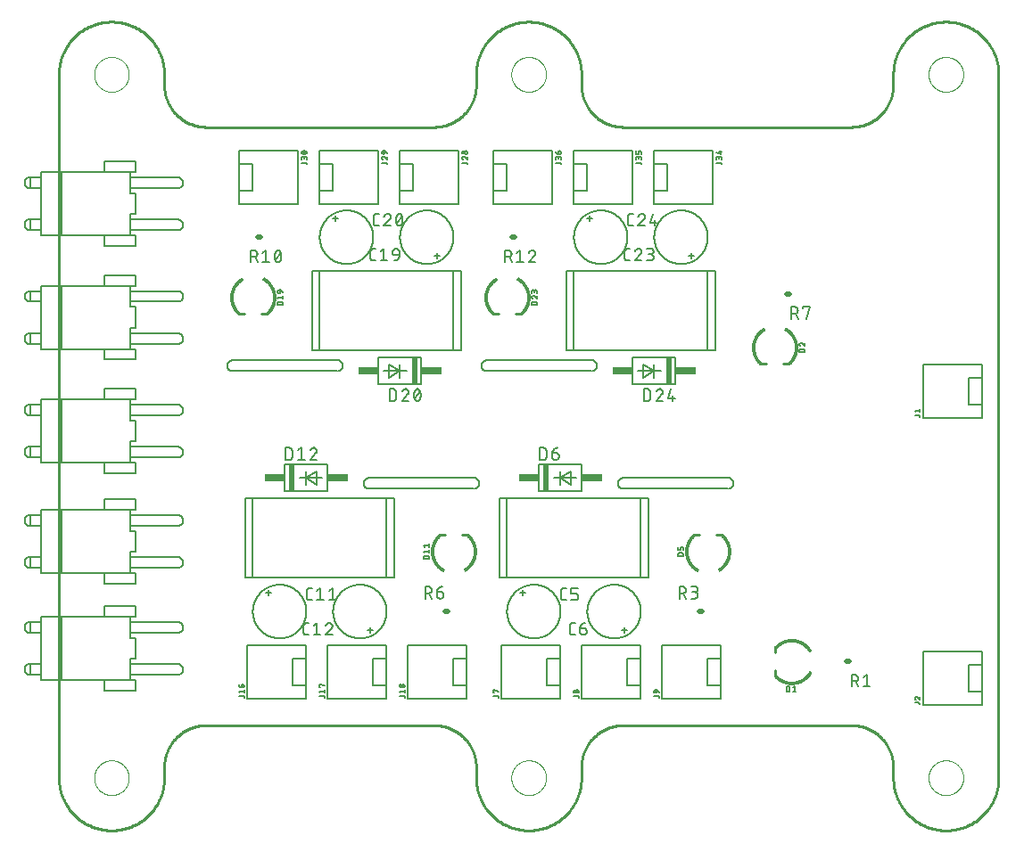
<source format=gto>
G75*
%MOIN*%
%OFA0B0*%
%FSLAX25Y25*%
%IPPOS*%
%LPD*%
%AMOC8*
5,1,8,0,0,1.08239X$1,22.5*
%
%ADD10C,0.00000*%
%ADD11C,0.01000*%
%ADD12C,0.00500*%
%ADD13C,0.00100*%
%ADD14C,0.00600*%
%ADD15C,0.02000*%
%ADD16R,0.02000X0.10000*%
%ADD17R,0.07500X0.03000*%
D10*
X0027057Y0029165D02*
X0027059Y0029326D01*
X0027065Y0029486D01*
X0027075Y0029647D01*
X0027089Y0029807D01*
X0027107Y0029966D01*
X0027128Y0030126D01*
X0027154Y0030284D01*
X0027184Y0030442D01*
X0027217Y0030599D01*
X0027255Y0030756D01*
X0027296Y0030911D01*
X0027341Y0031065D01*
X0027390Y0031218D01*
X0027443Y0031370D01*
X0027499Y0031520D01*
X0027559Y0031669D01*
X0027623Y0031817D01*
X0027690Y0031963D01*
X0027761Y0032107D01*
X0027836Y0032249D01*
X0027914Y0032390D01*
X0027995Y0032528D01*
X0028080Y0032665D01*
X0028169Y0032799D01*
X0028260Y0032931D01*
X0028355Y0033061D01*
X0028453Y0033188D01*
X0028554Y0033313D01*
X0028658Y0033436D01*
X0028765Y0033555D01*
X0028875Y0033672D01*
X0028988Y0033787D01*
X0029104Y0033898D01*
X0029222Y0034007D01*
X0029343Y0034112D01*
X0029467Y0034215D01*
X0029593Y0034315D01*
X0029722Y0034411D01*
X0029853Y0034504D01*
X0029986Y0034594D01*
X0030121Y0034681D01*
X0030259Y0034764D01*
X0030398Y0034843D01*
X0030540Y0034920D01*
X0030683Y0034993D01*
X0030828Y0035062D01*
X0030975Y0035127D01*
X0031123Y0035189D01*
X0031273Y0035248D01*
X0031424Y0035302D01*
X0031576Y0035353D01*
X0031730Y0035400D01*
X0031885Y0035443D01*
X0032040Y0035482D01*
X0032197Y0035518D01*
X0032355Y0035550D01*
X0032513Y0035577D01*
X0032672Y0035601D01*
X0032831Y0035621D01*
X0032991Y0035637D01*
X0033152Y0035649D01*
X0033312Y0035657D01*
X0033473Y0035661D01*
X0033633Y0035661D01*
X0033794Y0035657D01*
X0033954Y0035649D01*
X0034115Y0035637D01*
X0034275Y0035621D01*
X0034434Y0035601D01*
X0034593Y0035577D01*
X0034751Y0035550D01*
X0034909Y0035518D01*
X0035066Y0035482D01*
X0035221Y0035443D01*
X0035376Y0035400D01*
X0035530Y0035353D01*
X0035682Y0035302D01*
X0035833Y0035248D01*
X0035983Y0035189D01*
X0036131Y0035127D01*
X0036278Y0035062D01*
X0036423Y0034993D01*
X0036566Y0034920D01*
X0036708Y0034843D01*
X0036847Y0034764D01*
X0036985Y0034681D01*
X0037120Y0034594D01*
X0037253Y0034504D01*
X0037384Y0034411D01*
X0037513Y0034315D01*
X0037639Y0034215D01*
X0037763Y0034112D01*
X0037884Y0034007D01*
X0038002Y0033898D01*
X0038118Y0033787D01*
X0038231Y0033672D01*
X0038341Y0033555D01*
X0038448Y0033436D01*
X0038552Y0033313D01*
X0038653Y0033188D01*
X0038751Y0033061D01*
X0038846Y0032931D01*
X0038937Y0032799D01*
X0039026Y0032665D01*
X0039111Y0032528D01*
X0039192Y0032390D01*
X0039270Y0032249D01*
X0039345Y0032107D01*
X0039416Y0031963D01*
X0039483Y0031817D01*
X0039547Y0031669D01*
X0039607Y0031520D01*
X0039663Y0031370D01*
X0039716Y0031218D01*
X0039765Y0031065D01*
X0039810Y0030911D01*
X0039851Y0030756D01*
X0039889Y0030599D01*
X0039922Y0030442D01*
X0039952Y0030284D01*
X0039978Y0030126D01*
X0039999Y0029966D01*
X0040017Y0029807D01*
X0040031Y0029647D01*
X0040041Y0029486D01*
X0040047Y0029326D01*
X0040049Y0029165D01*
X0040047Y0029004D01*
X0040041Y0028844D01*
X0040031Y0028683D01*
X0040017Y0028523D01*
X0039999Y0028364D01*
X0039978Y0028204D01*
X0039952Y0028046D01*
X0039922Y0027888D01*
X0039889Y0027731D01*
X0039851Y0027574D01*
X0039810Y0027419D01*
X0039765Y0027265D01*
X0039716Y0027112D01*
X0039663Y0026960D01*
X0039607Y0026810D01*
X0039547Y0026661D01*
X0039483Y0026513D01*
X0039416Y0026367D01*
X0039345Y0026223D01*
X0039270Y0026081D01*
X0039192Y0025940D01*
X0039111Y0025802D01*
X0039026Y0025665D01*
X0038937Y0025531D01*
X0038846Y0025399D01*
X0038751Y0025269D01*
X0038653Y0025142D01*
X0038552Y0025017D01*
X0038448Y0024894D01*
X0038341Y0024775D01*
X0038231Y0024658D01*
X0038118Y0024543D01*
X0038002Y0024432D01*
X0037884Y0024323D01*
X0037763Y0024218D01*
X0037639Y0024115D01*
X0037513Y0024015D01*
X0037384Y0023919D01*
X0037253Y0023826D01*
X0037120Y0023736D01*
X0036985Y0023649D01*
X0036847Y0023566D01*
X0036708Y0023487D01*
X0036566Y0023410D01*
X0036423Y0023337D01*
X0036278Y0023268D01*
X0036131Y0023203D01*
X0035983Y0023141D01*
X0035833Y0023082D01*
X0035682Y0023028D01*
X0035530Y0022977D01*
X0035376Y0022930D01*
X0035221Y0022887D01*
X0035066Y0022848D01*
X0034909Y0022812D01*
X0034751Y0022780D01*
X0034593Y0022753D01*
X0034434Y0022729D01*
X0034275Y0022709D01*
X0034115Y0022693D01*
X0033954Y0022681D01*
X0033794Y0022673D01*
X0033633Y0022669D01*
X0033473Y0022669D01*
X0033312Y0022673D01*
X0033152Y0022681D01*
X0032991Y0022693D01*
X0032831Y0022709D01*
X0032672Y0022729D01*
X0032513Y0022753D01*
X0032355Y0022780D01*
X0032197Y0022812D01*
X0032040Y0022848D01*
X0031885Y0022887D01*
X0031730Y0022930D01*
X0031576Y0022977D01*
X0031424Y0023028D01*
X0031273Y0023082D01*
X0031123Y0023141D01*
X0030975Y0023203D01*
X0030828Y0023268D01*
X0030683Y0023337D01*
X0030540Y0023410D01*
X0030398Y0023487D01*
X0030259Y0023566D01*
X0030121Y0023649D01*
X0029986Y0023736D01*
X0029853Y0023826D01*
X0029722Y0023919D01*
X0029593Y0024015D01*
X0029467Y0024115D01*
X0029343Y0024218D01*
X0029222Y0024323D01*
X0029104Y0024432D01*
X0028988Y0024543D01*
X0028875Y0024658D01*
X0028765Y0024775D01*
X0028658Y0024894D01*
X0028554Y0025017D01*
X0028453Y0025142D01*
X0028355Y0025269D01*
X0028260Y0025399D01*
X0028169Y0025531D01*
X0028080Y0025665D01*
X0027995Y0025802D01*
X0027914Y0025940D01*
X0027836Y0026081D01*
X0027761Y0026223D01*
X0027690Y0026367D01*
X0027623Y0026513D01*
X0027559Y0026661D01*
X0027499Y0026810D01*
X0027443Y0026960D01*
X0027390Y0027112D01*
X0027341Y0027265D01*
X0027296Y0027419D01*
X0027255Y0027574D01*
X0027217Y0027731D01*
X0027184Y0027888D01*
X0027154Y0028046D01*
X0027128Y0028204D01*
X0027107Y0028364D01*
X0027089Y0028523D01*
X0027075Y0028683D01*
X0027065Y0028844D01*
X0027059Y0029004D01*
X0027057Y0029165D01*
X0182959Y0029165D02*
X0182961Y0029326D01*
X0182967Y0029486D01*
X0182977Y0029647D01*
X0182991Y0029807D01*
X0183009Y0029966D01*
X0183030Y0030126D01*
X0183056Y0030284D01*
X0183086Y0030442D01*
X0183119Y0030599D01*
X0183157Y0030756D01*
X0183198Y0030911D01*
X0183243Y0031065D01*
X0183292Y0031218D01*
X0183345Y0031370D01*
X0183401Y0031520D01*
X0183461Y0031669D01*
X0183525Y0031817D01*
X0183592Y0031963D01*
X0183663Y0032107D01*
X0183738Y0032249D01*
X0183816Y0032390D01*
X0183897Y0032528D01*
X0183982Y0032665D01*
X0184071Y0032799D01*
X0184162Y0032931D01*
X0184257Y0033061D01*
X0184355Y0033188D01*
X0184456Y0033313D01*
X0184560Y0033436D01*
X0184667Y0033555D01*
X0184777Y0033672D01*
X0184890Y0033787D01*
X0185006Y0033898D01*
X0185124Y0034007D01*
X0185245Y0034112D01*
X0185369Y0034215D01*
X0185495Y0034315D01*
X0185624Y0034411D01*
X0185755Y0034504D01*
X0185888Y0034594D01*
X0186023Y0034681D01*
X0186161Y0034764D01*
X0186300Y0034843D01*
X0186442Y0034920D01*
X0186585Y0034993D01*
X0186730Y0035062D01*
X0186877Y0035127D01*
X0187025Y0035189D01*
X0187175Y0035248D01*
X0187326Y0035302D01*
X0187478Y0035353D01*
X0187632Y0035400D01*
X0187787Y0035443D01*
X0187942Y0035482D01*
X0188099Y0035518D01*
X0188257Y0035550D01*
X0188415Y0035577D01*
X0188574Y0035601D01*
X0188733Y0035621D01*
X0188893Y0035637D01*
X0189054Y0035649D01*
X0189214Y0035657D01*
X0189375Y0035661D01*
X0189535Y0035661D01*
X0189696Y0035657D01*
X0189856Y0035649D01*
X0190017Y0035637D01*
X0190177Y0035621D01*
X0190336Y0035601D01*
X0190495Y0035577D01*
X0190653Y0035550D01*
X0190811Y0035518D01*
X0190968Y0035482D01*
X0191123Y0035443D01*
X0191278Y0035400D01*
X0191432Y0035353D01*
X0191584Y0035302D01*
X0191735Y0035248D01*
X0191885Y0035189D01*
X0192033Y0035127D01*
X0192180Y0035062D01*
X0192325Y0034993D01*
X0192468Y0034920D01*
X0192610Y0034843D01*
X0192749Y0034764D01*
X0192887Y0034681D01*
X0193022Y0034594D01*
X0193155Y0034504D01*
X0193286Y0034411D01*
X0193415Y0034315D01*
X0193541Y0034215D01*
X0193665Y0034112D01*
X0193786Y0034007D01*
X0193904Y0033898D01*
X0194020Y0033787D01*
X0194133Y0033672D01*
X0194243Y0033555D01*
X0194350Y0033436D01*
X0194454Y0033313D01*
X0194555Y0033188D01*
X0194653Y0033061D01*
X0194748Y0032931D01*
X0194839Y0032799D01*
X0194928Y0032665D01*
X0195013Y0032528D01*
X0195094Y0032390D01*
X0195172Y0032249D01*
X0195247Y0032107D01*
X0195318Y0031963D01*
X0195385Y0031817D01*
X0195449Y0031669D01*
X0195509Y0031520D01*
X0195565Y0031370D01*
X0195618Y0031218D01*
X0195667Y0031065D01*
X0195712Y0030911D01*
X0195753Y0030756D01*
X0195791Y0030599D01*
X0195824Y0030442D01*
X0195854Y0030284D01*
X0195880Y0030126D01*
X0195901Y0029966D01*
X0195919Y0029807D01*
X0195933Y0029647D01*
X0195943Y0029486D01*
X0195949Y0029326D01*
X0195951Y0029165D01*
X0195949Y0029004D01*
X0195943Y0028844D01*
X0195933Y0028683D01*
X0195919Y0028523D01*
X0195901Y0028364D01*
X0195880Y0028204D01*
X0195854Y0028046D01*
X0195824Y0027888D01*
X0195791Y0027731D01*
X0195753Y0027574D01*
X0195712Y0027419D01*
X0195667Y0027265D01*
X0195618Y0027112D01*
X0195565Y0026960D01*
X0195509Y0026810D01*
X0195449Y0026661D01*
X0195385Y0026513D01*
X0195318Y0026367D01*
X0195247Y0026223D01*
X0195172Y0026081D01*
X0195094Y0025940D01*
X0195013Y0025802D01*
X0194928Y0025665D01*
X0194839Y0025531D01*
X0194748Y0025399D01*
X0194653Y0025269D01*
X0194555Y0025142D01*
X0194454Y0025017D01*
X0194350Y0024894D01*
X0194243Y0024775D01*
X0194133Y0024658D01*
X0194020Y0024543D01*
X0193904Y0024432D01*
X0193786Y0024323D01*
X0193665Y0024218D01*
X0193541Y0024115D01*
X0193415Y0024015D01*
X0193286Y0023919D01*
X0193155Y0023826D01*
X0193022Y0023736D01*
X0192887Y0023649D01*
X0192749Y0023566D01*
X0192610Y0023487D01*
X0192468Y0023410D01*
X0192325Y0023337D01*
X0192180Y0023268D01*
X0192033Y0023203D01*
X0191885Y0023141D01*
X0191735Y0023082D01*
X0191584Y0023028D01*
X0191432Y0022977D01*
X0191278Y0022930D01*
X0191123Y0022887D01*
X0190968Y0022848D01*
X0190811Y0022812D01*
X0190653Y0022780D01*
X0190495Y0022753D01*
X0190336Y0022729D01*
X0190177Y0022709D01*
X0190017Y0022693D01*
X0189856Y0022681D01*
X0189696Y0022673D01*
X0189535Y0022669D01*
X0189375Y0022669D01*
X0189214Y0022673D01*
X0189054Y0022681D01*
X0188893Y0022693D01*
X0188733Y0022709D01*
X0188574Y0022729D01*
X0188415Y0022753D01*
X0188257Y0022780D01*
X0188099Y0022812D01*
X0187942Y0022848D01*
X0187787Y0022887D01*
X0187632Y0022930D01*
X0187478Y0022977D01*
X0187326Y0023028D01*
X0187175Y0023082D01*
X0187025Y0023141D01*
X0186877Y0023203D01*
X0186730Y0023268D01*
X0186585Y0023337D01*
X0186442Y0023410D01*
X0186300Y0023487D01*
X0186161Y0023566D01*
X0186023Y0023649D01*
X0185888Y0023736D01*
X0185755Y0023826D01*
X0185624Y0023919D01*
X0185495Y0024015D01*
X0185369Y0024115D01*
X0185245Y0024218D01*
X0185124Y0024323D01*
X0185006Y0024432D01*
X0184890Y0024543D01*
X0184777Y0024658D01*
X0184667Y0024775D01*
X0184560Y0024894D01*
X0184456Y0025017D01*
X0184355Y0025142D01*
X0184257Y0025269D01*
X0184162Y0025399D01*
X0184071Y0025531D01*
X0183982Y0025665D01*
X0183897Y0025802D01*
X0183816Y0025940D01*
X0183738Y0026081D01*
X0183663Y0026223D01*
X0183592Y0026367D01*
X0183525Y0026513D01*
X0183461Y0026661D01*
X0183401Y0026810D01*
X0183345Y0026960D01*
X0183292Y0027112D01*
X0183243Y0027265D01*
X0183198Y0027419D01*
X0183157Y0027574D01*
X0183119Y0027731D01*
X0183086Y0027888D01*
X0183056Y0028046D01*
X0183030Y0028204D01*
X0183009Y0028364D01*
X0182991Y0028523D01*
X0182977Y0028683D01*
X0182967Y0028844D01*
X0182961Y0029004D01*
X0182959Y0029165D01*
X0338860Y0029165D02*
X0338862Y0029326D01*
X0338868Y0029486D01*
X0338878Y0029647D01*
X0338892Y0029807D01*
X0338910Y0029966D01*
X0338931Y0030126D01*
X0338957Y0030284D01*
X0338987Y0030442D01*
X0339020Y0030599D01*
X0339058Y0030756D01*
X0339099Y0030911D01*
X0339144Y0031065D01*
X0339193Y0031218D01*
X0339246Y0031370D01*
X0339302Y0031520D01*
X0339362Y0031669D01*
X0339426Y0031817D01*
X0339493Y0031963D01*
X0339564Y0032107D01*
X0339639Y0032249D01*
X0339717Y0032390D01*
X0339798Y0032528D01*
X0339883Y0032665D01*
X0339972Y0032799D01*
X0340063Y0032931D01*
X0340158Y0033061D01*
X0340256Y0033188D01*
X0340357Y0033313D01*
X0340461Y0033436D01*
X0340568Y0033555D01*
X0340678Y0033672D01*
X0340791Y0033787D01*
X0340907Y0033898D01*
X0341025Y0034007D01*
X0341146Y0034112D01*
X0341270Y0034215D01*
X0341396Y0034315D01*
X0341525Y0034411D01*
X0341656Y0034504D01*
X0341789Y0034594D01*
X0341924Y0034681D01*
X0342062Y0034764D01*
X0342201Y0034843D01*
X0342343Y0034920D01*
X0342486Y0034993D01*
X0342631Y0035062D01*
X0342778Y0035127D01*
X0342926Y0035189D01*
X0343076Y0035248D01*
X0343227Y0035302D01*
X0343379Y0035353D01*
X0343533Y0035400D01*
X0343688Y0035443D01*
X0343843Y0035482D01*
X0344000Y0035518D01*
X0344158Y0035550D01*
X0344316Y0035577D01*
X0344475Y0035601D01*
X0344634Y0035621D01*
X0344794Y0035637D01*
X0344955Y0035649D01*
X0345115Y0035657D01*
X0345276Y0035661D01*
X0345436Y0035661D01*
X0345597Y0035657D01*
X0345757Y0035649D01*
X0345918Y0035637D01*
X0346078Y0035621D01*
X0346237Y0035601D01*
X0346396Y0035577D01*
X0346554Y0035550D01*
X0346712Y0035518D01*
X0346869Y0035482D01*
X0347024Y0035443D01*
X0347179Y0035400D01*
X0347333Y0035353D01*
X0347485Y0035302D01*
X0347636Y0035248D01*
X0347786Y0035189D01*
X0347934Y0035127D01*
X0348081Y0035062D01*
X0348226Y0034993D01*
X0348369Y0034920D01*
X0348511Y0034843D01*
X0348650Y0034764D01*
X0348788Y0034681D01*
X0348923Y0034594D01*
X0349056Y0034504D01*
X0349187Y0034411D01*
X0349316Y0034315D01*
X0349442Y0034215D01*
X0349566Y0034112D01*
X0349687Y0034007D01*
X0349805Y0033898D01*
X0349921Y0033787D01*
X0350034Y0033672D01*
X0350144Y0033555D01*
X0350251Y0033436D01*
X0350355Y0033313D01*
X0350456Y0033188D01*
X0350554Y0033061D01*
X0350649Y0032931D01*
X0350740Y0032799D01*
X0350829Y0032665D01*
X0350914Y0032528D01*
X0350995Y0032390D01*
X0351073Y0032249D01*
X0351148Y0032107D01*
X0351219Y0031963D01*
X0351286Y0031817D01*
X0351350Y0031669D01*
X0351410Y0031520D01*
X0351466Y0031370D01*
X0351519Y0031218D01*
X0351568Y0031065D01*
X0351613Y0030911D01*
X0351654Y0030756D01*
X0351692Y0030599D01*
X0351725Y0030442D01*
X0351755Y0030284D01*
X0351781Y0030126D01*
X0351802Y0029966D01*
X0351820Y0029807D01*
X0351834Y0029647D01*
X0351844Y0029486D01*
X0351850Y0029326D01*
X0351852Y0029165D01*
X0351850Y0029004D01*
X0351844Y0028844D01*
X0351834Y0028683D01*
X0351820Y0028523D01*
X0351802Y0028364D01*
X0351781Y0028204D01*
X0351755Y0028046D01*
X0351725Y0027888D01*
X0351692Y0027731D01*
X0351654Y0027574D01*
X0351613Y0027419D01*
X0351568Y0027265D01*
X0351519Y0027112D01*
X0351466Y0026960D01*
X0351410Y0026810D01*
X0351350Y0026661D01*
X0351286Y0026513D01*
X0351219Y0026367D01*
X0351148Y0026223D01*
X0351073Y0026081D01*
X0350995Y0025940D01*
X0350914Y0025802D01*
X0350829Y0025665D01*
X0350740Y0025531D01*
X0350649Y0025399D01*
X0350554Y0025269D01*
X0350456Y0025142D01*
X0350355Y0025017D01*
X0350251Y0024894D01*
X0350144Y0024775D01*
X0350034Y0024658D01*
X0349921Y0024543D01*
X0349805Y0024432D01*
X0349687Y0024323D01*
X0349566Y0024218D01*
X0349442Y0024115D01*
X0349316Y0024015D01*
X0349187Y0023919D01*
X0349056Y0023826D01*
X0348923Y0023736D01*
X0348788Y0023649D01*
X0348650Y0023566D01*
X0348511Y0023487D01*
X0348369Y0023410D01*
X0348226Y0023337D01*
X0348081Y0023268D01*
X0347934Y0023203D01*
X0347786Y0023141D01*
X0347636Y0023082D01*
X0347485Y0023028D01*
X0347333Y0022977D01*
X0347179Y0022930D01*
X0347024Y0022887D01*
X0346869Y0022848D01*
X0346712Y0022812D01*
X0346554Y0022780D01*
X0346396Y0022753D01*
X0346237Y0022729D01*
X0346078Y0022709D01*
X0345918Y0022693D01*
X0345757Y0022681D01*
X0345597Y0022673D01*
X0345436Y0022669D01*
X0345276Y0022669D01*
X0345115Y0022673D01*
X0344955Y0022681D01*
X0344794Y0022693D01*
X0344634Y0022709D01*
X0344475Y0022729D01*
X0344316Y0022753D01*
X0344158Y0022780D01*
X0344000Y0022812D01*
X0343843Y0022848D01*
X0343688Y0022887D01*
X0343533Y0022930D01*
X0343379Y0022977D01*
X0343227Y0023028D01*
X0343076Y0023082D01*
X0342926Y0023141D01*
X0342778Y0023203D01*
X0342631Y0023268D01*
X0342486Y0023337D01*
X0342343Y0023410D01*
X0342201Y0023487D01*
X0342062Y0023566D01*
X0341924Y0023649D01*
X0341789Y0023736D01*
X0341656Y0023826D01*
X0341525Y0023919D01*
X0341396Y0024015D01*
X0341270Y0024115D01*
X0341146Y0024218D01*
X0341025Y0024323D01*
X0340907Y0024432D01*
X0340791Y0024543D01*
X0340678Y0024658D01*
X0340568Y0024775D01*
X0340461Y0024894D01*
X0340357Y0025017D01*
X0340256Y0025142D01*
X0340158Y0025269D01*
X0340063Y0025399D01*
X0339972Y0025531D01*
X0339883Y0025665D01*
X0339798Y0025802D01*
X0339717Y0025940D01*
X0339639Y0026081D01*
X0339564Y0026223D01*
X0339493Y0026367D01*
X0339426Y0026513D01*
X0339362Y0026661D01*
X0339302Y0026810D01*
X0339246Y0026960D01*
X0339193Y0027112D01*
X0339144Y0027265D01*
X0339099Y0027419D01*
X0339058Y0027574D01*
X0339020Y0027731D01*
X0338987Y0027888D01*
X0338957Y0028046D01*
X0338931Y0028204D01*
X0338910Y0028364D01*
X0338892Y0028523D01*
X0338878Y0028683D01*
X0338868Y0028844D01*
X0338862Y0029004D01*
X0338860Y0029165D01*
X0338860Y0292236D02*
X0338862Y0292397D01*
X0338868Y0292557D01*
X0338878Y0292718D01*
X0338892Y0292878D01*
X0338910Y0293037D01*
X0338931Y0293197D01*
X0338957Y0293355D01*
X0338987Y0293513D01*
X0339020Y0293670D01*
X0339058Y0293827D01*
X0339099Y0293982D01*
X0339144Y0294136D01*
X0339193Y0294289D01*
X0339246Y0294441D01*
X0339302Y0294591D01*
X0339362Y0294740D01*
X0339426Y0294888D01*
X0339493Y0295034D01*
X0339564Y0295178D01*
X0339639Y0295320D01*
X0339717Y0295461D01*
X0339798Y0295599D01*
X0339883Y0295736D01*
X0339972Y0295870D01*
X0340063Y0296002D01*
X0340158Y0296132D01*
X0340256Y0296259D01*
X0340357Y0296384D01*
X0340461Y0296507D01*
X0340568Y0296626D01*
X0340678Y0296743D01*
X0340791Y0296858D01*
X0340907Y0296969D01*
X0341025Y0297078D01*
X0341146Y0297183D01*
X0341270Y0297286D01*
X0341396Y0297386D01*
X0341525Y0297482D01*
X0341656Y0297575D01*
X0341789Y0297665D01*
X0341924Y0297752D01*
X0342062Y0297835D01*
X0342201Y0297914D01*
X0342343Y0297991D01*
X0342486Y0298064D01*
X0342631Y0298133D01*
X0342778Y0298198D01*
X0342926Y0298260D01*
X0343076Y0298319D01*
X0343227Y0298373D01*
X0343379Y0298424D01*
X0343533Y0298471D01*
X0343688Y0298514D01*
X0343843Y0298553D01*
X0344000Y0298589D01*
X0344158Y0298621D01*
X0344316Y0298648D01*
X0344475Y0298672D01*
X0344634Y0298692D01*
X0344794Y0298708D01*
X0344955Y0298720D01*
X0345115Y0298728D01*
X0345276Y0298732D01*
X0345436Y0298732D01*
X0345597Y0298728D01*
X0345757Y0298720D01*
X0345918Y0298708D01*
X0346078Y0298692D01*
X0346237Y0298672D01*
X0346396Y0298648D01*
X0346554Y0298621D01*
X0346712Y0298589D01*
X0346869Y0298553D01*
X0347024Y0298514D01*
X0347179Y0298471D01*
X0347333Y0298424D01*
X0347485Y0298373D01*
X0347636Y0298319D01*
X0347786Y0298260D01*
X0347934Y0298198D01*
X0348081Y0298133D01*
X0348226Y0298064D01*
X0348369Y0297991D01*
X0348511Y0297914D01*
X0348650Y0297835D01*
X0348788Y0297752D01*
X0348923Y0297665D01*
X0349056Y0297575D01*
X0349187Y0297482D01*
X0349316Y0297386D01*
X0349442Y0297286D01*
X0349566Y0297183D01*
X0349687Y0297078D01*
X0349805Y0296969D01*
X0349921Y0296858D01*
X0350034Y0296743D01*
X0350144Y0296626D01*
X0350251Y0296507D01*
X0350355Y0296384D01*
X0350456Y0296259D01*
X0350554Y0296132D01*
X0350649Y0296002D01*
X0350740Y0295870D01*
X0350829Y0295736D01*
X0350914Y0295599D01*
X0350995Y0295461D01*
X0351073Y0295320D01*
X0351148Y0295178D01*
X0351219Y0295034D01*
X0351286Y0294888D01*
X0351350Y0294740D01*
X0351410Y0294591D01*
X0351466Y0294441D01*
X0351519Y0294289D01*
X0351568Y0294136D01*
X0351613Y0293982D01*
X0351654Y0293827D01*
X0351692Y0293670D01*
X0351725Y0293513D01*
X0351755Y0293355D01*
X0351781Y0293197D01*
X0351802Y0293037D01*
X0351820Y0292878D01*
X0351834Y0292718D01*
X0351844Y0292557D01*
X0351850Y0292397D01*
X0351852Y0292236D01*
X0351850Y0292075D01*
X0351844Y0291915D01*
X0351834Y0291754D01*
X0351820Y0291594D01*
X0351802Y0291435D01*
X0351781Y0291275D01*
X0351755Y0291117D01*
X0351725Y0290959D01*
X0351692Y0290802D01*
X0351654Y0290645D01*
X0351613Y0290490D01*
X0351568Y0290336D01*
X0351519Y0290183D01*
X0351466Y0290031D01*
X0351410Y0289881D01*
X0351350Y0289732D01*
X0351286Y0289584D01*
X0351219Y0289438D01*
X0351148Y0289294D01*
X0351073Y0289152D01*
X0350995Y0289011D01*
X0350914Y0288873D01*
X0350829Y0288736D01*
X0350740Y0288602D01*
X0350649Y0288470D01*
X0350554Y0288340D01*
X0350456Y0288213D01*
X0350355Y0288088D01*
X0350251Y0287965D01*
X0350144Y0287846D01*
X0350034Y0287729D01*
X0349921Y0287614D01*
X0349805Y0287503D01*
X0349687Y0287394D01*
X0349566Y0287289D01*
X0349442Y0287186D01*
X0349316Y0287086D01*
X0349187Y0286990D01*
X0349056Y0286897D01*
X0348923Y0286807D01*
X0348788Y0286720D01*
X0348650Y0286637D01*
X0348511Y0286558D01*
X0348369Y0286481D01*
X0348226Y0286408D01*
X0348081Y0286339D01*
X0347934Y0286274D01*
X0347786Y0286212D01*
X0347636Y0286153D01*
X0347485Y0286099D01*
X0347333Y0286048D01*
X0347179Y0286001D01*
X0347024Y0285958D01*
X0346869Y0285919D01*
X0346712Y0285883D01*
X0346554Y0285851D01*
X0346396Y0285824D01*
X0346237Y0285800D01*
X0346078Y0285780D01*
X0345918Y0285764D01*
X0345757Y0285752D01*
X0345597Y0285744D01*
X0345436Y0285740D01*
X0345276Y0285740D01*
X0345115Y0285744D01*
X0344955Y0285752D01*
X0344794Y0285764D01*
X0344634Y0285780D01*
X0344475Y0285800D01*
X0344316Y0285824D01*
X0344158Y0285851D01*
X0344000Y0285883D01*
X0343843Y0285919D01*
X0343688Y0285958D01*
X0343533Y0286001D01*
X0343379Y0286048D01*
X0343227Y0286099D01*
X0343076Y0286153D01*
X0342926Y0286212D01*
X0342778Y0286274D01*
X0342631Y0286339D01*
X0342486Y0286408D01*
X0342343Y0286481D01*
X0342201Y0286558D01*
X0342062Y0286637D01*
X0341924Y0286720D01*
X0341789Y0286807D01*
X0341656Y0286897D01*
X0341525Y0286990D01*
X0341396Y0287086D01*
X0341270Y0287186D01*
X0341146Y0287289D01*
X0341025Y0287394D01*
X0340907Y0287503D01*
X0340791Y0287614D01*
X0340678Y0287729D01*
X0340568Y0287846D01*
X0340461Y0287965D01*
X0340357Y0288088D01*
X0340256Y0288213D01*
X0340158Y0288340D01*
X0340063Y0288470D01*
X0339972Y0288602D01*
X0339883Y0288736D01*
X0339798Y0288873D01*
X0339717Y0289011D01*
X0339639Y0289152D01*
X0339564Y0289294D01*
X0339493Y0289438D01*
X0339426Y0289584D01*
X0339362Y0289732D01*
X0339302Y0289881D01*
X0339246Y0290031D01*
X0339193Y0290183D01*
X0339144Y0290336D01*
X0339099Y0290490D01*
X0339058Y0290645D01*
X0339020Y0290802D01*
X0338987Y0290959D01*
X0338957Y0291117D01*
X0338931Y0291275D01*
X0338910Y0291435D01*
X0338892Y0291594D01*
X0338878Y0291754D01*
X0338868Y0291915D01*
X0338862Y0292075D01*
X0338860Y0292236D01*
X0182959Y0292236D02*
X0182961Y0292397D01*
X0182967Y0292557D01*
X0182977Y0292718D01*
X0182991Y0292878D01*
X0183009Y0293037D01*
X0183030Y0293197D01*
X0183056Y0293355D01*
X0183086Y0293513D01*
X0183119Y0293670D01*
X0183157Y0293827D01*
X0183198Y0293982D01*
X0183243Y0294136D01*
X0183292Y0294289D01*
X0183345Y0294441D01*
X0183401Y0294591D01*
X0183461Y0294740D01*
X0183525Y0294888D01*
X0183592Y0295034D01*
X0183663Y0295178D01*
X0183738Y0295320D01*
X0183816Y0295461D01*
X0183897Y0295599D01*
X0183982Y0295736D01*
X0184071Y0295870D01*
X0184162Y0296002D01*
X0184257Y0296132D01*
X0184355Y0296259D01*
X0184456Y0296384D01*
X0184560Y0296507D01*
X0184667Y0296626D01*
X0184777Y0296743D01*
X0184890Y0296858D01*
X0185006Y0296969D01*
X0185124Y0297078D01*
X0185245Y0297183D01*
X0185369Y0297286D01*
X0185495Y0297386D01*
X0185624Y0297482D01*
X0185755Y0297575D01*
X0185888Y0297665D01*
X0186023Y0297752D01*
X0186161Y0297835D01*
X0186300Y0297914D01*
X0186442Y0297991D01*
X0186585Y0298064D01*
X0186730Y0298133D01*
X0186877Y0298198D01*
X0187025Y0298260D01*
X0187175Y0298319D01*
X0187326Y0298373D01*
X0187478Y0298424D01*
X0187632Y0298471D01*
X0187787Y0298514D01*
X0187942Y0298553D01*
X0188099Y0298589D01*
X0188257Y0298621D01*
X0188415Y0298648D01*
X0188574Y0298672D01*
X0188733Y0298692D01*
X0188893Y0298708D01*
X0189054Y0298720D01*
X0189214Y0298728D01*
X0189375Y0298732D01*
X0189535Y0298732D01*
X0189696Y0298728D01*
X0189856Y0298720D01*
X0190017Y0298708D01*
X0190177Y0298692D01*
X0190336Y0298672D01*
X0190495Y0298648D01*
X0190653Y0298621D01*
X0190811Y0298589D01*
X0190968Y0298553D01*
X0191123Y0298514D01*
X0191278Y0298471D01*
X0191432Y0298424D01*
X0191584Y0298373D01*
X0191735Y0298319D01*
X0191885Y0298260D01*
X0192033Y0298198D01*
X0192180Y0298133D01*
X0192325Y0298064D01*
X0192468Y0297991D01*
X0192610Y0297914D01*
X0192749Y0297835D01*
X0192887Y0297752D01*
X0193022Y0297665D01*
X0193155Y0297575D01*
X0193286Y0297482D01*
X0193415Y0297386D01*
X0193541Y0297286D01*
X0193665Y0297183D01*
X0193786Y0297078D01*
X0193904Y0296969D01*
X0194020Y0296858D01*
X0194133Y0296743D01*
X0194243Y0296626D01*
X0194350Y0296507D01*
X0194454Y0296384D01*
X0194555Y0296259D01*
X0194653Y0296132D01*
X0194748Y0296002D01*
X0194839Y0295870D01*
X0194928Y0295736D01*
X0195013Y0295599D01*
X0195094Y0295461D01*
X0195172Y0295320D01*
X0195247Y0295178D01*
X0195318Y0295034D01*
X0195385Y0294888D01*
X0195449Y0294740D01*
X0195509Y0294591D01*
X0195565Y0294441D01*
X0195618Y0294289D01*
X0195667Y0294136D01*
X0195712Y0293982D01*
X0195753Y0293827D01*
X0195791Y0293670D01*
X0195824Y0293513D01*
X0195854Y0293355D01*
X0195880Y0293197D01*
X0195901Y0293037D01*
X0195919Y0292878D01*
X0195933Y0292718D01*
X0195943Y0292557D01*
X0195949Y0292397D01*
X0195951Y0292236D01*
X0195949Y0292075D01*
X0195943Y0291915D01*
X0195933Y0291754D01*
X0195919Y0291594D01*
X0195901Y0291435D01*
X0195880Y0291275D01*
X0195854Y0291117D01*
X0195824Y0290959D01*
X0195791Y0290802D01*
X0195753Y0290645D01*
X0195712Y0290490D01*
X0195667Y0290336D01*
X0195618Y0290183D01*
X0195565Y0290031D01*
X0195509Y0289881D01*
X0195449Y0289732D01*
X0195385Y0289584D01*
X0195318Y0289438D01*
X0195247Y0289294D01*
X0195172Y0289152D01*
X0195094Y0289011D01*
X0195013Y0288873D01*
X0194928Y0288736D01*
X0194839Y0288602D01*
X0194748Y0288470D01*
X0194653Y0288340D01*
X0194555Y0288213D01*
X0194454Y0288088D01*
X0194350Y0287965D01*
X0194243Y0287846D01*
X0194133Y0287729D01*
X0194020Y0287614D01*
X0193904Y0287503D01*
X0193786Y0287394D01*
X0193665Y0287289D01*
X0193541Y0287186D01*
X0193415Y0287086D01*
X0193286Y0286990D01*
X0193155Y0286897D01*
X0193022Y0286807D01*
X0192887Y0286720D01*
X0192749Y0286637D01*
X0192610Y0286558D01*
X0192468Y0286481D01*
X0192325Y0286408D01*
X0192180Y0286339D01*
X0192033Y0286274D01*
X0191885Y0286212D01*
X0191735Y0286153D01*
X0191584Y0286099D01*
X0191432Y0286048D01*
X0191278Y0286001D01*
X0191123Y0285958D01*
X0190968Y0285919D01*
X0190811Y0285883D01*
X0190653Y0285851D01*
X0190495Y0285824D01*
X0190336Y0285800D01*
X0190177Y0285780D01*
X0190017Y0285764D01*
X0189856Y0285752D01*
X0189696Y0285744D01*
X0189535Y0285740D01*
X0189375Y0285740D01*
X0189214Y0285744D01*
X0189054Y0285752D01*
X0188893Y0285764D01*
X0188733Y0285780D01*
X0188574Y0285800D01*
X0188415Y0285824D01*
X0188257Y0285851D01*
X0188099Y0285883D01*
X0187942Y0285919D01*
X0187787Y0285958D01*
X0187632Y0286001D01*
X0187478Y0286048D01*
X0187326Y0286099D01*
X0187175Y0286153D01*
X0187025Y0286212D01*
X0186877Y0286274D01*
X0186730Y0286339D01*
X0186585Y0286408D01*
X0186442Y0286481D01*
X0186300Y0286558D01*
X0186161Y0286637D01*
X0186023Y0286720D01*
X0185888Y0286807D01*
X0185755Y0286897D01*
X0185624Y0286990D01*
X0185495Y0287086D01*
X0185369Y0287186D01*
X0185245Y0287289D01*
X0185124Y0287394D01*
X0185006Y0287503D01*
X0184890Y0287614D01*
X0184777Y0287729D01*
X0184667Y0287846D01*
X0184560Y0287965D01*
X0184456Y0288088D01*
X0184355Y0288213D01*
X0184257Y0288340D01*
X0184162Y0288470D01*
X0184071Y0288602D01*
X0183982Y0288736D01*
X0183897Y0288873D01*
X0183816Y0289011D01*
X0183738Y0289152D01*
X0183663Y0289294D01*
X0183592Y0289438D01*
X0183525Y0289584D01*
X0183461Y0289732D01*
X0183401Y0289881D01*
X0183345Y0290031D01*
X0183292Y0290183D01*
X0183243Y0290336D01*
X0183198Y0290490D01*
X0183157Y0290645D01*
X0183119Y0290802D01*
X0183086Y0290959D01*
X0183056Y0291117D01*
X0183030Y0291275D01*
X0183009Y0291435D01*
X0182991Y0291594D01*
X0182977Y0291754D01*
X0182967Y0291915D01*
X0182961Y0292075D01*
X0182959Y0292236D01*
X0027057Y0292236D02*
X0027059Y0292397D01*
X0027065Y0292557D01*
X0027075Y0292718D01*
X0027089Y0292878D01*
X0027107Y0293037D01*
X0027128Y0293197D01*
X0027154Y0293355D01*
X0027184Y0293513D01*
X0027217Y0293670D01*
X0027255Y0293827D01*
X0027296Y0293982D01*
X0027341Y0294136D01*
X0027390Y0294289D01*
X0027443Y0294441D01*
X0027499Y0294591D01*
X0027559Y0294740D01*
X0027623Y0294888D01*
X0027690Y0295034D01*
X0027761Y0295178D01*
X0027836Y0295320D01*
X0027914Y0295461D01*
X0027995Y0295599D01*
X0028080Y0295736D01*
X0028169Y0295870D01*
X0028260Y0296002D01*
X0028355Y0296132D01*
X0028453Y0296259D01*
X0028554Y0296384D01*
X0028658Y0296507D01*
X0028765Y0296626D01*
X0028875Y0296743D01*
X0028988Y0296858D01*
X0029104Y0296969D01*
X0029222Y0297078D01*
X0029343Y0297183D01*
X0029467Y0297286D01*
X0029593Y0297386D01*
X0029722Y0297482D01*
X0029853Y0297575D01*
X0029986Y0297665D01*
X0030121Y0297752D01*
X0030259Y0297835D01*
X0030398Y0297914D01*
X0030540Y0297991D01*
X0030683Y0298064D01*
X0030828Y0298133D01*
X0030975Y0298198D01*
X0031123Y0298260D01*
X0031273Y0298319D01*
X0031424Y0298373D01*
X0031576Y0298424D01*
X0031730Y0298471D01*
X0031885Y0298514D01*
X0032040Y0298553D01*
X0032197Y0298589D01*
X0032355Y0298621D01*
X0032513Y0298648D01*
X0032672Y0298672D01*
X0032831Y0298692D01*
X0032991Y0298708D01*
X0033152Y0298720D01*
X0033312Y0298728D01*
X0033473Y0298732D01*
X0033633Y0298732D01*
X0033794Y0298728D01*
X0033954Y0298720D01*
X0034115Y0298708D01*
X0034275Y0298692D01*
X0034434Y0298672D01*
X0034593Y0298648D01*
X0034751Y0298621D01*
X0034909Y0298589D01*
X0035066Y0298553D01*
X0035221Y0298514D01*
X0035376Y0298471D01*
X0035530Y0298424D01*
X0035682Y0298373D01*
X0035833Y0298319D01*
X0035983Y0298260D01*
X0036131Y0298198D01*
X0036278Y0298133D01*
X0036423Y0298064D01*
X0036566Y0297991D01*
X0036708Y0297914D01*
X0036847Y0297835D01*
X0036985Y0297752D01*
X0037120Y0297665D01*
X0037253Y0297575D01*
X0037384Y0297482D01*
X0037513Y0297386D01*
X0037639Y0297286D01*
X0037763Y0297183D01*
X0037884Y0297078D01*
X0038002Y0296969D01*
X0038118Y0296858D01*
X0038231Y0296743D01*
X0038341Y0296626D01*
X0038448Y0296507D01*
X0038552Y0296384D01*
X0038653Y0296259D01*
X0038751Y0296132D01*
X0038846Y0296002D01*
X0038937Y0295870D01*
X0039026Y0295736D01*
X0039111Y0295599D01*
X0039192Y0295461D01*
X0039270Y0295320D01*
X0039345Y0295178D01*
X0039416Y0295034D01*
X0039483Y0294888D01*
X0039547Y0294740D01*
X0039607Y0294591D01*
X0039663Y0294441D01*
X0039716Y0294289D01*
X0039765Y0294136D01*
X0039810Y0293982D01*
X0039851Y0293827D01*
X0039889Y0293670D01*
X0039922Y0293513D01*
X0039952Y0293355D01*
X0039978Y0293197D01*
X0039999Y0293037D01*
X0040017Y0292878D01*
X0040031Y0292718D01*
X0040041Y0292557D01*
X0040047Y0292397D01*
X0040049Y0292236D01*
X0040047Y0292075D01*
X0040041Y0291915D01*
X0040031Y0291754D01*
X0040017Y0291594D01*
X0039999Y0291435D01*
X0039978Y0291275D01*
X0039952Y0291117D01*
X0039922Y0290959D01*
X0039889Y0290802D01*
X0039851Y0290645D01*
X0039810Y0290490D01*
X0039765Y0290336D01*
X0039716Y0290183D01*
X0039663Y0290031D01*
X0039607Y0289881D01*
X0039547Y0289732D01*
X0039483Y0289584D01*
X0039416Y0289438D01*
X0039345Y0289294D01*
X0039270Y0289152D01*
X0039192Y0289011D01*
X0039111Y0288873D01*
X0039026Y0288736D01*
X0038937Y0288602D01*
X0038846Y0288470D01*
X0038751Y0288340D01*
X0038653Y0288213D01*
X0038552Y0288088D01*
X0038448Y0287965D01*
X0038341Y0287846D01*
X0038231Y0287729D01*
X0038118Y0287614D01*
X0038002Y0287503D01*
X0037884Y0287394D01*
X0037763Y0287289D01*
X0037639Y0287186D01*
X0037513Y0287086D01*
X0037384Y0286990D01*
X0037253Y0286897D01*
X0037120Y0286807D01*
X0036985Y0286720D01*
X0036847Y0286637D01*
X0036708Y0286558D01*
X0036566Y0286481D01*
X0036423Y0286408D01*
X0036278Y0286339D01*
X0036131Y0286274D01*
X0035983Y0286212D01*
X0035833Y0286153D01*
X0035682Y0286099D01*
X0035530Y0286048D01*
X0035376Y0286001D01*
X0035221Y0285958D01*
X0035066Y0285919D01*
X0034909Y0285883D01*
X0034751Y0285851D01*
X0034593Y0285824D01*
X0034434Y0285800D01*
X0034275Y0285780D01*
X0034115Y0285764D01*
X0033954Y0285752D01*
X0033794Y0285744D01*
X0033633Y0285740D01*
X0033473Y0285740D01*
X0033312Y0285744D01*
X0033152Y0285752D01*
X0032991Y0285764D01*
X0032831Y0285780D01*
X0032672Y0285800D01*
X0032513Y0285824D01*
X0032355Y0285851D01*
X0032197Y0285883D01*
X0032040Y0285919D01*
X0031885Y0285958D01*
X0031730Y0286001D01*
X0031576Y0286048D01*
X0031424Y0286099D01*
X0031273Y0286153D01*
X0031123Y0286212D01*
X0030975Y0286274D01*
X0030828Y0286339D01*
X0030683Y0286408D01*
X0030540Y0286481D01*
X0030398Y0286558D01*
X0030259Y0286637D01*
X0030121Y0286720D01*
X0029986Y0286807D01*
X0029853Y0286897D01*
X0029722Y0286990D01*
X0029593Y0287086D01*
X0029467Y0287186D01*
X0029343Y0287289D01*
X0029222Y0287394D01*
X0029104Y0287503D01*
X0028988Y0287614D01*
X0028875Y0287729D01*
X0028765Y0287846D01*
X0028658Y0287965D01*
X0028554Y0288088D01*
X0028453Y0288213D01*
X0028355Y0288340D01*
X0028260Y0288470D01*
X0028169Y0288602D01*
X0028080Y0288736D01*
X0027995Y0288873D01*
X0027914Y0289011D01*
X0027836Y0289152D01*
X0027761Y0289294D01*
X0027690Y0289438D01*
X0027623Y0289584D01*
X0027559Y0289732D01*
X0027499Y0289881D01*
X0027443Y0290031D01*
X0027390Y0290183D01*
X0027341Y0290336D01*
X0027296Y0290490D01*
X0027255Y0290645D01*
X0027217Y0290802D01*
X0027184Y0290959D01*
X0027154Y0291117D01*
X0027128Y0291275D01*
X0027107Y0291435D01*
X0027089Y0291594D01*
X0027075Y0291754D01*
X0027065Y0291915D01*
X0027059Y0292075D01*
X0027057Y0292236D01*
D11*
X0013868Y0292236D02*
X0013868Y0029165D01*
X0013874Y0028686D01*
X0013891Y0028207D01*
X0013921Y0027728D01*
X0013961Y0027250D01*
X0014014Y0026774D01*
X0014078Y0026299D01*
X0014153Y0025825D01*
X0014240Y0025354D01*
X0014339Y0024885D01*
X0014449Y0024418D01*
X0014570Y0023954D01*
X0014703Y0023494D01*
X0014846Y0023036D01*
X0015001Y0022583D01*
X0015167Y0022133D01*
X0015344Y0021687D01*
X0015531Y0021246D01*
X0015729Y0020810D01*
X0015938Y0020378D01*
X0016157Y0019952D01*
X0016387Y0019531D01*
X0016626Y0019116D01*
X0016876Y0018706D01*
X0017136Y0018303D01*
X0017405Y0017907D01*
X0017684Y0017517D01*
X0017972Y0017134D01*
X0018270Y0016758D01*
X0018577Y0016390D01*
X0018892Y0016029D01*
X0019216Y0015676D01*
X0019549Y0015331D01*
X0019890Y0014994D01*
X0020239Y0014665D01*
X0020596Y0014345D01*
X0020961Y0014034D01*
X0021333Y0013732D01*
X0021713Y0013439D01*
X0022099Y0013155D01*
X0022492Y0012881D01*
X0022892Y0012617D01*
X0023298Y0012362D01*
X0023711Y0012117D01*
X0024129Y0011883D01*
X0024552Y0011658D01*
X0024981Y0011444D01*
X0025415Y0011241D01*
X0025854Y0011048D01*
X0026298Y0010866D01*
X0026745Y0010695D01*
X0027197Y0010534D01*
X0027653Y0010385D01*
X0028112Y0010247D01*
X0028574Y0010120D01*
X0029039Y0010004D01*
X0029507Y0009900D01*
X0029977Y0009807D01*
X0030450Y0009726D01*
X0030924Y0009656D01*
X0031400Y0009598D01*
X0031877Y0009551D01*
X0032355Y0009516D01*
X0032834Y0009493D01*
X0033313Y0009481D01*
X0033793Y0009481D01*
X0034272Y0009493D01*
X0034751Y0009516D01*
X0035229Y0009551D01*
X0035706Y0009598D01*
X0036182Y0009656D01*
X0036656Y0009726D01*
X0037129Y0009807D01*
X0037599Y0009900D01*
X0038067Y0010004D01*
X0038532Y0010120D01*
X0038994Y0010247D01*
X0039453Y0010385D01*
X0039909Y0010534D01*
X0040361Y0010695D01*
X0040808Y0010866D01*
X0041252Y0011048D01*
X0041691Y0011241D01*
X0042125Y0011444D01*
X0042554Y0011658D01*
X0042977Y0011883D01*
X0043396Y0012117D01*
X0043808Y0012362D01*
X0044214Y0012617D01*
X0044614Y0012881D01*
X0045007Y0013155D01*
X0045393Y0013439D01*
X0045773Y0013732D01*
X0046145Y0014034D01*
X0046510Y0014345D01*
X0046867Y0014665D01*
X0047216Y0014994D01*
X0047557Y0015331D01*
X0047890Y0015676D01*
X0048214Y0016029D01*
X0048529Y0016390D01*
X0048836Y0016758D01*
X0049134Y0017134D01*
X0049422Y0017517D01*
X0049701Y0017907D01*
X0049970Y0018303D01*
X0050230Y0018706D01*
X0050480Y0019116D01*
X0050719Y0019531D01*
X0050949Y0019952D01*
X0051168Y0020378D01*
X0051377Y0020810D01*
X0051575Y0021246D01*
X0051762Y0021687D01*
X0051939Y0022133D01*
X0052105Y0022583D01*
X0052260Y0023036D01*
X0052403Y0023494D01*
X0052536Y0023954D01*
X0052657Y0024418D01*
X0052767Y0024885D01*
X0052866Y0025354D01*
X0052953Y0025825D01*
X0053028Y0026299D01*
X0053092Y0026774D01*
X0053145Y0027250D01*
X0053185Y0027728D01*
X0053215Y0028207D01*
X0053232Y0028686D01*
X0053238Y0029165D01*
X0053238Y0033102D01*
X0053243Y0033483D01*
X0053256Y0033863D01*
X0053279Y0034243D01*
X0053312Y0034622D01*
X0053353Y0035000D01*
X0053403Y0035377D01*
X0053463Y0035753D01*
X0053531Y0036128D01*
X0053609Y0036500D01*
X0053696Y0036871D01*
X0053791Y0037239D01*
X0053896Y0037605D01*
X0054009Y0037968D01*
X0054131Y0038329D01*
X0054261Y0038686D01*
X0054401Y0039040D01*
X0054548Y0039391D01*
X0054705Y0039738D01*
X0054869Y0040081D01*
X0055042Y0040420D01*
X0055223Y0040755D01*
X0055412Y0041086D01*
X0055609Y0041411D01*
X0055813Y0041732D01*
X0056026Y0042048D01*
X0056246Y0042358D01*
X0056473Y0042664D01*
X0056708Y0042963D01*
X0056950Y0043257D01*
X0057198Y0043545D01*
X0057454Y0043827D01*
X0057717Y0044102D01*
X0057986Y0044371D01*
X0058261Y0044634D01*
X0058543Y0044890D01*
X0058831Y0045138D01*
X0059125Y0045380D01*
X0059424Y0045615D01*
X0059730Y0045842D01*
X0060040Y0046062D01*
X0060356Y0046275D01*
X0060677Y0046479D01*
X0061002Y0046676D01*
X0061333Y0046865D01*
X0061668Y0047046D01*
X0062007Y0047219D01*
X0062350Y0047383D01*
X0062697Y0047540D01*
X0063048Y0047687D01*
X0063402Y0047827D01*
X0063759Y0047957D01*
X0064120Y0048079D01*
X0064483Y0048192D01*
X0064849Y0048297D01*
X0065217Y0048392D01*
X0065588Y0048479D01*
X0065960Y0048557D01*
X0066335Y0048625D01*
X0066711Y0048685D01*
X0067088Y0048735D01*
X0067466Y0048776D01*
X0067845Y0048809D01*
X0068225Y0048832D01*
X0068605Y0048845D01*
X0068986Y0048850D01*
X0154022Y0048850D01*
X0154403Y0048845D01*
X0154783Y0048832D01*
X0155163Y0048809D01*
X0155542Y0048776D01*
X0155920Y0048735D01*
X0156297Y0048685D01*
X0156673Y0048625D01*
X0157048Y0048557D01*
X0157420Y0048479D01*
X0157791Y0048392D01*
X0158159Y0048297D01*
X0158525Y0048192D01*
X0158888Y0048079D01*
X0159249Y0047957D01*
X0159606Y0047827D01*
X0159960Y0047687D01*
X0160311Y0047540D01*
X0160658Y0047383D01*
X0161001Y0047219D01*
X0161340Y0047046D01*
X0161675Y0046865D01*
X0162006Y0046676D01*
X0162331Y0046479D01*
X0162652Y0046275D01*
X0162968Y0046062D01*
X0163278Y0045842D01*
X0163584Y0045615D01*
X0163883Y0045380D01*
X0164177Y0045138D01*
X0164465Y0044890D01*
X0164747Y0044634D01*
X0165022Y0044371D01*
X0165291Y0044102D01*
X0165554Y0043827D01*
X0165810Y0043545D01*
X0166058Y0043257D01*
X0166300Y0042963D01*
X0166535Y0042664D01*
X0166762Y0042358D01*
X0166982Y0042048D01*
X0167195Y0041732D01*
X0167399Y0041411D01*
X0167596Y0041086D01*
X0167785Y0040755D01*
X0167966Y0040420D01*
X0168139Y0040081D01*
X0168303Y0039738D01*
X0168460Y0039391D01*
X0168607Y0039040D01*
X0168747Y0038686D01*
X0168877Y0038329D01*
X0168999Y0037968D01*
X0169112Y0037605D01*
X0169217Y0037239D01*
X0169312Y0036871D01*
X0169399Y0036500D01*
X0169477Y0036128D01*
X0169545Y0035753D01*
X0169605Y0035377D01*
X0169655Y0035000D01*
X0169696Y0034622D01*
X0169729Y0034243D01*
X0169752Y0033863D01*
X0169765Y0033483D01*
X0169770Y0033102D01*
X0169770Y0029165D01*
X0169776Y0028686D01*
X0169793Y0028207D01*
X0169823Y0027728D01*
X0169863Y0027250D01*
X0169916Y0026774D01*
X0169980Y0026299D01*
X0170055Y0025825D01*
X0170142Y0025354D01*
X0170241Y0024885D01*
X0170351Y0024418D01*
X0170472Y0023954D01*
X0170605Y0023494D01*
X0170748Y0023036D01*
X0170903Y0022583D01*
X0171069Y0022133D01*
X0171246Y0021687D01*
X0171433Y0021246D01*
X0171631Y0020810D01*
X0171840Y0020378D01*
X0172059Y0019952D01*
X0172289Y0019531D01*
X0172528Y0019116D01*
X0172778Y0018706D01*
X0173038Y0018303D01*
X0173307Y0017907D01*
X0173586Y0017517D01*
X0173874Y0017134D01*
X0174172Y0016758D01*
X0174479Y0016390D01*
X0174794Y0016029D01*
X0175118Y0015676D01*
X0175451Y0015331D01*
X0175792Y0014994D01*
X0176141Y0014665D01*
X0176498Y0014345D01*
X0176863Y0014034D01*
X0177235Y0013732D01*
X0177615Y0013439D01*
X0178001Y0013155D01*
X0178394Y0012881D01*
X0178794Y0012617D01*
X0179200Y0012362D01*
X0179613Y0012117D01*
X0180031Y0011883D01*
X0180454Y0011658D01*
X0180883Y0011444D01*
X0181317Y0011241D01*
X0181756Y0011048D01*
X0182200Y0010866D01*
X0182647Y0010695D01*
X0183099Y0010534D01*
X0183555Y0010385D01*
X0184014Y0010247D01*
X0184476Y0010120D01*
X0184941Y0010004D01*
X0185409Y0009900D01*
X0185879Y0009807D01*
X0186352Y0009726D01*
X0186826Y0009656D01*
X0187302Y0009598D01*
X0187779Y0009551D01*
X0188257Y0009516D01*
X0188736Y0009493D01*
X0189215Y0009481D01*
X0189695Y0009481D01*
X0190174Y0009493D01*
X0190653Y0009516D01*
X0191131Y0009551D01*
X0191608Y0009598D01*
X0192084Y0009656D01*
X0192558Y0009726D01*
X0193031Y0009807D01*
X0193501Y0009900D01*
X0193969Y0010004D01*
X0194434Y0010120D01*
X0194896Y0010247D01*
X0195355Y0010385D01*
X0195811Y0010534D01*
X0196263Y0010695D01*
X0196710Y0010866D01*
X0197154Y0011048D01*
X0197593Y0011241D01*
X0198027Y0011444D01*
X0198456Y0011658D01*
X0198879Y0011883D01*
X0199298Y0012117D01*
X0199710Y0012362D01*
X0200116Y0012617D01*
X0200516Y0012881D01*
X0200909Y0013155D01*
X0201295Y0013439D01*
X0201675Y0013732D01*
X0202047Y0014034D01*
X0202412Y0014345D01*
X0202769Y0014665D01*
X0203118Y0014994D01*
X0203459Y0015331D01*
X0203792Y0015676D01*
X0204116Y0016029D01*
X0204431Y0016390D01*
X0204738Y0016758D01*
X0205036Y0017134D01*
X0205324Y0017517D01*
X0205603Y0017907D01*
X0205872Y0018303D01*
X0206132Y0018706D01*
X0206382Y0019116D01*
X0206621Y0019531D01*
X0206851Y0019952D01*
X0207070Y0020378D01*
X0207279Y0020810D01*
X0207477Y0021246D01*
X0207664Y0021687D01*
X0207841Y0022133D01*
X0208007Y0022583D01*
X0208162Y0023036D01*
X0208305Y0023494D01*
X0208438Y0023954D01*
X0208559Y0024418D01*
X0208669Y0024885D01*
X0208768Y0025354D01*
X0208855Y0025825D01*
X0208930Y0026299D01*
X0208994Y0026774D01*
X0209047Y0027250D01*
X0209087Y0027728D01*
X0209117Y0028207D01*
X0209134Y0028686D01*
X0209140Y0029165D01*
X0209140Y0033102D01*
X0209145Y0033483D01*
X0209158Y0033863D01*
X0209181Y0034243D01*
X0209214Y0034622D01*
X0209255Y0035000D01*
X0209305Y0035377D01*
X0209365Y0035753D01*
X0209433Y0036128D01*
X0209511Y0036500D01*
X0209598Y0036871D01*
X0209693Y0037239D01*
X0209798Y0037605D01*
X0209911Y0037968D01*
X0210033Y0038329D01*
X0210163Y0038686D01*
X0210303Y0039040D01*
X0210450Y0039391D01*
X0210607Y0039738D01*
X0210771Y0040081D01*
X0210944Y0040420D01*
X0211125Y0040755D01*
X0211314Y0041086D01*
X0211511Y0041411D01*
X0211715Y0041732D01*
X0211928Y0042048D01*
X0212148Y0042358D01*
X0212375Y0042664D01*
X0212610Y0042963D01*
X0212852Y0043257D01*
X0213100Y0043545D01*
X0213356Y0043827D01*
X0213619Y0044102D01*
X0213888Y0044371D01*
X0214163Y0044634D01*
X0214445Y0044890D01*
X0214733Y0045138D01*
X0215027Y0045380D01*
X0215326Y0045615D01*
X0215632Y0045842D01*
X0215942Y0046062D01*
X0216258Y0046275D01*
X0216579Y0046479D01*
X0216904Y0046676D01*
X0217235Y0046865D01*
X0217570Y0047046D01*
X0217909Y0047219D01*
X0218252Y0047383D01*
X0218599Y0047540D01*
X0218950Y0047687D01*
X0219304Y0047827D01*
X0219661Y0047957D01*
X0220022Y0048079D01*
X0220385Y0048192D01*
X0220751Y0048297D01*
X0221119Y0048392D01*
X0221490Y0048479D01*
X0221862Y0048557D01*
X0222237Y0048625D01*
X0222613Y0048685D01*
X0222990Y0048735D01*
X0223368Y0048776D01*
X0223747Y0048809D01*
X0224127Y0048832D01*
X0224507Y0048845D01*
X0224888Y0048850D01*
X0309923Y0048850D01*
X0310304Y0048845D01*
X0310684Y0048832D01*
X0311064Y0048809D01*
X0311443Y0048776D01*
X0311821Y0048735D01*
X0312198Y0048685D01*
X0312574Y0048625D01*
X0312949Y0048557D01*
X0313321Y0048479D01*
X0313692Y0048392D01*
X0314060Y0048297D01*
X0314426Y0048192D01*
X0314789Y0048079D01*
X0315150Y0047957D01*
X0315507Y0047827D01*
X0315861Y0047687D01*
X0316212Y0047540D01*
X0316559Y0047383D01*
X0316902Y0047219D01*
X0317241Y0047046D01*
X0317576Y0046865D01*
X0317907Y0046676D01*
X0318232Y0046479D01*
X0318553Y0046275D01*
X0318869Y0046062D01*
X0319179Y0045842D01*
X0319485Y0045615D01*
X0319784Y0045380D01*
X0320078Y0045138D01*
X0320366Y0044890D01*
X0320648Y0044634D01*
X0320923Y0044371D01*
X0321192Y0044102D01*
X0321455Y0043827D01*
X0321711Y0043545D01*
X0321959Y0043257D01*
X0322201Y0042963D01*
X0322436Y0042664D01*
X0322663Y0042358D01*
X0322883Y0042048D01*
X0323096Y0041732D01*
X0323300Y0041411D01*
X0323497Y0041086D01*
X0323686Y0040755D01*
X0323867Y0040420D01*
X0324040Y0040081D01*
X0324204Y0039738D01*
X0324361Y0039391D01*
X0324508Y0039040D01*
X0324648Y0038686D01*
X0324778Y0038329D01*
X0324900Y0037968D01*
X0325013Y0037605D01*
X0325118Y0037239D01*
X0325213Y0036871D01*
X0325300Y0036500D01*
X0325378Y0036128D01*
X0325446Y0035753D01*
X0325506Y0035377D01*
X0325556Y0035000D01*
X0325597Y0034622D01*
X0325630Y0034243D01*
X0325653Y0033863D01*
X0325666Y0033483D01*
X0325671Y0033102D01*
X0325671Y0029165D01*
X0325677Y0028686D01*
X0325694Y0028207D01*
X0325724Y0027728D01*
X0325764Y0027250D01*
X0325817Y0026774D01*
X0325881Y0026299D01*
X0325956Y0025825D01*
X0326043Y0025354D01*
X0326142Y0024885D01*
X0326252Y0024418D01*
X0326373Y0023954D01*
X0326506Y0023494D01*
X0326649Y0023036D01*
X0326804Y0022583D01*
X0326970Y0022133D01*
X0327147Y0021687D01*
X0327334Y0021246D01*
X0327532Y0020810D01*
X0327741Y0020378D01*
X0327960Y0019952D01*
X0328190Y0019531D01*
X0328429Y0019116D01*
X0328679Y0018706D01*
X0328939Y0018303D01*
X0329208Y0017907D01*
X0329487Y0017517D01*
X0329775Y0017134D01*
X0330073Y0016758D01*
X0330380Y0016390D01*
X0330695Y0016029D01*
X0331019Y0015676D01*
X0331352Y0015331D01*
X0331693Y0014994D01*
X0332042Y0014665D01*
X0332399Y0014345D01*
X0332764Y0014034D01*
X0333136Y0013732D01*
X0333516Y0013439D01*
X0333902Y0013155D01*
X0334295Y0012881D01*
X0334695Y0012617D01*
X0335101Y0012362D01*
X0335514Y0012117D01*
X0335932Y0011883D01*
X0336355Y0011658D01*
X0336784Y0011444D01*
X0337218Y0011241D01*
X0337657Y0011048D01*
X0338101Y0010866D01*
X0338548Y0010695D01*
X0339000Y0010534D01*
X0339456Y0010385D01*
X0339915Y0010247D01*
X0340377Y0010120D01*
X0340842Y0010004D01*
X0341310Y0009900D01*
X0341780Y0009807D01*
X0342253Y0009726D01*
X0342727Y0009656D01*
X0343203Y0009598D01*
X0343680Y0009551D01*
X0344158Y0009516D01*
X0344637Y0009493D01*
X0345116Y0009481D01*
X0345596Y0009481D01*
X0346075Y0009493D01*
X0346554Y0009516D01*
X0347032Y0009551D01*
X0347509Y0009598D01*
X0347985Y0009656D01*
X0348459Y0009726D01*
X0348932Y0009807D01*
X0349402Y0009900D01*
X0349870Y0010004D01*
X0350335Y0010120D01*
X0350797Y0010247D01*
X0351256Y0010385D01*
X0351712Y0010534D01*
X0352164Y0010695D01*
X0352611Y0010866D01*
X0353055Y0011048D01*
X0353494Y0011241D01*
X0353928Y0011444D01*
X0354357Y0011658D01*
X0354780Y0011883D01*
X0355199Y0012117D01*
X0355611Y0012362D01*
X0356017Y0012617D01*
X0356417Y0012881D01*
X0356810Y0013155D01*
X0357196Y0013439D01*
X0357576Y0013732D01*
X0357948Y0014034D01*
X0358313Y0014345D01*
X0358670Y0014665D01*
X0359019Y0014994D01*
X0359360Y0015331D01*
X0359693Y0015676D01*
X0360017Y0016029D01*
X0360332Y0016390D01*
X0360639Y0016758D01*
X0360937Y0017134D01*
X0361225Y0017517D01*
X0361504Y0017907D01*
X0361773Y0018303D01*
X0362033Y0018706D01*
X0362283Y0019116D01*
X0362522Y0019531D01*
X0362752Y0019952D01*
X0362971Y0020378D01*
X0363180Y0020810D01*
X0363378Y0021246D01*
X0363565Y0021687D01*
X0363742Y0022133D01*
X0363908Y0022583D01*
X0364063Y0023036D01*
X0364206Y0023494D01*
X0364339Y0023954D01*
X0364460Y0024418D01*
X0364570Y0024885D01*
X0364669Y0025354D01*
X0364756Y0025825D01*
X0364831Y0026299D01*
X0364895Y0026774D01*
X0364948Y0027250D01*
X0364988Y0027728D01*
X0365018Y0028207D01*
X0365035Y0028686D01*
X0365041Y0029165D01*
X0365041Y0292236D01*
X0365035Y0292715D01*
X0365018Y0293194D01*
X0364988Y0293673D01*
X0364948Y0294151D01*
X0364895Y0294627D01*
X0364831Y0295102D01*
X0364756Y0295576D01*
X0364669Y0296047D01*
X0364570Y0296516D01*
X0364460Y0296983D01*
X0364339Y0297447D01*
X0364206Y0297907D01*
X0364063Y0298365D01*
X0363908Y0298818D01*
X0363742Y0299268D01*
X0363565Y0299714D01*
X0363378Y0300155D01*
X0363180Y0300591D01*
X0362971Y0301023D01*
X0362752Y0301449D01*
X0362522Y0301870D01*
X0362283Y0302285D01*
X0362033Y0302695D01*
X0361773Y0303098D01*
X0361504Y0303494D01*
X0361225Y0303884D01*
X0360937Y0304267D01*
X0360639Y0304643D01*
X0360332Y0305011D01*
X0360017Y0305372D01*
X0359693Y0305725D01*
X0359360Y0306070D01*
X0359019Y0306407D01*
X0358670Y0306736D01*
X0358313Y0307056D01*
X0357948Y0307367D01*
X0357576Y0307669D01*
X0357196Y0307962D01*
X0356810Y0308246D01*
X0356417Y0308520D01*
X0356017Y0308784D01*
X0355611Y0309039D01*
X0355199Y0309284D01*
X0354780Y0309518D01*
X0354357Y0309743D01*
X0353928Y0309957D01*
X0353494Y0310160D01*
X0353055Y0310353D01*
X0352611Y0310535D01*
X0352164Y0310706D01*
X0351712Y0310867D01*
X0351256Y0311016D01*
X0350797Y0311154D01*
X0350335Y0311281D01*
X0349870Y0311397D01*
X0349402Y0311501D01*
X0348932Y0311594D01*
X0348459Y0311675D01*
X0347985Y0311745D01*
X0347509Y0311803D01*
X0347032Y0311850D01*
X0346554Y0311885D01*
X0346075Y0311908D01*
X0345596Y0311920D01*
X0345116Y0311920D01*
X0344637Y0311908D01*
X0344158Y0311885D01*
X0343680Y0311850D01*
X0343203Y0311803D01*
X0342727Y0311745D01*
X0342253Y0311675D01*
X0341780Y0311594D01*
X0341310Y0311501D01*
X0340842Y0311397D01*
X0340377Y0311281D01*
X0339915Y0311154D01*
X0339456Y0311016D01*
X0339000Y0310867D01*
X0338548Y0310706D01*
X0338101Y0310535D01*
X0337657Y0310353D01*
X0337218Y0310160D01*
X0336784Y0309957D01*
X0336355Y0309743D01*
X0335932Y0309518D01*
X0335514Y0309284D01*
X0335101Y0309039D01*
X0334695Y0308784D01*
X0334295Y0308520D01*
X0333902Y0308246D01*
X0333516Y0307962D01*
X0333136Y0307669D01*
X0332764Y0307367D01*
X0332399Y0307056D01*
X0332042Y0306736D01*
X0331693Y0306407D01*
X0331352Y0306070D01*
X0331019Y0305725D01*
X0330695Y0305372D01*
X0330380Y0305011D01*
X0330073Y0304643D01*
X0329775Y0304267D01*
X0329487Y0303884D01*
X0329208Y0303494D01*
X0328939Y0303098D01*
X0328679Y0302695D01*
X0328429Y0302285D01*
X0328190Y0301870D01*
X0327960Y0301449D01*
X0327741Y0301023D01*
X0327532Y0300591D01*
X0327334Y0300155D01*
X0327147Y0299714D01*
X0326970Y0299268D01*
X0326804Y0298818D01*
X0326649Y0298365D01*
X0326506Y0297907D01*
X0326373Y0297447D01*
X0326252Y0296983D01*
X0326142Y0296516D01*
X0326043Y0296047D01*
X0325956Y0295576D01*
X0325881Y0295102D01*
X0325817Y0294627D01*
X0325764Y0294151D01*
X0325724Y0293673D01*
X0325694Y0293194D01*
X0325677Y0292715D01*
X0325671Y0292236D01*
X0325671Y0288299D01*
X0325666Y0287918D01*
X0325653Y0287538D01*
X0325630Y0287158D01*
X0325597Y0286779D01*
X0325556Y0286401D01*
X0325506Y0286024D01*
X0325446Y0285648D01*
X0325378Y0285273D01*
X0325300Y0284901D01*
X0325213Y0284530D01*
X0325118Y0284162D01*
X0325013Y0283796D01*
X0324900Y0283433D01*
X0324778Y0283072D01*
X0324648Y0282715D01*
X0324508Y0282361D01*
X0324361Y0282010D01*
X0324204Y0281663D01*
X0324040Y0281320D01*
X0323867Y0280981D01*
X0323686Y0280646D01*
X0323497Y0280315D01*
X0323300Y0279990D01*
X0323096Y0279669D01*
X0322883Y0279353D01*
X0322663Y0279043D01*
X0322436Y0278737D01*
X0322201Y0278438D01*
X0321959Y0278144D01*
X0321711Y0277856D01*
X0321455Y0277574D01*
X0321192Y0277299D01*
X0320923Y0277030D01*
X0320648Y0276767D01*
X0320366Y0276511D01*
X0320078Y0276263D01*
X0319784Y0276021D01*
X0319485Y0275786D01*
X0319179Y0275559D01*
X0318869Y0275339D01*
X0318553Y0275126D01*
X0318232Y0274922D01*
X0317907Y0274725D01*
X0317576Y0274536D01*
X0317241Y0274355D01*
X0316902Y0274182D01*
X0316559Y0274018D01*
X0316212Y0273861D01*
X0315861Y0273714D01*
X0315507Y0273574D01*
X0315150Y0273444D01*
X0314789Y0273322D01*
X0314426Y0273209D01*
X0314060Y0273104D01*
X0313692Y0273009D01*
X0313321Y0272922D01*
X0312949Y0272844D01*
X0312574Y0272776D01*
X0312198Y0272716D01*
X0311821Y0272666D01*
X0311443Y0272625D01*
X0311064Y0272592D01*
X0310684Y0272569D01*
X0310304Y0272556D01*
X0309923Y0272551D01*
X0224888Y0272551D01*
X0224507Y0272556D01*
X0224127Y0272569D01*
X0223747Y0272592D01*
X0223368Y0272625D01*
X0222990Y0272666D01*
X0222613Y0272716D01*
X0222237Y0272776D01*
X0221862Y0272844D01*
X0221490Y0272922D01*
X0221119Y0273009D01*
X0220751Y0273104D01*
X0220385Y0273209D01*
X0220022Y0273322D01*
X0219661Y0273444D01*
X0219304Y0273574D01*
X0218950Y0273714D01*
X0218599Y0273861D01*
X0218252Y0274018D01*
X0217909Y0274182D01*
X0217570Y0274355D01*
X0217235Y0274536D01*
X0216904Y0274725D01*
X0216579Y0274922D01*
X0216258Y0275126D01*
X0215942Y0275339D01*
X0215632Y0275559D01*
X0215326Y0275786D01*
X0215027Y0276021D01*
X0214733Y0276263D01*
X0214445Y0276511D01*
X0214163Y0276767D01*
X0213888Y0277030D01*
X0213619Y0277299D01*
X0213356Y0277574D01*
X0213100Y0277856D01*
X0212852Y0278144D01*
X0212610Y0278438D01*
X0212375Y0278737D01*
X0212148Y0279043D01*
X0211928Y0279353D01*
X0211715Y0279669D01*
X0211511Y0279990D01*
X0211314Y0280315D01*
X0211125Y0280646D01*
X0210944Y0280981D01*
X0210771Y0281320D01*
X0210607Y0281663D01*
X0210450Y0282010D01*
X0210303Y0282361D01*
X0210163Y0282715D01*
X0210033Y0283072D01*
X0209911Y0283433D01*
X0209798Y0283796D01*
X0209693Y0284162D01*
X0209598Y0284530D01*
X0209511Y0284901D01*
X0209433Y0285273D01*
X0209365Y0285648D01*
X0209305Y0286024D01*
X0209255Y0286401D01*
X0209214Y0286779D01*
X0209181Y0287158D01*
X0209158Y0287538D01*
X0209145Y0287918D01*
X0209140Y0288299D01*
X0209140Y0292236D01*
X0209134Y0292715D01*
X0209117Y0293194D01*
X0209087Y0293673D01*
X0209047Y0294151D01*
X0208994Y0294627D01*
X0208930Y0295102D01*
X0208855Y0295576D01*
X0208768Y0296047D01*
X0208669Y0296516D01*
X0208559Y0296983D01*
X0208438Y0297447D01*
X0208305Y0297907D01*
X0208162Y0298365D01*
X0208007Y0298818D01*
X0207841Y0299268D01*
X0207664Y0299714D01*
X0207477Y0300155D01*
X0207279Y0300591D01*
X0207070Y0301023D01*
X0206851Y0301449D01*
X0206621Y0301870D01*
X0206382Y0302285D01*
X0206132Y0302695D01*
X0205872Y0303098D01*
X0205603Y0303494D01*
X0205324Y0303884D01*
X0205036Y0304267D01*
X0204738Y0304643D01*
X0204431Y0305011D01*
X0204116Y0305372D01*
X0203792Y0305725D01*
X0203459Y0306070D01*
X0203118Y0306407D01*
X0202769Y0306736D01*
X0202412Y0307056D01*
X0202047Y0307367D01*
X0201675Y0307669D01*
X0201295Y0307962D01*
X0200909Y0308246D01*
X0200516Y0308520D01*
X0200116Y0308784D01*
X0199710Y0309039D01*
X0199298Y0309284D01*
X0198879Y0309518D01*
X0198456Y0309743D01*
X0198027Y0309957D01*
X0197593Y0310160D01*
X0197154Y0310353D01*
X0196710Y0310535D01*
X0196263Y0310706D01*
X0195811Y0310867D01*
X0195355Y0311016D01*
X0194896Y0311154D01*
X0194434Y0311281D01*
X0193969Y0311397D01*
X0193501Y0311501D01*
X0193031Y0311594D01*
X0192558Y0311675D01*
X0192084Y0311745D01*
X0191608Y0311803D01*
X0191131Y0311850D01*
X0190653Y0311885D01*
X0190174Y0311908D01*
X0189695Y0311920D01*
X0189215Y0311920D01*
X0188736Y0311908D01*
X0188257Y0311885D01*
X0187779Y0311850D01*
X0187302Y0311803D01*
X0186826Y0311745D01*
X0186352Y0311675D01*
X0185879Y0311594D01*
X0185409Y0311501D01*
X0184941Y0311397D01*
X0184476Y0311281D01*
X0184014Y0311154D01*
X0183555Y0311016D01*
X0183099Y0310867D01*
X0182647Y0310706D01*
X0182200Y0310535D01*
X0181756Y0310353D01*
X0181317Y0310160D01*
X0180883Y0309957D01*
X0180454Y0309743D01*
X0180031Y0309518D01*
X0179613Y0309284D01*
X0179200Y0309039D01*
X0178794Y0308784D01*
X0178394Y0308520D01*
X0178001Y0308246D01*
X0177615Y0307962D01*
X0177235Y0307669D01*
X0176863Y0307367D01*
X0176498Y0307056D01*
X0176141Y0306736D01*
X0175792Y0306407D01*
X0175451Y0306070D01*
X0175118Y0305725D01*
X0174794Y0305372D01*
X0174479Y0305011D01*
X0174172Y0304643D01*
X0173874Y0304267D01*
X0173586Y0303884D01*
X0173307Y0303494D01*
X0173038Y0303098D01*
X0172778Y0302695D01*
X0172528Y0302285D01*
X0172289Y0301870D01*
X0172059Y0301449D01*
X0171840Y0301023D01*
X0171631Y0300591D01*
X0171433Y0300155D01*
X0171246Y0299714D01*
X0171069Y0299268D01*
X0170903Y0298818D01*
X0170748Y0298365D01*
X0170605Y0297907D01*
X0170472Y0297447D01*
X0170351Y0296983D01*
X0170241Y0296516D01*
X0170142Y0296047D01*
X0170055Y0295576D01*
X0169980Y0295102D01*
X0169916Y0294627D01*
X0169863Y0294151D01*
X0169823Y0293673D01*
X0169793Y0293194D01*
X0169776Y0292715D01*
X0169770Y0292236D01*
X0169770Y0288299D01*
X0169765Y0287918D01*
X0169752Y0287538D01*
X0169729Y0287158D01*
X0169696Y0286779D01*
X0169655Y0286401D01*
X0169605Y0286024D01*
X0169545Y0285648D01*
X0169477Y0285273D01*
X0169399Y0284901D01*
X0169312Y0284530D01*
X0169217Y0284162D01*
X0169112Y0283796D01*
X0168999Y0283433D01*
X0168877Y0283072D01*
X0168747Y0282715D01*
X0168607Y0282361D01*
X0168460Y0282010D01*
X0168303Y0281663D01*
X0168139Y0281320D01*
X0167966Y0280981D01*
X0167785Y0280646D01*
X0167596Y0280315D01*
X0167399Y0279990D01*
X0167195Y0279669D01*
X0166982Y0279353D01*
X0166762Y0279043D01*
X0166535Y0278737D01*
X0166300Y0278438D01*
X0166058Y0278144D01*
X0165810Y0277856D01*
X0165554Y0277574D01*
X0165291Y0277299D01*
X0165022Y0277030D01*
X0164747Y0276767D01*
X0164465Y0276511D01*
X0164177Y0276263D01*
X0163883Y0276021D01*
X0163584Y0275786D01*
X0163278Y0275559D01*
X0162968Y0275339D01*
X0162652Y0275126D01*
X0162331Y0274922D01*
X0162006Y0274725D01*
X0161675Y0274536D01*
X0161340Y0274355D01*
X0161001Y0274182D01*
X0160658Y0274018D01*
X0160311Y0273861D01*
X0159960Y0273714D01*
X0159606Y0273574D01*
X0159249Y0273444D01*
X0158888Y0273322D01*
X0158525Y0273209D01*
X0158159Y0273104D01*
X0157791Y0273009D01*
X0157420Y0272922D01*
X0157048Y0272844D01*
X0156673Y0272776D01*
X0156297Y0272716D01*
X0155920Y0272666D01*
X0155542Y0272625D01*
X0155163Y0272592D01*
X0154783Y0272569D01*
X0154403Y0272556D01*
X0154022Y0272551D01*
X0068986Y0272551D01*
X0068605Y0272556D01*
X0068225Y0272569D01*
X0067845Y0272592D01*
X0067466Y0272625D01*
X0067088Y0272666D01*
X0066711Y0272716D01*
X0066335Y0272776D01*
X0065960Y0272844D01*
X0065588Y0272922D01*
X0065217Y0273009D01*
X0064849Y0273104D01*
X0064483Y0273209D01*
X0064120Y0273322D01*
X0063759Y0273444D01*
X0063402Y0273574D01*
X0063048Y0273714D01*
X0062697Y0273861D01*
X0062350Y0274018D01*
X0062007Y0274182D01*
X0061668Y0274355D01*
X0061333Y0274536D01*
X0061002Y0274725D01*
X0060677Y0274922D01*
X0060356Y0275126D01*
X0060040Y0275339D01*
X0059730Y0275559D01*
X0059424Y0275786D01*
X0059125Y0276021D01*
X0058831Y0276263D01*
X0058543Y0276511D01*
X0058261Y0276767D01*
X0057986Y0277030D01*
X0057717Y0277299D01*
X0057454Y0277574D01*
X0057198Y0277856D01*
X0056950Y0278144D01*
X0056708Y0278438D01*
X0056473Y0278737D01*
X0056246Y0279043D01*
X0056026Y0279353D01*
X0055813Y0279669D01*
X0055609Y0279990D01*
X0055412Y0280315D01*
X0055223Y0280646D01*
X0055042Y0280981D01*
X0054869Y0281320D01*
X0054705Y0281663D01*
X0054548Y0282010D01*
X0054401Y0282361D01*
X0054261Y0282715D01*
X0054131Y0283072D01*
X0054009Y0283433D01*
X0053896Y0283796D01*
X0053791Y0284162D01*
X0053696Y0284530D01*
X0053609Y0284901D01*
X0053531Y0285273D01*
X0053463Y0285648D01*
X0053403Y0286024D01*
X0053353Y0286401D01*
X0053312Y0286779D01*
X0053279Y0287158D01*
X0053256Y0287538D01*
X0053243Y0287918D01*
X0053238Y0288299D01*
X0053238Y0292236D01*
X0053232Y0292715D01*
X0053215Y0293194D01*
X0053185Y0293673D01*
X0053145Y0294151D01*
X0053092Y0294627D01*
X0053028Y0295102D01*
X0052953Y0295576D01*
X0052866Y0296047D01*
X0052767Y0296516D01*
X0052657Y0296983D01*
X0052536Y0297447D01*
X0052403Y0297907D01*
X0052260Y0298365D01*
X0052105Y0298818D01*
X0051939Y0299268D01*
X0051762Y0299714D01*
X0051575Y0300155D01*
X0051377Y0300591D01*
X0051168Y0301023D01*
X0050949Y0301449D01*
X0050719Y0301870D01*
X0050480Y0302285D01*
X0050230Y0302695D01*
X0049970Y0303098D01*
X0049701Y0303494D01*
X0049422Y0303884D01*
X0049134Y0304267D01*
X0048836Y0304643D01*
X0048529Y0305011D01*
X0048214Y0305372D01*
X0047890Y0305725D01*
X0047557Y0306070D01*
X0047216Y0306407D01*
X0046867Y0306736D01*
X0046510Y0307056D01*
X0046145Y0307367D01*
X0045773Y0307669D01*
X0045393Y0307962D01*
X0045007Y0308246D01*
X0044614Y0308520D01*
X0044214Y0308784D01*
X0043808Y0309039D01*
X0043396Y0309284D01*
X0042977Y0309518D01*
X0042554Y0309743D01*
X0042125Y0309957D01*
X0041691Y0310160D01*
X0041252Y0310353D01*
X0040808Y0310535D01*
X0040361Y0310706D01*
X0039909Y0310867D01*
X0039453Y0311016D01*
X0038994Y0311154D01*
X0038532Y0311281D01*
X0038067Y0311397D01*
X0037599Y0311501D01*
X0037129Y0311594D01*
X0036656Y0311675D01*
X0036182Y0311745D01*
X0035706Y0311803D01*
X0035229Y0311850D01*
X0034751Y0311885D01*
X0034272Y0311908D01*
X0033793Y0311920D01*
X0033313Y0311920D01*
X0032834Y0311908D01*
X0032355Y0311885D01*
X0031877Y0311850D01*
X0031400Y0311803D01*
X0030924Y0311745D01*
X0030450Y0311675D01*
X0029977Y0311594D01*
X0029507Y0311501D01*
X0029039Y0311397D01*
X0028574Y0311281D01*
X0028112Y0311154D01*
X0027653Y0311016D01*
X0027197Y0310867D01*
X0026745Y0310706D01*
X0026298Y0310535D01*
X0025854Y0310353D01*
X0025415Y0310160D01*
X0024981Y0309957D01*
X0024552Y0309743D01*
X0024129Y0309518D01*
X0023711Y0309284D01*
X0023298Y0309039D01*
X0022892Y0308784D01*
X0022492Y0308520D01*
X0022099Y0308246D01*
X0021713Y0307962D01*
X0021333Y0307669D01*
X0020961Y0307367D01*
X0020596Y0307056D01*
X0020239Y0306736D01*
X0019890Y0306407D01*
X0019549Y0306070D01*
X0019216Y0305725D01*
X0018892Y0305372D01*
X0018577Y0305011D01*
X0018270Y0304643D01*
X0017972Y0304267D01*
X0017684Y0303884D01*
X0017405Y0303494D01*
X0017136Y0303098D01*
X0016876Y0302695D01*
X0016626Y0302285D01*
X0016387Y0301870D01*
X0016157Y0301449D01*
X0015938Y0301023D01*
X0015729Y0300591D01*
X0015531Y0300155D01*
X0015344Y0299714D01*
X0015167Y0299268D01*
X0015001Y0298818D01*
X0014846Y0298365D01*
X0014703Y0297907D01*
X0014570Y0297447D01*
X0014449Y0296983D01*
X0014339Y0296516D01*
X0014240Y0296047D01*
X0014153Y0295576D01*
X0014078Y0295102D01*
X0014014Y0294627D01*
X0013961Y0294151D01*
X0013921Y0293673D01*
X0013891Y0293194D01*
X0013874Y0292715D01*
X0013868Y0292236D01*
X0081268Y0202650D02*
X0083068Y0202650D01*
X0089468Y0202650D02*
X0091468Y0202650D01*
X0176268Y0202650D02*
X0178068Y0202650D01*
X0184468Y0202650D02*
X0186468Y0202650D01*
X0276268Y0183902D02*
X0278068Y0183902D01*
X0284468Y0183902D02*
X0286468Y0183902D01*
X0261468Y0120050D02*
X0259668Y0120050D01*
X0253268Y0120050D02*
X0251268Y0120050D01*
X0281416Y0077698D02*
X0281416Y0075898D01*
X0281416Y0069498D02*
X0281416Y0067498D01*
X0166468Y0120050D02*
X0164668Y0120050D01*
X0158268Y0120050D02*
X0156268Y0120050D01*
D12*
X0152118Y0116574D02*
X0152118Y0115518D01*
X0152118Y0116046D02*
X0150218Y0116046D01*
X0150640Y0115518D01*
X0150218Y0113886D02*
X0152118Y0113886D01*
X0152118Y0113358D02*
X0152118Y0114414D01*
X0150640Y0113358D02*
X0150218Y0113886D01*
X0150746Y0112182D02*
X0151590Y0112182D01*
X0151634Y0112180D01*
X0151677Y0112175D01*
X0151720Y0112166D01*
X0151761Y0112153D01*
X0151802Y0112138D01*
X0151841Y0112118D01*
X0151879Y0112096D01*
X0151914Y0112071D01*
X0151948Y0112042D01*
X0151978Y0112012D01*
X0152007Y0111978D01*
X0152032Y0111943D01*
X0152054Y0111905D01*
X0152074Y0111866D01*
X0152089Y0111825D01*
X0152102Y0111784D01*
X0152111Y0111741D01*
X0152116Y0111698D01*
X0152118Y0111654D01*
X0152118Y0111126D01*
X0150218Y0111126D01*
X0150218Y0111654D01*
X0150220Y0111698D01*
X0150225Y0111741D01*
X0150234Y0111784D01*
X0150247Y0111825D01*
X0150262Y0111866D01*
X0150282Y0111905D01*
X0150304Y0111943D01*
X0150329Y0111978D01*
X0150358Y0112012D01*
X0150388Y0112042D01*
X0150422Y0112071D01*
X0150457Y0112096D01*
X0150495Y0112118D01*
X0150534Y0112138D01*
X0150575Y0112153D01*
X0150616Y0112166D01*
X0150659Y0112175D01*
X0150702Y0112180D01*
X0150746Y0112182D01*
X0150718Y0100700D02*
X0151968Y0100700D01*
X0150718Y0100700D02*
X0150718Y0096200D01*
X0150718Y0098200D02*
X0151968Y0098200D01*
X0152218Y0098200D02*
X0153218Y0096200D01*
X0155185Y0097450D02*
X0155185Y0098700D01*
X0156685Y0098700D01*
X0155185Y0098700D02*
X0155187Y0098787D01*
X0155193Y0098874D01*
X0155202Y0098961D01*
X0155215Y0099047D01*
X0155232Y0099133D01*
X0155253Y0099218D01*
X0155278Y0099301D01*
X0155306Y0099384D01*
X0155337Y0099465D01*
X0155372Y0099545D01*
X0155411Y0099623D01*
X0155453Y0099700D01*
X0155498Y0099775D01*
X0155547Y0099847D01*
X0155598Y0099918D01*
X0155653Y0099986D01*
X0155710Y0100051D01*
X0155771Y0100114D01*
X0155834Y0100175D01*
X0155899Y0100232D01*
X0155967Y0100287D01*
X0156038Y0100338D01*
X0156110Y0100387D01*
X0156185Y0100432D01*
X0156262Y0100474D01*
X0156340Y0100513D01*
X0156420Y0100548D01*
X0156501Y0100579D01*
X0156584Y0100607D01*
X0156667Y0100632D01*
X0156752Y0100653D01*
X0156838Y0100670D01*
X0156924Y0100683D01*
X0157011Y0100692D01*
X0157098Y0100698D01*
X0157185Y0100700D01*
X0156685Y0098700D02*
X0156745Y0098698D01*
X0156806Y0098693D01*
X0156865Y0098684D01*
X0156924Y0098671D01*
X0156983Y0098655D01*
X0157040Y0098635D01*
X0157095Y0098612D01*
X0157150Y0098585D01*
X0157202Y0098556D01*
X0157253Y0098523D01*
X0157302Y0098487D01*
X0157348Y0098449D01*
X0157392Y0098407D01*
X0157434Y0098363D01*
X0157472Y0098317D01*
X0157508Y0098268D01*
X0157541Y0098217D01*
X0157570Y0098165D01*
X0157597Y0098110D01*
X0157620Y0098055D01*
X0157640Y0097998D01*
X0157656Y0097939D01*
X0157669Y0097880D01*
X0157678Y0097821D01*
X0157683Y0097760D01*
X0157685Y0097700D01*
X0157685Y0097450D01*
X0157683Y0097381D01*
X0157677Y0097312D01*
X0157668Y0097244D01*
X0157655Y0097177D01*
X0157638Y0097110D01*
X0157617Y0097044D01*
X0157593Y0096980D01*
X0157565Y0096917D01*
X0157534Y0096855D01*
X0157500Y0096795D01*
X0157462Y0096738D01*
X0157421Y0096682D01*
X0157378Y0096629D01*
X0157331Y0096578D01*
X0157282Y0096530D01*
X0157230Y0096485D01*
X0157175Y0096443D01*
X0157119Y0096404D01*
X0157060Y0096367D01*
X0156999Y0096335D01*
X0156937Y0096305D01*
X0156873Y0096279D01*
X0156808Y0096257D01*
X0156742Y0096238D01*
X0156675Y0096223D01*
X0156607Y0096212D01*
X0156538Y0096204D01*
X0156469Y0096200D01*
X0156401Y0096200D01*
X0156332Y0096204D01*
X0156263Y0096212D01*
X0156195Y0096223D01*
X0156128Y0096238D01*
X0156062Y0096257D01*
X0155997Y0096279D01*
X0155933Y0096305D01*
X0155871Y0096335D01*
X0155810Y0096367D01*
X0155751Y0096404D01*
X0155695Y0096443D01*
X0155640Y0096485D01*
X0155588Y0096530D01*
X0155539Y0096578D01*
X0155492Y0096629D01*
X0155449Y0096682D01*
X0155408Y0096738D01*
X0155370Y0096795D01*
X0155336Y0096855D01*
X0155305Y0096917D01*
X0155277Y0096980D01*
X0155253Y0097044D01*
X0155232Y0097110D01*
X0155215Y0097177D01*
X0155202Y0097244D01*
X0155193Y0097312D01*
X0155187Y0097381D01*
X0155185Y0097450D01*
X0151968Y0098200D02*
X0152037Y0098202D01*
X0152106Y0098208D01*
X0152174Y0098217D01*
X0152241Y0098230D01*
X0152308Y0098247D01*
X0152374Y0098268D01*
X0152438Y0098292D01*
X0152501Y0098320D01*
X0152563Y0098351D01*
X0152623Y0098385D01*
X0152680Y0098423D01*
X0152736Y0098464D01*
X0152789Y0098507D01*
X0152840Y0098554D01*
X0152888Y0098603D01*
X0152933Y0098655D01*
X0152975Y0098710D01*
X0153014Y0098766D01*
X0153051Y0098825D01*
X0153083Y0098886D01*
X0153113Y0098948D01*
X0153139Y0099012D01*
X0153161Y0099077D01*
X0153180Y0099143D01*
X0153195Y0099210D01*
X0153206Y0099278D01*
X0153214Y0099347D01*
X0153218Y0099416D01*
X0153218Y0099484D01*
X0153214Y0099553D01*
X0153206Y0099622D01*
X0153195Y0099690D01*
X0153180Y0099757D01*
X0153161Y0099823D01*
X0153139Y0099888D01*
X0153113Y0099952D01*
X0153083Y0100014D01*
X0153051Y0100075D01*
X0153014Y0100134D01*
X0152975Y0100190D01*
X0152933Y0100245D01*
X0152888Y0100297D01*
X0152840Y0100346D01*
X0152789Y0100393D01*
X0152736Y0100436D01*
X0152680Y0100477D01*
X0152623Y0100515D01*
X0152563Y0100549D01*
X0152501Y0100580D01*
X0152438Y0100608D01*
X0152374Y0100632D01*
X0152308Y0100653D01*
X0152241Y0100670D01*
X0152174Y0100683D01*
X0152106Y0100692D01*
X0152037Y0100698D01*
X0151968Y0100700D01*
X0139085Y0104086D02*
X0136368Y0104086D01*
X0136368Y0133614D01*
X0139085Y0133614D01*
X0139085Y0104086D01*
X0136368Y0104086D02*
X0086368Y0104086D01*
X0086368Y0133614D01*
X0136368Y0133614D01*
X0129881Y0137288D02*
X0169050Y0137354D01*
X0169051Y0137354D02*
X0169139Y0137361D01*
X0169227Y0137371D01*
X0169314Y0137384D01*
X0169401Y0137402D01*
X0169487Y0137424D01*
X0169572Y0137449D01*
X0169656Y0137478D01*
X0169738Y0137510D01*
X0169819Y0137546D01*
X0169899Y0137586D01*
X0169976Y0137629D01*
X0170052Y0137675D01*
X0170125Y0137724D01*
X0170196Y0137777D01*
X0170265Y0137833D01*
X0170332Y0137892D01*
X0170395Y0137953D01*
X0170456Y0138017D01*
X0170515Y0138084D01*
X0170570Y0138154D01*
X0170622Y0138225D01*
X0170671Y0138299D01*
X0170716Y0138375D01*
X0170759Y0138453D01*
X0170797Y0138533D01*
X0170833Y0138614D01*
X0170865Y0138697D01*
X0170893Y0138781D01*
X0170917Y0138866D01*
X0170938Y0138952D01*
X0170955Y0139039D01*
X0170968Y0139127D01*
X0170977Y0139215D01*
X0170982Y0139303D01*
X0170984Y0139392D01*
X0170982Y0139481D01*
X0170975Y0139569D01*
X0170965Y0139657D01*
X0170952Y0139744D01*
X0170934Y0139831D01*
X0170912Y0139917D01*
X0170887Y0140002D01*
X0170858Y0140086D01*
X0170826Y0140168D01*
X0170790Y0140249D01*
X0170750Y0140329D01*
X0170707Y0140406D01*
X0170661Y0140482D01*
X0170612Y0140555D01*
X0170559Y0140626D01*
X0170503Y0140695D01*
X0170444Y0140762D01*
X0170383Y0140825D01*
X0170319Y0140886D01*
X0170252Y0140945D01*
X0170182Y0141000D01*
X0170111Y0141052D01*
X0170037Y0141101D01*
X0169961Y0141146D01*
X0169883Y0141189D01*
X0169803Y0141227D01*
X0169722Y0141263D01*
X0169639Y0141295D01*
X0169555Y0141323D01*
X0169470Y0141347D01*
X0169384Y0141368D01*
X0169297Y0141385D01*
X0169209Y0141398D01*
X0169121Y0141407D01*
X0169033Y0141412D01*
X0168944Y0141414D01*
X0168855Y0141412D01*
X0129686Y0141346D01*
X0129685Y0141346D02*
X0129597Y0141339D01*
X0129509Y0141329D01*
X0129422Y0141316D01*
X0129335Y0141298D01*
X0129249Y0141276D01*
X0129164Y0141251D01*
X0129080Y0141222D01*
X0128998Y0141190D01*
X0128917Y0141154D01*
X0128837Y0141114D01*
X0128760Y0141071D01*
X0128684Y0141025D01*
X0128611Y0140976D01*
X0128540Y0140923D01*
X0128471Y0140867D01*
X0128404Y0140808D01*
X0128341Y0140747D01*
X0128280Y0140683D01*
X0128221Y0140616D01*
X0128166Y0140546D01*
X0128114Y0140475D01*
X0128065Y0140401D01*
X0128020Y0140325D01*
X0127977Y0140247D01*
X0127939Y0140167D01*
X0127903Y0140086D01*
X0127871Y0140003D01*
X0127843Y0139919D01*
X0127819Y0139834D01*
X0127798Y0139748D01*
X0127781Y0139661D01*
X0127768Y0139573D01*
X0127759Y0139485D01*
X0127754Y0139397D01*
X0127752Y0139308D01*
X0127754Y0139219D01*
X0127761Y0139131D01*
X0127771Y0139043D01*
X0127784Y0138956D01*
X0127802Y0138869D01*
X0127824Y0138783D01*
X0127849Y0138698D01*
X0127878Y0138614D01*
X0127910Y0138532D01*
X0127946Y0138451D01*
X0127986Y0138371D01*
X0128029Y0138294D01*
X0128075Y0138218D01*
X0128124Y0138145D01*
X0128177Y0138074D01*
X0128233Y0138005D01*
X0128292Y0137938D01*
X0128353Y0137875D01*
X0128417Y0137814D01*
X0128484Y0137755D01*
X0128554Y0137700D01*
X0128625Y0137648D01*
X0128699Y0137599D01*
X0128775Y0137554D01*
X0128853Y0137511D01*
X0128933Y0137473D01*
X0129014Y0137437D01*
X0129097Y0137405D01*
X0129181Y0137377D01*
X0129266Y0137353D01*
X0129352Y0137332D01*
X0129439Y0137315D01*
X0129527Y0137302D01*
X0129615Y0137293D01*
X0129703Y0137288D01*
X0129792Y0137286D01*
X0129881Y0137288D01*
X0110268Y0148100D02*
X0107768Y0148100D01*
X0109893Y0150600D01*
X0109143Y0152600D02*
X0109070Y0152598D01*
X0108998Y0152593D01*
X0108926Y0152584D01*
X0108854Y0152571D01*
X0108783Y0152555D01*
X0108713Y0152535D01*
X0108645Y0152511D01*
X0108577Y0152485D01*
X0108511Y0152454D01*
X0108446Y0152421D01*
X0108384Y0152384D01*
X0108323Y0152345D01*
X0108264Y0152302D01*
X0108207Y0152256D01*
X0108153Y0152208D01*
X0108102Y0152157D01*
X0108052Y0152103D01*
X0108006Y0152047D01*
X0107963Y0151989D01*
X0107922Y0151928D01*
X0107885Y0151866D01*
X0107851Y0151802D01*
X0107820Y0151736D01*
X0107792Y0151669D01*
X0107768Y0151600D01*
X0109893Y0150600D02*
X0109939Y0150646D01*
X0109983Y0150695D01*
X0110023Y0150746D01*
X0110061Y0150799D01*
X0110096Y0150854D01*
X0110128Y0150911D01*
X0110157Y0150969D01*
X0110183Y0151029D01*
X0110205Y0151091D01*
X0110224Y0151153D01*
X0110240Y0151216D01*
X0110252Y0151280D01*
X0110261Y0151345D01*
X0110266Y0151410D01*
X0110268Y0151475D01*
X0110266Y0151540D01*
X0110260Y0151606D01*
X0110251Y0151670D01*
X0110238Y0151734D01*
X0110221Y0151798D01*
X0110200Y0151860D01*
X0110176Y0151921D01*
X0110148Y0151980D01*
X0110117Y0152038D01*
X0110083Y0152093D01*
X0110045Y0152147D01*
X0110005Y0152198D01*
X0109961Y0152247D01*
X0109915Y0152293D01*
X0109866Y0152337D01*
X0109815Y0152377D01*
X0109761Y0152415D01*
X0109706Y0152449D01*
X0109648Y0152480D01*
X0109589Y0152508D01*
X0109528Y0152532D01*
X0109466Y0152553D01*
X0109402Y0152570D01*
X0109338Y0152583D01*
X0109274Y0152592D01*
X0109208Y0152598D01*
X0109143Y0152600D01*
X0105768Y0148100D02*
X0103268Y0148100D01*
X0104518Y0148100D02*
X0104518Y0152600D01*
X0103268Y0151600D01*
X0101118Y0151350D02*
X0101118Y0149350D01*
X0101116Y0149282D01*
X0101111Y0149215D01*
X0101102Y0149148D01*
X0101089Y0149081D01*
X0101072Y0149016D01*
X0101053Y0148951D01*
X0101029Y0148887D01*
X0101002Y0148825D01*
X0100972Y0148764D01*
X0100939Y0148706D01*
X0100903Y0148649D01*
X0100863Y0148594D01*
X0100821Y0148541D01*
X0100775Y0148490D01*
X0100728Y0148443D01*
X0100677Y0148397D01*
X0100624Y0148355D01*
X0100569Y0148315D01*
X0100512Y0148279D01*
X0100454Y0148246D01*
X0100393Y0148216D01*
X0100331Y0148189D01*
X0100267Y0148165D01*
X0100202Y0148146D01*
X0100137Y0148129D01*
X0100070Y0148116D01*
X0100003Y0148107D01*
X0099936Y0148102D01*
X0099868Y0148100D01*
X0098618Y0148100D01*
X0098618Y0152600D01*
X0099868Y0152600D01*
X0099936Y0152598D01*
X0100003Y0152593D01*
X0100070Y0152584D01*
X0100137Y0152571D01*
X0100202Y0152554D01*
X0100267Y0152535D01*
X0100331Y0152511D01*
X0100393Y0152484D01*
X0100454Y0152454D01*
X0100512Y0152421D01*
X0100569Y0152385D01*
X0100624Y0152345D01*
X0100677Y0152303D01*
X0100728Y0152257D01*
X0100775Y0152210D01*
X0100821Y0152159D01*
X0100863Y0152106D01*
X0100903Y0152051D01*
X0100939Y0151994D01*
X0100972Y0151936D01*
X0101002Y0151875D01*
X0101029Y0151813D01*
X0101053Y0151749D01*
X0101072Y0151684D01*
X0101089Y0151619D01*
X0101102Y0151552D01*
X0101111Y0151485D01*
X0101116Y0151418D01*
X0101118Y0151350D01*
X0086368Y0133614D02*
X0083652Y0133614D01*
X0083652Y0104086D01*
X0086368Y0104086D01*
X0106618Y0099100D02*
X0106618Y0096600D01*
X0106620Y0096540D01*
X0106625Y0096479D01*
X0106634Y0096420D01*
X0106647Y0096361D01*
X0106663Y0096302D01*
X0106683Y0096245D01*
X0106706Y0096190D01*
X0106733Y0096135D01*
X0106762Y0096083D01*
X0106795Y0096032D01*
X0106831Y0095983D01*
X0106869Y0095937D01*
X0106911Y0095893D01*
X0106955Y0095851D01*
X0107001Y0095813D01*
X0107050Y0095777D01*
X0107101Y0095744D01*
X0107153Y0095715D01*
X0107208Y0095688D01*
X0107263Y0095665D01*
X0107320Y0095645D01*
X0107379Y0095629D01*
X0107438Y0095616D01*
X0107497Y0095607D01*
X0107558Y0095602D01*
X0107618Y0095600D01*
X0108618Y0095600D01*
X0110383Y0095600D02*
X0112883Y0095600D01*
X0111633Y0095600D02*
X0111633Y0100100D01*
X0110383Y0099100D01*
X0108618Y0100100D02*
X0107618Y0100100D01*
X0107558Y0100098D01*
X0107497Y0100093D01*
X0107438Y0100084D01*
X0107379Y0100071D01*
X0107320Y0100055D01*
X0107263Y0100035D01*
X0107208Y0100012D01*
X0107153Y0099985D01*
X0107101Y0099956D01*
X0107050Y0099923D01*
X0107001Y0099887D01*
X0106955Y0099849D01*
X0106911Y0099807D01*
X0106869Y0099763D01*
X0106831Y0099717D01*
X0106795Y0099668D01*
X0106762Y0099617D01*
X0106733Y0099565D01*
X0106706Y0099510D01*
X0106683Y0099455D01*
X0106663Y0099398D01*
X0106647Y0099339D01*
X0106634Y0099280D01*
X0106625Y0099221D01*
X0106620Y0099160D01*
X0106618Y0099100D01*
X0114883Y0099100D02*
X0116133Y0100100D01*
X0116133Y0095600D01*
X0114883Y0095600D02*
X0117383Y0095600D01*
X0110368Y0087100D02*
X0110368Y0082600D01*
X0109118Y0082600D02*
X0111618Y0082600D01*
X0113618Y0082600D02*
X0115743Y0085100D01*
X0114993Y0087100D02*
X0114920Y0087098D01*
X0114848Y0087093D01*
X0114776Y0087084D01*
X0114704Y0087071D01*
X0114633Y0087055D01*
X0114563Y0087035D01*
X0114495Y0087011D01*
X0114427Y0086985D01*
X0114361Y0086954D01*
X0114296Y0086921D01*
X0114234Y0086884D01*
X0114173Y0086845D01*
X0114114Y0086802D01*
X0114057Y0086756D01*
X0114003Y0086708D01*
X0113952Y0086657D01*
X0113902Y0086603D01*
X0113856Y0086547D01*
X0113813Y0086489D01*
X0113772Y0086428D01*
X0113735Y0086366D01*
X0113701Y0086302D01*
X0113670Y0086236D01*
X0113642Y0086169D01*
X0113618Y0086100D01*
X0115743Y0085100D02*
X0115789Y0085146D01*
X0115833Y0085195D01*
X0115873Y0085246D01*
X0115911Y0085299D01*
X0115946Y0085354D01*
X0115978Y0085411D01*
X0116007Y0085469D01*
X0116033Y0085529D01*
X0116055Y0085591D01*
X0116074Y0085653D01*
X0116090Y0085716D01*
X0116102Y0085780D01*
X0116111Y0085845D01*
X0116116Y0085910D01*
X0116118Y0085975D01*
X0116116Y0086040D01*
X0116110Y0086106D01*
X0116101Y0086170D01*
X0116088Y0086234D01*
X0116071Y0086298D01*
X0116050Y0086360D01*
X0116026Y0086421D01*
X0115998Y0086480D01*
X0115967Y0086538D01*
X0115933Y0086593D01*
X0115895Y0086647D01*
X0115855Y0086698D01*
X0115811Y0086747D01*
X0115765Y0086793D01*
X0115716Y0086837D01*
X0115665Y0086877D01*
X0115611Y0086915D01*
X0115556Y0086949D01*
X0115498Y0086980D01*
X0115439Y0087008D01*
X0115378Y0087032D01*
X0115316Y0087053D01*
X0115252Y0087070D01*
X0115188Y0087083D01*
X0115124Y0087092D01*
X0115058Y0087098D01*
X0114993Y0087100D01*
X0110368Y0087100D02*
X0109118Y0086100D01*
X0107353Y0087100D02*
X0106353Y0087100D01*
X0106293Y0087098D01*
X0106232Y0087093D01*
X0106173Y0087084D01*
X0106114Y0087071D01*
X0106055Y0087055D01*
X0105998Y0087035D01*
X0105943Y0087012D01*
X0105888Y0086985D01*
X0105836Y0086956D01*
X0105785Y0086923D01*
X0105736Y0086887D01*
X0105690Y0086849D01*
X0105646Y0086807D01*
X0105604Y0086763D01*
X0105566Y0086717D01*
X0105530Y0086668D01*
X0105497Y0086617D01*
X0105468Y0086565D01*
X0105441Y0086510D01*
X0105418Y0086455D01*
X0105398Y0086398D01*
X0105382Y0086339D01*
X0105369Y0086280D01*
X0105360Y0086221D01*
X0105355Y0086160D01*
X0105353Y0086100D01*
X0105353Y0083600D01*
X0105355Y0083540D01*
X0105360Y0083479D01*
X0105369Y0083420D01*
X0105382Y0083361D01*
X0105398Y0083302D01*
X0105418Y0083245D01*
X0105441Y0083190D01*
X0105468Y0083135D01*
X0105497Y0083083D01*
X0105530Y0083032D01*
X0105566Y0082983D01*
X0105604Y0082937D01*
X0105646Y0082893D01*
X0105690Y0082851D01*
X0105736Y0082813D01*
X0105785Y0082777D01*
X0105836Y0082744D01*
X0105888Y0082715D01*
X0105943Y0082688D01*
X0105998Y0082665D01*
X0106055Y0082645D01*
X0106114Y0082629D01*
X0106173Y0082616D01*
X0106232Y0082607D01*
X0106293Y0082602D01*
X0106353Y0082600D01*
X0107353Y0082600D01*
X0106368Y0078850D02*
X0106368Y0073850D01*
X0101368Y0073850D01*
X0101368Y0063850D01*
X0106368Y0063850D01*
X0106368Y0058850D01*
X0084368Y0058850D01*
X0084368Y0078850D01*
X0106368Y0078850D01*
X0106368Y0073850D02*
X0106368Y0063850D01*
X0111218Y0064109D02*
X0113118Y0063582D01*
X0113118Y0061949D02*
X0113118Y0060894D01*
X0113118Y0061422D02*
X0111218Y0061422D01*
X0111640Y0060894D01*
X0111218Y0059733D02*
X0112696Y0059733D01*
X0112735Y0059731D01*
X0112774Y0059726D01*
X0112811Y0059717D01*
X0112848Y0059705D01*
X0112884Y0059689D01*
X0112918Y0059670D01*
X0112950Y0059648D01*
X0112980Y0059623D01*
X0113008Y0059595D01*
X0113033Y0059565D01*
X0113055Y0059533D01*
X0113074Y0059499D01*
X0113090Y0059463D01*
X0113102Y0059426D01*
X0113111Y0059389D01*
X0113116Y0059350D01*
X0113118Y0059311D01*
X0113118Y0059100D01*
X0114368Y0058850D02*
X0114368Y0078850D01*
X0136368Y0078850D01*
X0136368Y0073850D01*
X0131368Y0073850D01*
X0131368Y0063850D01*
X0136368Y0063850D01*
X0136368Y0058850D01*
X0114368Y0058850D01*
X0111429Y0063054D02*
X0111218Y0063054D01*
X0111218Y0064109D01*
X0113618Y0082600D02*
X0116118Y0082600D01*
X0136368Y0073850D02*
X0136368Y0063850D01*
X0141640Y0064004D02*
X0141680Y0064002D01*
X0141720Y0063996D01*
X0141759Y0063987D01*
X0141797Y0063974D01*
X0141833Y0063957D01*
X0141868Y0063937D01*
X0141901Y0063914D01*
X0141931Y0063887D01*
X0141959Y0063858D01*
X0141984Y0063827D01*
X0142005Y0063793D01*
X0142024Y0063757D01*
X0142039Y0063720D01*
X0142050Y0063681D01*
X0142058Y0063642D01*
X0142062Y0063602D01*
X0142062Y0063562D01*
X0142058Y0063522D01*
X0142050Y0063483D01*
X0142039Y0063444D01*
X0142024Y0063407D01*
X0142005Y0063371D01*
X0141984Y0063337D01*
X0141959Y0063306D01*
X0141931Y0063277D01*
X0141901Y0063250D01*
X0141868Y0063227D01*
X0141833Y0063207D01*
X0141797Y0063190D01*
X0141759Y0063177D01*
X0141720Y0063168D01*
X0141680Y0063162D01*
X0141640Y0063160D01*
X0141600Y0063162D01*
X0141560Y0063168D01*
X0141521Y0063177D01*
X0141483Y0063190D01*
X0141447Y0063207D01*
X0141412Y0063227D01*
X0141379Y0063250D01*
X0141349Y0063277D01*
X0141321Y0063306D01*
X0141296Y0063337D01*
X0141275Y0063371D01*
X0141256Y0063407D01*
X0141241Y0063444D01*
X0141230Y0063483D01*
X0141222Y0063522D01*
X0141218Y0063562D01*
X0141218Y0063602D01*
X0141222Y0063642D01*
X0141230Y0063681D01*
X0141241Y0063720D01*
X0141256Y0063757D01*
X0141275Y0063793D01*
X0141296Y0063827D01*
X0141321Y0063858D01*
X0141349Y0063887D01*
X0141379Y0063914D01*
X0141412Y0063937D01*
X0141447Y0063957D01*
X0141483Y0063974D01*
X0141521Y0063987D01*
X0141560Y0063996D01*
X0141600Y0064002D01*
X0141640Y0064004D01*
X0142590Y0064110D02*
X0142635Y0064108D01*
X0142679Y0064102D01*
X0142723Y0064093D01*
X0142766Y0064080D01*
X0142807Y0064063D01*
X0142848Y0064043D01*
X0142886Y0064019D01*
X0142922Y0063993D01*
X0142955Y0063963D01*
X0142986Y0063931D01*
X0143015Y0063896D01*
X0143040Y0063859D01*
X0143061Y0063820D01*
X0143080Y0063779D01*
X0143095Y0063737D01*
X0143106Y0063693D01*
X0143114Y0063649D01*
X0143118Y0063604D01*
X0143118Y0063560D01*
X0143114Y0063515D01*
X0143106Y0063471D01*
X0143095Y0063427D01*
X0143080Y0063385D01*
X0143061Y0063344D01*
X0143040Y0063305D01*
X0143015Y0063268D01*
X0142986Y0063233D01*
X0142955Y0063201D01*
X0142922Y0063171D01*
X0142886Y0063145D01*
X0142848Y0063121D01*
X0142807Y0063101D01*
X0142766Y0063084D01*
X0142723Y0063071D01*
X0142679Y0063062D01*
X0142635Y0063056D01*
X0142590Y0063054D01*
X0142545Y0063056D01*
X0142501Y0063062D01*
X0142457Y0063071D01*
X0142414Y0063084D01*
X0142373Y0063101D01*
X0142332Y0063121D01*
X0142294Y0063145D01*
X0142258Y0063171D01*
X0142225Y0063201D01*
X0142194Y0063233D01*
X0142165Y0063268D01*
X0142140Y0063305D01*
X0142119Y0063344D01*
X0142100Y0063385D01*
X0142085Y0063427D01*
X0142074Y0063471D01*
X0142066Y0063515D01*
X0142062Y0063560D01*
X0142062Y0063604D01*
X0142066Y0063649D01*
X0142074Y0063693D01*
X0142085Y0063737D01*
X0142100Y0063779D01*
X0142119Y0063820D01*
X0142140Y0063859D01*
X0142165Y0063896D01*
X0142194Y0063931D01*
X0142225Y0063963D01*
X0142258Y0063993D01*
X0142294Y0064019D01*
X0142332Y0064043D01*
X0142373Y0064063D01*
X0142414Y0064080D01*
X0142457Y0064093D01*
X0142501Y0064102D01*
X0142545Y0064108D01*
X0142590Y0064110D01*
X0143118Y0061949D02*
X0143118Y0060894D01*
X0143118Y0061422D02*
X0141218Y0061422D01*
X0141640Y0060894D01*
X0141218Y0059733D02*
X0142696Y0059733D01*
X0142735Y0059731D01*
X0142774Y0059726D01*
X0142811Y0059717D01*
X0142848Y0059705D01*
X0142884Y0059689D01*
X0142918Y0059670D01*
X0142950Y0059648D01*
X0142980Y0059623D01*
X0143008Y0059595D01*
X0143033Y0059565D01*
X0143055Y0059533D01*
X0143074Y0059499D01*
X0143090Y0059463D01*
X0143102Y0059426D01*
X0143111Y0059389D01*
X0143116Y0059350D01*
X0143118Y0059311D01*
X0143118Y0059100D01*
X0144368Y0058850D02*
X0144368Y0078850D01*
X0166368Y0078850D01*
X0166368Y0073850D01*
X0161368Y0073850D01*
X0161368Y0063850D01*
X0166368Y0063850D01*
X0166368Y0058850D01*
X0144368Y0058850D01*
X0166368Y0063850D02*
X0166368Y0073850D01*
X0179368Y0078850D02*
X0179368Y0058850D01*
X0201368Y0058850D01*
X0201368Y0063850D01*
X0196368Y0063850D01*
X0196368Y0073850D01*
X0201368Y0073850D01*
X0201368Y0063850D01*
X0206640Y0061844D02*
X0206680Y0061842D01*
X0206720Y0061836D01*
X0206759Y0061827D01*
X0206797Y0061814D01*
X0206833Y0061797D01*
X0206868Y0061777D01*
X0206901Y0061754D01*
X0206931Y0061727D01*
X0206959Y0061698D01*
X0206984Y0061667D01*
X0207005Y0061633D01*
X0207024Y0061597D01*
X0207039Y0061560D01*
X0207050Y0061521D01*
X0207058Y0061482D01*
X0207062Y0061442D01*
X0207062Y0061402D01*
X0207058Y0061362D01*
X0207050Y0061323D01*
X0207039Y0061284D01*
X0207024Y0061247D01*
X0207005Y0061211D01*
X0206984Y0061177D01*
X0206959Y0061146D01*
X0206931Y0061117D01*
X0206901Y0061090D01*
X0206868Y0061067D01*
X0206833Y0061047D01*
X0206797Y0061030D01*
X0206759Y0061017D01*
X0206720Y0061008D01*
X0206680Y0061002D01*
X0206640Y0061000D01*
X0206600Y0061002D01*
X0206560Y0061008D01*
X0206521Y0061017D01*
X0206483Y0061030D01*
X0206447Y0061047D01*
X0206412Y0061067D01*
X0206379Y0061090D01*
X0206349Y0061117D01*
X0206321Y0061146D01*
X0206296Y0061177D01*
X0206275Y0061211D01*
X0206256Y0061247D01*
X0206241Y0061284D01*
X0206230Y0061323D01*
X0206222Y0061362D01*
X0206218Y0061402D01*
X0206218Y0061442D01*
X0206222Y0061482D01*
X0206230Y0061521D01*
X0206241Y0061560D01*
X0206256Y0061597D01*
X0206275Y0061633D01*
X0206296Y0061667D01*
X0206321Y0061698D01*
X0206349Y0061727D01*
X0206379Y0061754D01*
X0206412Y0061777D01*
X0206447Y0061797D01*
X0206483Y0061814D01*
X0206521Y0061827D01*
X0206560Y0061836D01*
X0206600Y0061842D01*
X0206640Y0061844D01*
X0207590Y0061950D02*
X0207635Y0061948D01*
X0207679Y0061942D01*
X0207723Y0061933D01*
X0207766Y0061920D01*
X0207807Y0061903D01*
X0207848Y0061883D01*
X0207886Y0061859D01*
X0207922Y0061833D01*
X0207955Y0061803D01*
X0207986Y0061771D01*
X0208015Y0061736D01*
X0208040Y0061699D01*
X0208061Y0061660D01*
X0208080Y0061619D01*
X0208095Y0061577D01*
X0208106Y0061533D01*
X0208114Y0061489D01*
X0208118Y0061444D01*
X0208118Y0061400D01*
X0208114Y0061355D01*
X0208106Y0061311D01*
X0208095Y0061267D01*
X0208080Y0061225D01*
X0208061Y0061184D01*
X0208040Y0061145D01*
X0208015Y0061108D01*
X0207986Y0061073D01*
X0207955Y0061041D01*
X0207922Y0061011D01*
X0207886Y0060985D01*
X0207848Y0060961D01*
X0207807Y0060941D01*
X0207766Y0060924D01*
X0207723Y0060911D01*
X0207679Y0060902D01*
X0207635Y0060896D01*
X0207590Y0060894D01*
X0207545Y0060896D01*
X0207501Y0060902D01*
X0207457Y0060911D01*
X0207414Y0060924D01*
X0207373Y0060941D01*
X0207332Y0060961D01*
X0207294Y0060985D01*
X0207258Y0061011D01*
X0207225Y0061041D01*
X0207194Y0061073D01*
X0207165Y0061108D01*
X0207140Y0061145D01*
X0207119Y0061184D01*
X0207100Y0061225D01*
X0207085Y0061267D01*
X0207074Y0061311D01*
X0207066Y0061355D01*
X0207062Y0061400D01*
X0207062Y0061444D01*
X0207066Y0061489D01*
X0207074Y0061533D01*
X0207085Y0061577D01*
X0207100Y0061619D01*
X0207119Y0061660D01*
X0207140Y0061699D01*
X0207165Y0061736D01*
X0207194Y0061771D01*
X0207225Y0061803D01*
X0207258Y0061833D01*
X0207294Y0061859D01*
X0207332Y0061883D01*
X0207373Y0061903D01*
X0207414Y0061920D01*
X0207457Y0061933D01*
X0207501Y0061942D01*
X0207545Y0061948D01*
X0207590Y0061950D01*
X0207696Y0059733D02*
X0206218Y0059733D01*
X0207696Y0059733D02*
X0207735Y0059731D01*
X0207774Y0059726D01*
X0207811Y0059717D01*
X0207848Y0059705D01*
X0207884Y0059689D01*
X0207918Y0059670D01*
X0207950Y0059648D01*
X0207980Y0059623D01*
X0208008Y0059595D01*
X0208033Y0059565D01*
X0208055Y0059533D01*
X0208074Y0059499D01*
X0208090Y0059463D01*
X0208102Y0059426D01*
X0208111Y0059389D01*
X0208116Y0059350D01*
X0208118Y0059311D01*
X0208118Y0059100D01*
X0209368Y0058850D02*
X0209368Y0078850D01*
X0231368Y0078850D01*
X0231368Y0073850D01*
X0226368Y0073850D01*
X0226368Y0063850D01*
X0231368Y0063850D01*
X0231368Y0058850D01*
X0209368Y0058850D01*
X0201368Y0073850D02*
X0201368Y0078850D01*
X0179368Y0078850D01*
X0176218Y0061949D02*
X0178118Y0061422D01*
X0177696Y0059733D02*
X0176218Y0059733D01*
X0176218Y0060894D02*
X0176218Y0061949D01*
X0176218Y0060894D02*
X0176429Y0060894D01*
X0177696Y0059733D02*
X0177735Y0059731D01*
X0177774Y0059726D01*
X0177811Y0059717D01*
X0177848Y0059705D01*
X0177884Y0059689D01*
X0177918Y0059670D01*
X0177950Y0059648D01*
X0177980Y0059623D01*
X0178008Y0059595D01*
X0178033Y0059565D01*
X0178055Y0059533D01*
X0178074Y0059499D01*
X0178090Y0059463D01*
X0178102Y0059426D01*
X0178111Y0059389D01*
X0178116Y0059350D01*
X0178118Y0059311D01*
X0178118Y0059100D01*
X0204853Y0083600D02*
X0204853Y0086100D01*
X0204855Y0086160D01*
X0204860Y0086221D01*
X0204869Y0086280D01*
X0204882Y0086339D01*
X0204898Y0086398D01*
X0204918Y0086455D01*
X0204941Y0086510D01*
X0204968Y0086565D01*
X0204997Y0086617D01*
X0205030Y0086668D01*
X0205066Y0086717D01*
X0205104Y0086763D01*
X0205146Y0086807D01*
X0205190Y0086849D01*
X0205236Y0086887D01*
X0205285Y0086923D01*
X0205336Y0086956D01*
X0205388Y0086985D01*
X0205443Y0087012D01*
X0205498Y0087035D01*
X0205555Y0087055D01*
X0205614Y0087071D01*
X0205673Y0087084D01*
X0205732Y0087093D01*
X0205793Y0087098D01*
X0205853Y0087100D01*
X0206853Y0087100D01*
X0208618Y0085100D02*
X0208618Y0083850D01*
X0208618Y0085100D02*
X0210118Y0085100D01*
X0208618Y0085100D02*
X0208620Y0085187D01*
X0208626Y0085274D01*
X0208635Y0085361D01*
X0208648Y0085447D01*
X0208665Y0085533D01*
X0208686Y0085618D01*
X0208711Y0085701D01*
X0208739Y0085784D01*
X0208770Y0085865D01*
X0208805Y0085945D01*
X0208844Y0086023D01*
X0208886Y0086100D01*
X0208931Y0086175D01*
X0208980Y0086247D01*
X0209031Y0086318D01*
X0209086Y0086386D01*
X0209143Y0086451D01*
X0209204Y0086514D01*
X0209267Y0086575D01*
X0209332Y0086632D01*
X0209400Y0086687D01*
X0209471Y0086738D01*
X0209543Y0086787D01*
X0209618Y0086832D01*
X0209695Y0086874D01*
X0209773Y0086913D01*
X0209853Y0086948D01*
X0209934Y0086979D01*
X0210017Y0087007D01*
X0210100Y0087032D01*
X0210185Y0087053D01*
X0210271Y0087070D01*
X0210357Y0087083D01*
X0210444Y0087092D01*
X0210531Y0087098D01*
X0210618Y0087100D01*
X0210118Y0085100D02*
X0210178Y0085098D01*
X0210239Y0085093D01*
X0210298Y0085084D01*
X0210357Y0085071D01*
X0210416Y0085055D01*
X0210473Y0085035D01*
X0210528Y0085012D01*
X0210583Y0084985D01*
X0210635Y0084956D01*
X0210686Y0084923D01*
X0210735Y0084887D01*
X0210781Y0084849D01*
X0210825Y0084807D01*
X0210867Y0084763D01*
X0210905Y0084717D01*
X0210941Y0084668D01*
X0210974Y0084617D01*
X0211003Y0084565D01*
X0211030Y0084510D01*
X0211053Y0084455D01*
X0211073Y0084398D01*
X0211089Y0084339D01*
X0211102Y0084280D01*
X0211111Y0084221D01*
X0211116Y0084160D01*
X0211118Y0084100D01*
X0211118Y0083850D01*
X0211116Y0083781D01*
X0211110Y0083712D01*
X0211101Y0083644D01*
X0211088Y0083577D01*
X0211071Y0083510D01*
X0211050Y0083444D01*
X0211026Y0083380D01*
X0210998Y0083317D01*
X0210967Y0083255D01*
X0210933Y0083195D01*
X0210895Y0083138D01*
X0210854Y0083082D01*
X0210811Y0083029D01*
X0210764Y0082978D01*
X0210715Y0082930D01*
X0210663Y0082885D01*
X0210608Y0082843D01*
X0210552Y0082804D01*
X0210493Y0082767D01*
X0210432Y0082735D01*
X0210370Y0082705D01*
X0210306Y0082679D01*
X0210241Y0082657D01*
X0210175Y0082638D01*
X0210108Y0082623D01*
X0210040Y0082612D01*
X0209971Y0082604D01*
X0209902Y0082600D01*
X0209834Y0082600D01*
X0209765Y0082604D01*
X0209696Y0082612D01*
X0209628Y0082623D01*
X0209561Y0082638D01*
X0209495Y0082657D01*
X0209430Y0082679D01*
X0209366Y0082705D01*
X0209304Y0082735D01*
X0209243Y0082767D01*
X0209184Y0082804D01*
X0209128Y0082843D01*
X0209073Y0082885D01*
X0209021Y0082930D01*
X0208972Y0082978D01*
X0208925Y0083029D01*
X0208882Y0083082D01*
X0208841Y0083138D01*
X0208803Y0083195D01*
X0208769Y0083255D01*
X0208738Y0083317D01*
X0208710Y0083380D01*
X0208686Y0083444D01*
X0208665Y0083510D01*
X0208648Y0083577D01*
X0208635Y0083644D01*
X0208626Y0083712D01*
X0208620Y0083781D01*
X0208618Y0083850D01*
X0206853Y0082600D02*
X0205853Y0082600D01*
X0205793Y0082602D01*
X0205732Y0082607D01*
X0205673Y0082616D01*
X0205614Y0082629D01*
X0205555Y0082645D01*
X0205498Y0082665D01*
X0205443Y0082688D01*
X0205388Y0082715D01*
X0205336Y0082744D01*
X0205285Y0082777D01*
X0205236Y0082813D01*
X0205190Y0082851D01*
X0205146Y0082893D01*
X0205104Y0082937D01*
X0205066Y0082983D01*
X0205030Y0083032D01*
X0204997Y0083083D01*
X0204968Y0083135D01*
X0204941Y0083190D01*
X0204918Y0083245D01*
X0204898Y0083302D01*
X0204882Y0083361D01*
X0204869Y0083420D01*
X0204860Y0083479D01*
X0204855Y0083540D01*
X0204853Y0083600D01*
X0205383Y0095600D02*
X0206883Y0095600D01*
X0206943Y0095602D01*
X0207004Y0095607D01*
X0207063Y0095616D01*
X0207122Y0095629D01*
X0207181Y0095645D01*
X0207238Y0095665D01*
X0207293Y0095688D01*
X0207348Y0095715D01*
X0207400Y0095744D01*
X0207451Y0095777D01*
X0207500Y0095813D01*
X0207546Y0095851D01*
X0207590Y0095893D01*
X0207632Y0095937D01*
X0207670Y0095983D01*
X0207706Y0096032D01*
X0207739Y0096083D01*
X0207768Y0096135D01*
X0207795Y0096190D01*
X0207818Y0096245D01*
X0207838Y0096302D01*
X0207854Y0096361D01*
X0207867Y0096420D01*
X0207876Y0096479D01*
X0207881Y0096540D01*
X0207883Y0096600D01*
X0207883Y0097100D01*
X0207881Y0097160D01*
X0207876Y0097221D01*
X0207867Y0097280D01*
X0207854Y0097339D01*
X0207838Y0097398D01*
X0207818Y0097455D01*
X0207795Y0097510D01*
X0207768Y0097565D01*
X0207739Y0097617D01*
X0207706Y0097668D01*
X0207670Y0097717D01*
X0207632Y0097763D01*
X0207590Y0097807D01*
X0207546Y0097849D01*
X0207500Y0097887D01*
X0207451Y0097923D01*
X0207400Y0097956D01*
X0207348Y0097985D01*
X0207293Y0098012D01*
X0207238Y0098035D01*
X0207181Y0098055D01*
X0207122Y0098071D01*
X0207063Y0098084D01*
X0207004Y0098093D01*
X0206943Y0098098D01*
X0206883Y0098100D01*
X0205383Y0098100D01*
X0205383Y0100100D01*
X0207883Y0100100D01*
X0203618Y0100100D02*
X0202618Y0100100D01*
X0202558Y0100098D01*
X0202497Y0100093D01*
X0202438Y0100084D01*
X0202379Y0100071D01*
X0202320Y0100055D01*
X0202263Y0100035D01*
X0202208Y0100012D01*
X0202153Y0099985D01*
X0202101Y0099956D01*
X0202050Y0099923D01*
X0202001Y0099887D01*
X0201955Y0099849D01*
X0201911Y0099807D01*
X0201869Y0099763D01*
X0201831Y0099717D01*
X0201795Y0099668D01*
X0201762Y0099617D01*
X0201733Y0099565D01*
X0201706Y0099510D01*
X0201683Y0099455D01*
X0201663Y0099398D01*
X0201647Y0099339D01*
X0201634Y0099280D01*
X0201625Y0099221D01*
X0201620Y0099160D01*
X0201618Y0099100D01*
X0201618Y0096600D01*
X0201620Y0096540D01*
X0201625Y0096479D01*
X0201634Y0096420D01*
X0201647Y0096361D01*
X0201663Y0096302D01*
X0201683Y0096245D01*
X0201706Y0096190D01*
X0201733Y0096135D01*
X0201762Y0096083D01*
X0201795Y0096032D01*
X0201831Y0095983D01*
X0201869Y0095937D01*
X0201911Y0095893D01*
X0201955Y0095851D01*
X0202001Y0095813D01*
X0202050Y0095777D01*
X0202101Y0095744D01*
X0202153Y0095715D01*
X0202208Y0095688D01*
X0202263Y0095665D01*
X0202320Y0095645D01*
X0202379Y0095629D01*
X0202438Y0095616D01*
X0202497Y0095607D01*
X0202558Y0095602D01*
X0202618Y0095600D01*
X0203618Y0095600D01*
X0181368Y0104086D02*
X0181368Y0133614D01*
X0231368Y0133614D01*
X0231368Y0104086D01*
X0181368Y0104086D01*
X0178652Y0104086D01*
X0178652Y0133614D01*
X0181368Y0133614D01*
X0193618Y0148100D02*
X0194868Y0148100D01*
X0193618Y0148100D02*
X0193618Y0152600D01*
X0194868Y0152600D01*
X0194936Y0152598D01*
X0195003Y0152593D01*
X0195070Y0152584D01*
X0195137Y0152571D01*
X0195202Y0152554D01*
X0195267Y0152535D01*
X0195331Y0152511D01*
X0195393Y0152484D01*
X0195454Y0152454D01*
X0195512Y0152421D01*
X0195569Y0152385D01*
X0195624Y0152345D01*
X0195677Y0152303D01*
X0195728Y0152257D01*
X0195775Y0152210D01*
X0195821Y0152159D01*
X0195863Y0152106D01*
X0195903Y0152051D01*
X0195939Y0151994D01*
X0195972Y0151936D01*
X0196002Y0151875D01*
X0196029Y0151813D01*
X0196053Y0151749D01*
X0196072Y0151684D01*
X0196089Y0151619D01*
X0196102Y0151552D01*
X0196111Y0151485D01*
X0196116Y0151418D01*
X0196118Y0151350D01*
X0196118Y0149350D01*
X0196116Y0149282D01*
X0196111Y0149215D01*
X0196102Y0149148D01*
X0196089Y0149081D01*
X0196072Y0149016D01*
X0196053Y0148951D01*
X0196029Y0148887D01*
X0196002Y0148825D01*
X0195972Y0148764D01*
X0195939Y0148706D01*
X0195903Y0148649D01*
X0195863Y0148594D01*
X0195821Y0148541D01*
X0195775Y0148490D01*
X0195728Y0148443D01*
X0195677Y0148397D01*
X0195624Y0148355D01*
X0195569Y0148315D01*
X0195512Y0148279D01*
X0195454Y0148246D01*
X0195393Y0148216D01*
X0195331Y0148189D01*
X0195267Y0148165D01*
X0195202Y0148146D01*
X0195137Y0148129D01*
X0195070Y0148116D01*
X0195003Y0148107D01*
X0194936Y0148102D01*
X0194868Y0148100D01*
X0198268Y0149350D02*
X0198268Y0150600D01*
X0199768Y0150600D01*
X0198268Y0150600D02*
X0198270Y0150687D01*
X0198276Y0150774D01*
X0198285Y0150861D01*
X0198298Y0150947D01*
X0198315Y0151033D01*
X0198336Y0151118D01*
X0198361Y0151201D01*
X0198389Y0151284D01*
X0198420Y0151365D01*
X0198455Y0151445D01*
X0198494Y0151523D01*
X0198536Y0151600D01*
X0198581Y0151675D01*
X0198630Y0151747D01*
X0198681Y0151818D01*
X0198736Y0151886D01*
X0198793Y0151951D01*
X0198854Y0152014D01*
X0198917Y0152075D01*
X0198982Y0152132D01*
X0199050Y0152187D01*
X0199121Y0152238D01*
X0199193Y0152287D01*
X0199268Y0152332D01*
X0199345Y0152374D01*
X0199423Y0152413D01*
X0199503Y0152448D01*
X0199584Y0152479D01*
X0199667Y0152507D01*
X0199750Y0152532D01*
X0199835Y0152553D01*
X0199921Y0152570D01*
X0200007Y0152583D01*
X0200094Y0152592D01*
X0200181Y0152598D01*
X0200268Y0152600D01*
X0199768Y0150600D02*
X0199828Y0150598D01*
X0199889Y0150593D01*
X0199948Y0150584D01*
X0200007Y0150571D01*
X0200066Y0150555D01*
X0200123Y0150535D01*
X0200178Y0150512D01*
X0200233Y0150485D01*
X0200285Y0150456D01*
X0200336Y0150423D01*
X0200385Y0150387D01*
X0200431Y0150349D01*
X0200475Y0150307D01*
X0200517Y0150263D01*
X0200555Y0150217D01*
X0200591Y0150168D01*
X0200624Y0150117D01*
X0200653Y0150065D01*
X0200680Y0150010D01*
X0200703Y0149955D01*
X0200723Y0149898D01*
X0200739Y0149839D01*
X0200752Y0149780D01*
X0200761Y0149721D01*
X0200766Y0149660D01*
X0200768Y0149600D01*
X0200768Y0149350D01*
X0200766Y0149281D01*
X0200760Y0149212D01*
X0200751Y0149144D01*
X0200738Y0149077D01*
X0200721Y0149010D01*
X0200700Y0148944D01*
X0200676Y0148880D01*
X0200648Y0148817D01*
X0200617Y0148755D01*
X0200583Y0148695D01*
X0200545Y0148638D01*
X0200504Y0148582D01*
X0200461Y0148529D01*
X0200414Y0148478D01*
X0200365Y0148430D01*
X0200313Y0148385D01*
X0200258Y0148343D01*
X0200202Y0148304D01*
X0200143Y0148267D01*
X0200082Y0148235D01*
X0200020Y0148205D01*
X0199956Y0148179D01*
X0199891Y0148157D01*
X0199825Y0148138D01*
X0199758Y0148123D01*
X0199690Y0148112D01*
X0199621Y0148104D01*
X0199552Y0148100D01*
X0199484Y0148100D01*
X0199415Y0148104D01*
X0199346Y0148112D01*
X0199278Y0148123D01*
X0199211Y0148138D01*
X0199145Y0148157D01*
X0199080Y0148179D01*
X0199016Y0148205D01*
X0198954Y0148235D01*
X0198893Y0148267D01*
X0198834Y0148304D01*
X0198778Y0148343D01*
X0198723Y0148385D01*
X0198671Y0148430D01*
X0198622Y0148478D01*
X0198575Y0148529D01*
X0198532Y0148582D01*
X0198491Y0148638D01*
X0198453Y0148695D01*
X0198419Y0148755D01*
X0198388Y0148817D01*
X0198360Y0148880D01*
X0198336Y0148944D01*
X0198315Y0149010D01*
X0198298Y0149077D01*
X0198285Y0149144D01*
X0198276Y0149212D01*
X0198270Y0149281D01*
X0198268Y0149350D01*
X0224686Y0141346D02*
X0263855Y0141412D01*
X0263944Y0141414D01*
X0264033Y0141412D01*
X0264121Y0141407D01*
X0264209Y0141398D01*
X0264297Y0141385D01*
X0264384Y0141368D01*
X0264470Y0141347D01*
X0264555Y0141323D01*
X0264639Y0141295D01*
X0264722Y0141263D01*
X0264803Y0141227D01*
X0264883Y0141189D01*
X0264961Y0141146D01*
X0265037Y0141101D01*
X0265111Y0141052D01*
X0265182Y0141000D01*
X0265252Y0140945D01*
X0265319Y0140886D01*
X0265383Y0140825D01*
X0265444Y0140762D01*
X0265503Y0140695D01*
X0265559Y0140626D01*
X0265612Y0140555D01*
X0265661Y0140482D01*
X0265707Y0140406D01*
X0265750Y0140329D01*
X0265790Y0140249D01*
X0265826Y0140168D01*
X0265858Y0140086D01*
X0265887Y0140002D01*
X0265912Y0139917D01*
X0265934Y0139831D01*
X0265952Y0139744D01*
X0265965Y0139657D01*
X0265975Y0139569D01*
X0265982Y0139481D01*
X0265984Y0139392D01*
X0265982Y0139303D01*
X0265977Y0139215D01*
X0265968Y0139127D01*
X0265955Y0139039D01*
X0265938Y0138952D01*
X0265917Y0138866D01*
X0265893Y0138781D01*
X0265865Y0138697D01*
X0265833Y0138614D01*
X0265797Y0138533D01*
X0265759Y0138453D01*
X0265716Y0138375D01*
X0265671Y0138299D01*
X0265622Y0138225D01*
X0265570Y0138154D01*
X0265515Y0138084D01*
X0265456Y0138017D01*
X0265395Y0137953D01*
X0265332Y0137892D01*
X0265265Y0137833D01*
X0265196Y0137777D01*
X0265125Y0137724D01*
X0265052Y0137675D01*
X0264976Y0137629D01*
X0264899Y0137586D01*
X0264819Y0137546D01*
X0264738Y0137510D01*
X0264656Y0137478D01*
X0264572Y0137449D01*
X0264487Y0137424D01*
X0264401Y0137402D01*
X0264314Y0137384D01*
X0264227Y0137371D01*
X0264139Y0137361D01*
X0264051Y0137354D01*
X0264050Y0137354D02*
X0224881Y0137288D01*
X0224792Y0137286D01*
X0224703Y0137288D01*
X0224615Y0137293D01*
X0224527Y0137302D01*
X0224439Y0137315D01*
X0224352Y0137332D01*
X0224266Y0137353D01*
X0224181Y0137377D01*
X0224097Y0137405D01*
X0224014Y0137437D01*
X0223933Y0137473D01*
X0223853Y0137511D01*
X0223775Y0137554D01*
X0223699Y0137599D01*
X0223625Y0137648D01*
X0223554Y0137700D01*
X0223484Y0137755D01*
X0223417Y0137814D01*
X0223353Y0137875D01*
X0223292Y0137938D01*
X0223233Y0138005D01*
X0223177Y0138074D01*
X0223124Y0138145D01*
X0223075Y0138218D01*
X0223029Y0138294D01*
X0222986Y0138371D01*
X0222946Y0138451D01*
X0222910Y0138532D01*
X0222878Y0138614D01*
X0222849Y0138698D01*
X0222824Y0138783D01*
X0222802Y0138869D01*
X0222784Y0138956D01*
X0222771Y0139043D01*
X0222761Y0139131D01*
X0222754Y0139219D01*
X0222752Y0139308D01*
X0222754Y0139397D01*
X0222759Y0139485D01*
X0222768Y0139573D01*
X0222781Y0139661D01*
X0222798Y0139748D01*
X0222819Y0139834D01*
X0222843Y0139919D01*
X0222871Y0140003D01*
X0222903Y0140086D01*
X0222939Y0140167D01*
X0222977Y0140247D01*
X0223020Y0140325D01*
X0223065Y0140401D01*
X0223114Y0140475D01*
X0223166Y0140546D01*
X0223221Y0140616D01*
X0223280Y0140683D01*
X0223341Y0140747D01*
X0223404Y0140808D01*
X0223471Y0140867D01*
X0223540Y0140923D01*
X0223611Y0140976D01*
X0223684Y0141025D01*
X0223760Y0141071D01*
X0223837Y0141114D01*
X0223917Y0141154D01*
X0223998Y0141190D01*
X0224080Y0141222D01*
X0224164Y0141251D01*
X0224249Y0141276D01*
X0224335Y0141298D01*
X0224422Y0141316D01*
X0224509Y0141329D01*
X0224597Y0141339D01*
X0224685Y0141346D01*
X0231368Y0133614D02*
X0234085Y0133614D01*
X0234085Y0104086D01*
X0231368Y0104086D01*
X0245718Y0100700D02*
X0245718Y0096200D01*
X0245718Y0098200D02*
X0246968Y0098200D01*
X0247218Y0098200D02*
X0248218Y0096200D01*
X0250185Y0096200D02*
X0251435Y0096200D01*
X0251504Y0096202D01*
X0251573Y0096208D01*
X0251641Y0096217D01*
X0251708Y0096230D01*
X0251775Y0096247D01*
X0251841Y0096268D01*
X0251905Y0096292D01*
X0251968Y0096320D01*
X0252030Y0096351D01*
X0252090Y0096385D01*
X0252147Y0096423D01*
X0252203Y0096464D01*
X0252256Y0096507D01*
X0252307Y0096554D01*
X0252355Y0096603D01*
X0252400Y0096655D01*
X0252442Y0096710D01*
X0252481Y0096766D01*
X0252518Y0096825D01*
X0252550Y0096886D01*
X0252580Y0096948D01*
X0252606Y0097012D01*
X0252628Y0097077D01*
X0252647Y0097143D01*
X0252662Y0097210D01*
X0252673Y0097278D01*
X0252681Y0097347D01*
X0252685Y0097416D01*
X0252685Y0097484D01*
X0252681Y0097553D01*
X0252673Y0097622D01*
X0252662Y0097690D01*
X0252647Y0097757D01*
X0252628Y0097823D01*
X0252606Y0097888D01*
X0252580Y0097952D01*
X0252550Y0098014D01*
X0252518Y0098075D01*
X0252481Y0098134D01*
X0252442Y0098190D01*
X0252400Y0098245D01*
X0252355Y0098297D01*
X0252307Y0098346D01*
X0252256Y0098393D01*
X0252203Y0098436D01*
X0252147Y0098477D01*
X0252090Y0098515D01*
X0252030Y0098549D01*
X0251968Y0098580D01*
X0251905Y0098608D01*
X0251841Y0098632D01*
X0251775Y0098653D01*
X0251708Y0098670D01*
X0251641Y0098683D01*
X0251573Y0098692D01*
X0251504Y0098698D01*
X0251435Y0098700D01*
X0251685Y0098700D02*
X0250685Y0098700D01*
X0251685Y0098700D02*
X0251747Y0098702D01*
X0251808Y0098708D01*
X0251869Y0098717D01*
X0251929Y0098730D01*
X0251988Y0098747D01*
X0252046Y0098768D01*
X0252103Y0098792D01*
X0252158Y0098819D01*
X0252211Y0098850D01*
X0252263Y0098884D01*
X0252312Y0098921D01*
X0252359Y0098961D01*
X0252403Y0099004D01*
X0252444Y0099049D01*
X0252483Y0099097D01*
X0252519Y0099148D01*
X0252551Y0099200D01*
X0252580Y0099254D01*
X0252606Y0099310D01*
X0252628Y0099368D01*
X0252647Y0099426D01*
X0252662Y0099486D01*
X0252673Y0099547D01*
X0252681Y0099608D01*
X0252685Y0099669D01*
X0252685Y0099731D01*
X0252681Y0099792D01*
X0252673Y0099853D01*
X0252662Y0099914D01*
X0252647Y0099974D01*
X0252628Y0100032D01*
X0252606Y0100090D01*
X0252580Y0100146D01*
X0252551Y0100200D01*
X0252519Y0100252D01*
X0252483Y0100303D01*
X0252444Y0100351D01*
X0252403Y0100396D01*
X0252359Y0100439D01*
X0252312Y0100479D01*
X0252263Y0100516D01*
X0252211Y0100550D01*
X0252158Y0100581D01*
X0252103Y0100608D01*
X0252046Y0100632D01*
X0251988Y0100653D01*
X0251929Y0100670D01*
X0251869Y0100683D01*
X0251808Y0100692D01*
X0251747Y0100698D01*
X0251685Y0100700D01*
X0250185Y0100700D01*
X0246968Y0100700D02*
X0245718Y0100700D01*
X0246968Y0100700D02*
X0247037Y0100698D01*
X0247106Y0100692D01*
X0247174Y0100683D01*
X0247241Y0100670D01*
X0247308Y0100653D01*
X0247374Y0100632D01*
X0247438Y0100608D01*
X0247501Y0100580D01*
X0247563Y0100549D01*
X0247623Y0100515D01*
X0247680Y0100477D01*
X0247736Y0100436D01*
X0247789Y0100393D01*
X0247840Y0100346D01*
X0247888Y0100297D01*
X0247933Y0100245D01*
X0247975Y0100190D01*
X0248014Y0100134D01*
X0248051Y0100075D01*
X0248083Y0100014D01*
X0248113Y0099952D01*
X0248139Y0099888D01*
X0248161Y0099823D01*
X0248180Y0099757D01*
X0248195Y0099690D01*
X0248206Y0099622D01*
X0248214Y0099553D01*
X0248218Y0099484D01*
X0248218Y0099416D01*
X0248214Y0099347D01*
X0248206Y0099278D01*
X0248195Y0099210D01*
X0248180Y0099143D01*
X0248161Y0099077D01*
X0248139Y0099012D01*
X0248113Y0098948D01*
X0248083Y0098886D01*
X0248051Y0098825D01*
X0248014Y0098766D01*
X0247975Y0098710D01*
X0247933Y0098655D01*
X0247888Y0098603D01*
X0247840Y0098554D01*
X0247789Y0098507D01*
X0247736Y0098464D01*
X0247680Y0098423D01*
X0247623Y0098385D01*
X0247563Y0098351D01*
X0247501Y0098320D01*
X0247438Y0098292D01*
X0247374Y0098268D01*
X0247308Y0098247D01*
X0247241Y0098230D01*
X0247174Y0098217D01*
X0247106Y0098208D01*
X0247037Y0098202D01*
X0246968Y0098200D01*
X0247118Y0112206D02*
X0245218Y0112206D01*
X0245218Y0112734D01*
X0245220Y0112778D01*
X0245225Y0112821D01*
X0245234Y0112864D01*
X0245247Y0112905D01*
X0245262Y0112946D01*
X0245282Y0112985D01*
X0245304Y0113023D01*
X0245329Y0113058D01*
X0245358Y0113092D01*
X0245388Y0113122D01*
X0245422Y0113151D01*
X0245457Y0113176D01*
X0245495Y0113198D01*
X0245534Y0113218D01*
X0245575Y0113233D01*
X0245616Y0113246D01*
X0245659Y0113255D01*
X0245702Y0113260D01*
X0245746Y0113262D01*
X0246590Y0113262D01*
X0246634Y0113260D01*
X0246677Y0113255D01*
X0246720Y0113246D01*
X0246761Y0113233D01*
X0246802Y0113218D01*
X0246841Y0113198D01*
X0246879Y0113176D01*
X0246914Y0113151D01*
X0246948Y0113122D01*
X0246978Y0113092D01*
X0247007Y0113058D01*
X0247032Y0113023D01*
X0247054Y0112985D01*
X0247074Y0112946D01*
X0247089Y0112905D01*
X0247102Y0112864D01*
X0247111Y0112821D01*
X0247116Y0112778D01*
X0247118Y0112734D01*
X0247118Y0112206D01*
X0247118Y0114438D02*
X0247118Y0115072D01*
X0247116Y0115111D01*
X0247111Y0115150D01*
X0247102Y0115187D01*
X0247090Y0115224D01*
X0247074Y0115260D01*
X0247055Y0115294D01*
X0247033Y0115326D01*
X0247008Y0115356D01*
X0246980Y0115384D01*
X0246950Y0115409D01*
X0246918Y0115431D01*
X0246884Y0115450D01*
X0246848Y0115466D01*
X0246811Y0115478D01*
X0246774Y0115487D01*
X0246735Y0115492D01*
X0246696Y0115494D01*
X0246485Y0115494D01*
X0246446Y0115492D01*
X0246407Y0115487D01*
X0246370Y0115478D01*
X0246333Y0115466D01*
X0246297Y0115450D01*
X0246263Y0115431D01*
X0246231Y0115409D01*
X0246201Y0115384D01*
X0246173Y0115356D01*
X0246148Y0115326D01*
X0246126Y0115294D01*
X0246107Y0115260D01*
X0246091Y0115224D01*
X0246079Y0115187D01*
X0246070Y0115150D01*
X0246065Y0115111D01*
X0246063Y0115072D01*
X0246063Y0114438D01*
X0245218Y0114438D01*
X0245218Y0115494D01*
X0239368Y0078850D02*
X0239368Y0058850D01*
X0261368Y0058850D01*
X0261368Y0063850D01*
X0256368Y0063850D01*
X0256368Y0073850D01*
X0261368Y0073850D01*
X0261368Y0063850D01*
X0261368Y0073850D02*
X0261368Y0078850D01*
X0239368Y0078850D01*
X0231368Y0073850D02*
X0231368Y0063850D01*
X0236746Y0061949D02*
X0237274Y0061949D01*
X0237274Y0061316D01*
X0237274Y0061949D02*
X0237329Y0061947D01*
X0237384Y0061942D01*
X0237439Y0061933D01*
X0237492Y0061920D01*
X0237545Y0061904D01*
X0237597Y0061885D01*
X0237647Y0061862D01*
X0237696Y0061836D01*
X0237743Y0061807D01*
X0237788Y0061775D01*
X0237830Y0061740D01*
X0237871Y0061702D01*
X0237909Y0061661D01*
X0237944Y0061619D01*
X0237976Y0061574D01*
X0238005Y0061527D01*
X0238031Y0061478D01*
X0238054Y0061428D01*
X0238073Y0061376D01*
X0238089Y0061323D01*
X0238102Y0061270D01*
X0238111Y0061215D01*
X0238116Y0061160D01*
X0238118Y0061105D01*
X0236851Y0060894D02*
X0236746Y0060894D01*
X0236851Y0060894D02*
X0236890Y0060896D01*
X0236929Y0060901D01*
X0236966Y0060910D01*
X0237003Y0060922D01*
X0237039Y0060938D01*
X0237073Y0060957D01*
X0237105Y0060979D01*
X0237135Y0061004D01*
X0237163Y0061032D01*
X0237188Y0061062D01*
X0237210Y0061094D01*
X0237229Y0061128D01*
X0237245Y0061164D01*
X0237257Y0061201D01*
X0237266Y0061238D01*
X0237271Y0061277D01*
X0237273Y0061316D01*
X0236746Y0060894D02*
X0236701Y0060896D01*
X0236657Y0060902D01*
X0236613Y0060911D01*
X0236570Y0060924D01*
X0236529Y0060941D01*
X0236488Y0060961D01*
X0236450Y0060985D01*
X0236414Y0061011D01*
X0236381Y0061041D01*
X0236350Y0061073D01*
X0236321Y0061108D01*
X0236296Y0061145D01*
X0236275Y0061184D01*
X0236256Y0061225D01*
X0236241Y0061267D01*
X0236230Y0061311D01*
X0236222Y0061355D01*
X0236218Y0061400D01*
X0236218Y0061444D01*
X0236222Y0061489D01*
X0236230Y0061533D01*
X0236241Y0061577D01*
X0236256Y0061619D01*
X0236275Y0061660D01*
X0236296Y0061699D01*
X0236321Y0061736D01*
X0236350Y0061771D01*
X0236381Y0061803D01*
X0236414Y0061833D01*
X0236450Y0061859D01*
X0236488Y0061883D01*
X0236529Y0061903D01*
X0236570Y0061920D01*
X0236613Y0061933D01*
X0236657Y0061942D01*
X0236701Y0061948D01*
X0236746Y0061950D01*
X0236218Y0059733D02*
X0237696Y0059733D01*
X0237735Y0059731D01*
X0237774Y0059726D01*
X0237811Y0059717D01*
X0237848Y0059705D01*
X0237884Y0059689D01*
X0237918Y0059670D01*
X0237950Y0059648D01*
X0237980Y0059623D01*
X0238008Y0059595D01*
X0238033Y0059565D01*
X0238055Y0059533D01*
X0238074Y0059499D01*
X0238090Y0059463D01*
X0238102Y0059426D01*
X0238111Y0059389D01*
X0238116Y0059350D01*
X0238118Y0059311D01*
X0238118Y0059100D01*
X0285972Y0061448D02*
X0286500Y0061448D01*
X0285972Y0061448D02*
X0285972Y0063348D01*
X0286500Y0063348D01*
X0286544Y0063346D01*
X0286587Y0063341D01*
X0286630Y0063332D01*
X0286671Y0063319D01*
X0286712Y0063304D01*
X0286751Y0063284D01*
X0286789Y0063262D01*
X0286824Y0063237D01*
X0286858Y0063208D01*
X0286888Y0063178D01*
X0286917Y0063144D01*
X0286942Y0063109D01*
X0286964Y0063071D01*
X0286984Y0063032D01*
X0286999Y0062991D01*
X0287012Y0062950D01*
X0287021Y0062907D01*
X0287026Y0062864D01*
X0287028Y0062820D01*
X0287028Y0061976D01*
X0287026Y0061932D01*
X0287021Y0061889D01*
X0287012Y0061846D01*
X0286999Y0061805D01*
X0286984Y0061764D01*
X0286964Y0061725D01*
X0286942Y0061687D01*
X0286917Y0061652D01*
X0286888Y0061618D01*
X0286858Y0061588D01*
X0286824Y0061559D01*
X0286789Y0061534D01*
X0286751Y0061512D01*
X0286712Y0061492D01*
X0286671Y0061477D01*
X0286630Y0061464D01*
X0286587Y0061455D01*
X0286544Y0061450D01*
X0286500Y0061448D01*
X0288204Y0061448D02*
X0289260Y0061448D01*
X0288732Y0061448D02*
X0288732Y0063348D01*
X0288204Y0062926D01*
X0310051Y0063248D02*
X0310051Y0067748D01*
X0311301Y0067748D01*
X0311370Y0067746D01*
X0311439Y0067740D01*
X0311507Y0067731D01*
X0311574Y0067718D01*
X0311641Y0067701D01*
X0311707Y0067680D01*
X0311771Y0067656D01*
X0311834Y0067628D01*
X0311896Y0067597D01*
X0311956Y0067563D01*
X0312013Y0067525D01*
X0312069Y0067484D01*
X0312122Y0067441D01*
X0312173Y0067394D01*
X0312221Y0067345D01*
X0312266Y0067293D01*
X0312308Y0067238D01*
X0312347Y0067182D01*
X0312384Y0067123D01*
X0312416Y0067062D01*
X0312446Y0067000D01*
X0312472Y0066936D01*
X0312494Y0066871D01*
X0312513Y0066805D01*
X0312528Y0066738D01*
X0312539Y0066670D01*
X0312547Y0066601D01*
X0312551Y0066532D01*
X0312551Y0066464D01*
X0312547Y0066395D01*
X0312539Y0066326D01*
X0312528Y0066258D01*
X0312513Y0066191D01*
X0312494Y0066125D01*
X0312472Y0066060D01*
X0312446Y0065996D01*
X0312416Y0065934D01*
X0312384Y0065873D01*
X0312347Y0065814D01*
X0312308Y0065758D01*
X0312266Y0065703D01*
X0312221Y0065651D01*
X0312173Y0065602D01*
X0312122Y0065555D01*
X0312069Y0065512D01*
X0312013Y0065471D01*
X0311956Y0065433D01*
X0311896Y0065399D01*
X0311834Y0065368D01*
X0311771Y0065340D01*
X0311707Y0065316D01*
X0311641Y0065295D01*
X0311574Y0065278D01*
X0311507Y0065265D01*
X0311439Y0065256D01*
X0311370Y0065250D01*
X0311301Y0065248D01*
X0310051Y0065248D01*
X0311551Y0065248D02*
X0312551Y0063248D01*
X0314518Y0063248D02*
X0317018Y0063248D01*
X0315768Y0063248D02*
X0315768Y0067748D01*
X0314518Y0066748D01*
X0333718Y0058974D02*
X0333720Y0059015D01*
X0333725Y0059057D01*
X0333734Y0059097D01*
X0333747Y0059136D01*
X0333763Y0059175D01*
X0333782Y0059212D01*
X0333804Y0059246D01*
X0333829Y0059279D01*
X0333857Y0059310D01*
X0333888Y0059338D01*
X0333921Y0059363D01*
X0333956Y0059385D01*
X0333992Y0059404D01*
X0334031Y0059420D01*
X0334070Y0059433D01*
X0334111Y0059442D01*
X0334152Y0059447D01*
X0334193Y0059449D01*
X0334563Y0059291D02*
X0335618Y0058394D01*
X0335618Y0059449D01*
X0334140Y0058394D02*
X0334095Y0058410D01*
X0334052Y0058430D01*
X0334010Y0058454D01*
X0333970Y0058480D01*
X0333932Y0058510D01*
X0333897Y0058542D01*
X0333864Y0058578D01*
X0333835Y0058615D01*
X0333808Y0058655D01*
X0333785Y0058697D01*
X0333764Y0058740D01*
X0333748Y0058785D01*
X0333735Y0058832D01*
X0333726Y0058879D01*
X0333720Y0058926D01*
X0333718Y0058974D01*
X0334193Y0059449D02*
X0334234Y0059447D01*
X0334275Y0059442D01*
X0334316Y0059434D01*
X0334355Y0059422D01*
X0334394Y0059408D01*
X0334431Y0059390D01*
X0334467Y0059369D01*
X0334501Y0059346D01*
X0334533Y0059319D01*
X0334562Y0059291D01*
X0335196Y0057233D02*
X0333718Y0057233D01*
X0335196Y0057233D02*
X0335235Y0057231D01*
X0335274Y0057226D01*
X0335311Y0057217D01*
X0335348Y0057205D01*
X0335384Y0057189D01*
X0335418Y0057170D01*
X0335450Y0057148D01*
X0335480Y0057123D01*
X0335508Y0057095D01*
X0335533Y0057065D01*
X0335555Y0057033D01*
X0335574Y0056999D01*
X0335590Y0056963D01*
X0335602Y0056926D01*
X0335611Y0056889D01*
X0335616Y0056850D01*
X0335618Y0056811D01*
X0335618Y0056600D01*
X0336868Y0056350D02*
X0336868Y0076350D01*
X0358868Y0076350D01*
X0358868Y0071350D01*
X0353868Y0071350D01*
X0353868Y0061350D01*
X0358868Y0061350D01*
X0358868Y0056350D01*
X0336868Y0056350D01*
X0358868Y0061350D02*
X0358868Y0071350D01*
X0358868Y0163850D02*
X0336868Y0163850D01*
X0336868Y0183850D01*
X0358868Y0183850D01*
X0358868Y0178850D01*
X0353868Y0178850D01*
X0353868Y0168850D01*
X0358868Y0168850D01*
X0358868Y0163850D01*
X0358868Y0168850D02*
X0358868Y0178850D01*
X0335618Y0166949D02*
X0335618Y0165894D01*
X0335618Y0166422D02*
X0333718Y0166422D01*
X0334140Y0165894D01*
X0333718Y0164733D02*
X0335196Y0164733D01*
X0335235Y0164731D01*
X0335274Y0164726D01*
X0335311Y0164717D01*
X0335348Y0164705D01*
X0335384Y0164689D01*
X0335418Y0164670D01*
X0335450Y0164648D01*
X0335480Y0164623D01*
X0335508Y0164595D01*
X0335533Y0164565D01*
X0335555Y0164533D01*
X0335574Y0164499D01*
X0335590Y0164463D01*
X0335602Y0164426D01*
X0335611Y0164389D01*
X0335616Y0164350D01*
X0335618Y0164311D01*
X0335618Y0164100D01*
X0292518Y0188458D02*
X0292518Y0188986D01*
X0292516Y0189030D01*
X0292511Y0189073D01*
X0292502Y0189116D01*
X0292489Y0189157D01*
X0292474Y0189198D01*
X0292454Y0189237D01*
X0292432Y0189275D01*
X0292407Y0189310D01*
X0292378Y0189344D01*
X0292348Y0189374D01*
X0292314Y0189403D01*
X0292279Y0189428D01*
X0292241Y0189450D01*
X0292202Y0189470D01*
X0292161Y0189485D01*
X0292120Y0189498D01*
X0292077Y0189507D01*
X0292034Y0189512D01*
X0291990Y0189514D01*
X0291146Y0189514D01*
X0291102Y0189512D01*
X0291059Y0189507D01*
X0291016Y0189498D01*
X0290975Y0189485D01*
X0290934Y0189470D01*
X0290895Y0189450D01*
X0290857Y0189428D01*
X0290822Y0189403D01*
X0290788Y0189374D01*
X0290758Y0189344D01*
X0290729Y0189310D01*
X0290704Y0189275D01*
X0290682Y0189237D01*
X0290662Y0189198D01*
X0290647Y0189157D01*
X0290634Y0189116D01*
X0290625Y0189073D01*
X0290620Y0189030D01*
X0290618Y0188986D01*
X0290618Y0188458D01*
X0292518Y0188458D01*
X0292518Y0190690D02*
X0291463Y0191587D01*
X0290618Y0191271D02*
X0290620Y0191223D01*
X0290626Y0191176D01*
X0290635Y0191129D01*
X0290648Y0191082D01*
X0290664Y0191037D01*
X0290685Y0190994D01*
X0290708Y0190952D01*
X0290735Y0190912D01*
X0290764Y0190875D01*
X0290797Y0190839D01*
X0290832Y0190807D01*
X0290870Y0190777D01*
X0290910Y0190751D01*
X0290952Y0190727D01*
X0290995Y0190707D01*
X0291040Y0190691D01*
X0291462Y0191588D02*
X0291433Y0191616D01*
X0291401Y0191643D01*
X0291367Y0191666D01*
X0291331Y0191687D01*
X0291294Y0191705D01*
X0291255Y0191719D01*
X0291216Y0191731D01*
X0291175Y0191739D01*
X0291134Y0191744D01*
X0291093Y0191746D01*
X0291052Y0191744D01*
X0291011Y0191739D01*
X0290970Y0191730D01*
X0290931Y0191717D01*
X0290892Y0191701D01*
X0290856Y0191682D01*
X0290821Y0191660D01*
X0290788Y0191635D01*
X0290757Y0191607D01*
X0290729Y0191576D01*
X0290704Y0191543D01*
X0290682Y0191509D01*
X0290663Y0191472D01*
X0290647Y0191433D01*
X0290634Y0191394D01*
X0290625Y0191354D01*
X0290620Y0191312D01*
X0290618Y0191271D01*
X0292518Y0191746D02*
X0292518Y0190690D01*
X0293268Y0200752D02*
X0294518Y0205252D01*
X0292018Y0205252D01*
X0292018Y0204752D01*
X0288801Y0205252D02*
X0287551Y0205252D01*
X0287551Y0200752D01*
X0287551Y0202752D02*
X0288801Y0202752D01*
X0289051Y0202752D02*
X0290051Y0200752D01*
X0288801Y0202752D02*
X0288870Y0202754D01*
X0288939Y0202760D01*
X0289007Y0202769D01*
X0289074Y0202782D01*
X0289141Y0202799D01*
X0289207Y0202820D01*
X0289271Y0202844D01*
X0289334Y0202872D01*
X0289396Y0202903D01*
X0289456Y0202937D01*
X0289513Y0202975D01*
X0289569Y0203016D01*
X0289622Y0203059D01*
X0289673Y0203106D01*
X0289721Y0203155D01*
X0289766Y0203207D01*
X0289808Y0203262D01*
X0289847Y0203318D01*
X0289884Y0203377D01*
X0289916Y0203438D01*
X0289946Y0203500D01*
X0289972Y0203564D01*
X0289994Y0203629D01*
X0290013Y0203695D01*
X0290028Y0203762D01*
X0290039Y0203830D01*
X0290047Y0203899D01*
X0290051Y0203968D01*
X0290051Y0204036D01*
X0290047Y0204105D01*
X0290039Y0204174D01*
X0290028Y0204242D01*
X0290013Y0204309D01*
X0289994Y0204375D01*
X0289972Y0204440D01*
X0289946Y0204504D01*
X0289916Y0204566D01*
X0289884Y0204627D01*
X0289847Y0204686D01*
X0289808Y0204742D01*
X0289766Y0204797D01*
X0289721Y0204849D01*
X0289673Y0204898D01*
X0289622Y0204945D01*
X0289569Y0204988D01*
X0289513Y0205029D01*
X0289456Y0205067D01*
X0289396Y0205101D01*
X0289334Y0205132D01*
X0289271Y0205160D01*
X0289207Y0205184D01*
X0289141Y0205205D01*
X0289074Y0205222D01*
X0289007Y0205235D01*
X0288939Y0205244D01*
X0288870Y0205250D01*
X0288801Y0205252D01*
X0259085Y0218614D02*
X0259085Y0189086D01*
X0256368Y0189086D01*
X0256368Y0218614D01*
X0259085Y0218614D01*
X0256368Y0218614D02*
X0206368Y0218614D01*
X0206368Y0189086D01*
X0203652Y0189086D01*
X0203652Y0218614D01*
X0206368Y0218614D01*
X0192018Y0222000D02*
X0189518Y0222000D01*
X0191643Y0224500D01*
X0190893Y0226500D02*
X0190820Y0226498D01*
X0190748Y0226493D01*
X0190676Y0226484D01*
X0190604Y0226471D01*
X0190533Y0226455D01*
X0190463Y0226435D01*
X0190395Y0226411D01*
X0190327Y0226385D01*
X0190261Y0226354D01*
X0190196Y0226321D01*
X0190134Y0226284D01*
X0190073Y0226245D01*
X0190014Y0226202D01*
X0189957Y0226156D01*
X0189903Y0226108D01*
X0189852Y0226057D01*
X0189802Y0226003D01*
X0189756Y0225947D01*
X0189713Y0225889D01*
X0189672Y0225828D01*
X0189635Y0225766D01*
X0189601Y0225702D01*
X0189570Y0225636D01*
X0189542Y0225569D01*
X0189518Y0225500D01*
X0191643Y0224500D02*
X0191689Y0224546D01*
X0191733Y0224595D01*
X0191773Y0224646D01*
X0191811Y0224699D01*
X0191846Y0224754D01*
X0191878Y0224811D01*
X0191907Y0224869D01*
X0191933Y0224929D01*
X0191955Y0224991D01*
X0191974Y0225053D01*
X0191990Y0225116D01*
X0192002Y0225180D01*
X0192011Y0225245D01*
X0192016Y0225310D01*
X0192018Y0225375D01*
X0192016Y0225440D01*
X0192010Y0225506D01*
X0192001Y0225570D01*
X0191988Y0225634D01*
X0191971Y0225698D01*
X0191950Y0225760D01*
X0191926Y0225821D01*
X0191898Y0225880D01*
X0191867Y0225938D01*
X0191833Y0225993D01*
X0191795Y0226047D01*
X0191755Y0226098D01*
X0191711Y0226147D01*
X0191665Y0226193D01*
X0191616Y0226237D01*
X0191565Y0226277D01*
X0191511Y0226315D01*
X0191456Y0226349D01*
X0191398Y0226380D01*
X0191339Y0226408D01*
X0191278Y0226432D01*
X0191216Y0226453D01*
X0191152Y0226470D01*
X0191088Y0226483D01*
X0191024Y0226492D01*
X0190958Y0226498D01*
X0190893Y0226500D01*
X0187518Y0222000D02*
X0185018Y0222000D01*
X0186268Y0222000D02*
X0186268Y0226500D01*
X0185018Y0225500D01*
X0181801Y0226500D02*
X0181870Y0226498D01*
X0181939Y0226492D01*
X0182007Y0226483D01*
X0182074Y0226470D01*
X0182141Y0226453D01*
X0182207Y0226432D01*
X0182271Y0226408D01*
X0182334Y0226380D01*
X0182396Y0226349D01*
X0182456Y0226315D01*
X0182513Y0226277D01*
X0182569Y0226236D01*
X0182622Y0226193D01*
X0182673Y0226146D01*
X0182721Y0226097D01*
X0182766Y0226045D01*
X0182808Y0225990D01*
X0182847Y0225934D01*
X0182884Y0225875D01*
X0182916Y0225814D01*
X0182946Y0225752D01*
X0182972Y0225688D01*
X0182994Y0225623D01*
X0183013Y0225557D01*
X0183028Y0225490D01*
X0183039Y0225422D01*
X0183047Y0225353D01*
X0183051Y0225284D01*
X0183051Y0225216D01*
X0183047Y0225147D01*
X0183039Y0225078D01*
X0183028Y0225010D01*
X0183013Y0224943D01*
X0182994Y0224877D01*
X0182972Y0224812D01*
X0182946Y0224748D01*
X0182916Y0224686D01*
X0182884Y0224625D01*
X0182847Y0224566D01*
X0182808Y0224510D01*
X0182766Y0224455D01*
X0182721Y0224403D01*
X0182673Y0224354D01*
X0182622Y0224307D01*
X0182569Y0224264D01*
X0182513Y0224223D01*
X0182456Y0224185D01*
X0182396Y0224151D01*
X0182334Y0224120D01*
X0182271Y0224092D01*
X0182207Y0224068D01*
X0182141Y0224047D01*
X0182074Y0224030D01*
X0182007Y0224017D01*
X0181939Y0224008D01*
X0181870Y0224002D01*
X0181801Y0224000D01*
X0180551Y0224000D01*
X0182051Y0224000D02*
X0183051Y0222000D01*
X0180551Y0222000D02*
X0180551Y0226500D01*
X0181801Y0226500D01*
X0190618Y0211152D02*
X0190618Y0210518D01*
X0190618Y0211152D02*
X0190620Y0211192D01*
X0190626Y0211232D01*
X0190635Y0211271D01*
X0190648Y0211309D01*
X0190665Y0211345D01*
X0190685Y0211380D01*
X0190708Y0211413D01*
X0190735Y0211443D01*
X0190764Y0211471D01*
X0190795Y0211496D01*
X0190829Y0211517D01*
X0190865Y0211536D01*
X0190902Y0211551D01*
X0190941Y0211562D01*
X0190980Y0211570D01*
X0191020Y0211574D01*
X0191060Y0211574D01*
X0191100Y0211570D01*
X0191139Y0211562D01*
X0191178Y0211551D01*
X0191215Y0211536D01*
X0191251Y0211517D01*
X0191285Y0211496D01*
X0191316Y0211471D01*
X0191345Y0211443D01*
X0191372Y0211413D01*
X0191395Y0211380D01*
X0191415Y0211345D01*
X0191432Y0211309D01*
X0191445Y0211271D01*
X0191454Y0211232D01*
X0191460Y0211192D01*
X0191462Y0211152D01*
X0191463Y0211152D02*
X0191463Y0210729D01*
X0191462Y0211046D02*
X0191464Y0211091D01*
X0191470Y0211135D01*
X0191479Y0211179D01*
X0191492Y0211222D01*
X0191509Y0211263D01*
X0191529Y0211304D01*
X0191553Y0211342D01*
X0191579Y0211378D01*
X0191609Y0211411D01*
X0191641Y0211442D01*
X0191676Y0211471D01*
X0191713Y0211496D01*
X0191752Y0211517D01*
X0191793Y0211536D01*
X0191835Y0211551D01*
X0191879Y0211562D01*
X0191923Y0211570D01*
X0191968Y0211574D01*
X0192012Y0211574D01*
X0192057Y0211570D01*
X0192101Y0211562D01*
X0192145Y0211551D01*
X0192187Y0211536D01*
X0192228Y0211517D01*
X0192267Y0211496D01*
X0192304Y0211471D01*
X0192339Y0211442D01*
X0192371Y0211411D01*
X0192401Y0211378D01*
X0192427Y0211342D01*
X0192451Y0211304D01*
X0192471Y0211263D01*
X0192488Y0211222D01*
X0192501Y0211179D01*
X0192510Y0211135D01*
X0192516Y0211091D01*
X0192518Y0211046D01*
X0192518Y0210518D01*
X0192518Y0209414D02*
X0192518Y0208358D01*
X0191463Y0209255D01*
X0190618Y0208939D02*
X0190620Y0208891D01*
X0190626Y0208844D01*
X0190635Y0208797D01*
X0190648Y0208750D01*
X0190664Y0208705D01*
X0190685Y0208662D01*
X0190708Y0208620D01*
X0190735Y0208580D01*
X0190764Y0208543D01*
X0190797Y0208507D01*
X0190832Y0208475D01*
X0190870Y0208445D01*
X0190910Y0208419D01*
X0190952Y0208395D01*
X0190995Y0208375D01*
X0191040Y0208359D01*
X0191462Y0209256D02*
X0191433Y0209284D01*
X0191401Y0209311D01*
X0191367Y0209334D01*
X0191331Y0209355D01*
X0191294Y0209373D01*
X0191255Y0209387D01*
X0191216Y0209399D01*
X0191175Y0209407D01*
X0191134Y0209412D01*
X0191093Y0209414D01*
X0191052Y0209412D01*
X0191011Y0209407D01*
X0190970Y0209398D01*
X0190931Y0209385D01*
X0190892Y0209369D01*
X0190856Y0209350D01*
X0190821Y0209328D01*
X0190788Y0209303D01*
X0190757Y0209275D01*
X0190729Y0209244D01*
X0190704Y0209211D01*
X0190682Y0209177D01*
X0190663Y0209140D01*
X0190647Y0209101D01*
X0190634Y0209062D01*
X0190625Y0209022D01*
X0190620Y0208980D01*
X0190618Y0208939D01*
X0191146Y0207182D02*
X0191990Y0207182D01*
X0192034Y0207180D01*
X0192077Y0207175D01*
X0192120Y0207166D01*
X0192161Y0207153D01*
X0192202Y0207138D01*
X0192241Y0207118D01*
X0192279Y0207096D01*
X0192314Y0207071D01*
X0192348Y0207042D01*
X0192378Y0207012D01*
X0192407Y0206978D01*
X0192432Y0206943D01*
X0192454Y0206905D01*
X0192474Y0206866D01*
X0192489Y0206825D01*
X0192502Y0206784D01*
X0192511Y0206741D01*
X0192516Y0206698D01*
X0192518Y0206654D01*
X0192518Y0206126D01*
X0190618Y0206126D01*
X0190618Y0206654D01*
X0190620Y0206698D01*
X0190625Y0206741D01*
X0190634Y0206784D01*
X0190647Y0206825D01*
X0190662Y0206866D01*
X0190682Y0206905D01*
X0190704Y0206943D01*
X0190729Y0206978D01*
X0190758Y0207012D01*
X0190788Y0207042D01*
X0190822Y0207071D01*
X0190857Y0207096D01*
X0190895Y0207118D01*
X0190934Y0207138D01*
X0190975Y0207153D01*
X0191016Y0207166D01*
X0191059Y0207175D01*
X0191102Y0207180D01*
X0191146Y0207182D01*
X0206368Y0189086D02*
X0256368Y0189086D01*
X0242618Y0174600D02*
X0241618Y0171100D01*
X0244118Y0171100D01*
X0243368Y0172100D02*
X0243368Y0170100D01*
X0239618Y0170100D02*
X0237118Y0170100D01*
X0239243Y0172600D01*
X0238493Y0174600D02*
X0238420Y0174598D01*
X0238348Y0174593D01*
X0238276Y0174584D01*
X0238204Y0174571D01*
X0238133Y0174555D01*
X0238063Y0174535D01*
X0237995Y0174511D01*
X0237927Y0174485D01*
X0237861Y0174454D01*
X0237796Y0174421D01*
X0237734Y0174384D01*
X0237673Y0174345D01*
X0237614Y0174302D01*
X0237557Y0174256D01*
X0237503Y0174208D01*
X0237452Y0174157D01*
X0237402Y0174103D01*
X0237356Y0174047D01*
X0237313Y0173989D01*
X0237272Y0173928D01*
X0237235Y0173866D01*
X0237201Y0173802D01*
X0237170Y0173736D01*
X0237142Y0173669D01*
X0237118Y0173600D01*
X0239243Y0172600D02*
X0239289Y0172646D01*
X0239333Y0172695D01*
X0239373Y0172746D01*
X0239411Y0172799D01*
X0239446Y0172854D01*
X0239478Y0172911D01*
X0239507Y0172969D01*
X0239533Y0173029D01*
X0239555Y0173091D01*
X0239574Y0173153D01*
X0239590Y0173216D01*
X0239602Y0173280D01*
X0239611Y0173345D01*
X0239616Y0173410D01*
X0239618Y0173475D01*
X0239616Y0173540D01*
X0239610Y0173606D01*
X0239601Y0173670D01*
X0239588Y0173734D01*
X0239571Y0173798D01*
X0239550Y0173860D01*
X0239526Y0173921D01*
X0239498Y0173980D01*
X0239467Y0174038D01*
X0239433Y0174093D01*
X0239395Y0174147D01*
X0239355Y0174198D01*
X0239311Y0174247D01*
X0239265Y0174293D01*
X0239216Y0174337D01*
X0239165Y0174377D01*
X0239111Y0174415D01*
X0239056Y0174449D01*
X0238998Y0174480D01*
X0238939Y0174508D01*
X0238878Y0174532D01*
X0238816Y0174553D01*
X0238752Y0174570D01*
X0238688Y0174583D01*
X0238624Y0174592D01*
X0238558Y0174598D01*
X0238493Y0174600D01*
X0234968Y0173350D02*
X0234968Y0171350D01*
X0234966Y0171282D01*
X0234961Y0171215D01*
X0234952Y0171148D01*
X0234939Y0171081D01*
X0234922Y0171016D01*
X0234903Y0170951D01*
X0234879Y0170887D01*
X0234852Y0170825D01*
X0234822Y0170764D01*
X0234789Y0170706D01*
X0234753Y0170649D01*
X0234713Y0170594D01*
X0234671Y0170541D01*
X0234625Y0170490D01*
X0234578Y0170443D01*
X0234527Y0170397D01*
X0234474Y0170355D01*
X0234419Y0170315D01*
X0234362Y0170279D01*
X0234304Y0170246D01*
X0234243Y0170216D01*
X0234181Y0170189D01*
X0234117Y0170165D01*
X0234052Y0170146D01*
X0233987Y0170129D01*
X0233920Y0170116D01*
X0233853Y0170107D01*
X0233786Y0170102D01*
X0233718Y0170100D01*
X0232468Y0170100D01*
X0232468Y0174600D01*
X0233718Y0174600D01*
X0233786Y0174598D01*
X0233853Y0174593D01*
X0233920Y0174584D01*
X0233987Y0174571D01*
X0234052Y0174554D01*
X0234117Y0174535D01*
X0234181Y0174511D01*
X0234243Y0174484D01*
X0234304Y0174454D01*
X0234362Y0174421D01*
X0234419Y0174385D01*
X0234474Y0174345D01*
X0234527Y0174303D01*
X0234578Y0174257D01*
X0234625Y0174210D01*
X0234671Y0174159D01*
X0234713Y0174106D01*
X0234753Y0174051D01*
X0234789Y0173994D01*
X0234822Y0173936D01*
X0234852Y0173875D01*
X0234879Y0173813D01*
X0234903Y0173749D01*
X0234922Y0173684D01*
X0234939Y0173619D01*
X0234952Y0173552D01*
X0234961Y0173485D01*
X0234966Y0173418D01*
X0234968Y0173350D01*
X0213050Y0181354D02*
X0173881Y0181288D01*
X0173792Y0181286D01*
X0173703Y0181288D01*
X0173615Y0181293D01*
X0173527Y0181302D01*
X0173439Y0181315D01*
X0173352Y0181332D01*
X0173266Y0181353D01*
X0173181Y0181377D01*
X0173097Y0181405D01*
X0173014Y0181437D01*
X0172933Y0181473D01*
X0172853Y0181511D01*
X0172775Y0181554D01*
X0172699Y0181599D01*
X0172625Y0181648D01*
X0172554Y0181700D01*
X0172484Y0181755D01*
X0172417Y0181814D01*
X0172353Y0181875D01*
X0172292Y0181938D01*
X0172233Y0182005D01*
X0172177Y0182074D01*
X0172124Y0182145D01*
X0172075Y0182218D01*
X0172029Y0182294D01*
X0171986Y0182371D01*
X0171946Y0182451D01*
X0171910Y0182532D01*
X0171878Y0182614D01*
X0171849Y0182698D01*
X0171824Y0182783D01*
X0171802Y0182869D01*
X0171784Y0182956D01*
X0171771Y0183043D01*
X0171761Y0183131D01*
X0171754Y0183219D01*
X0171752Y0183308D01*
X0171754Y0183397D01*
X0171759Y0183485D01*
X0171768Y0183573D01*
X0171781Y0183661D01*
X0171798Y0183748D01*
X0171819Y0183834D01*
X0171843Y0183919D01*
X0171871Y0184003D01*
X0171903Y0184086D01*
X0171939Y0184167D01*
X0171977Y0184247D01*
X0172020Y0184325D01*
X0172065Y0184401D01*
X0172114Y0184475D01*
X0172166Y0184546D01*
X0172221Y0184616D01*
X0172280Y0184683D01*
X0172341Y0184747D01*
X0172404Y0184808D01*
X0172471Y0184867D01*
X0172540Y0184923D01*
X0172611Y0184976D01*
X0172684Y0185025D01*
X0172760Y0185071D01*
X0172837Y0185114D01*
X0172917Y0185154D01*
X0172998Y0185190D01*
X0173080Y0185222D01*
X0173164Y0185251D01*
X0173249Y0185276D01*
X0173335Y0185298D01*
X0173422Y0185316D01*
X0173509Y0185329D01*
X0173597Y0185339D01*
X0173685Y0185346D01*
X0173686Y0185346D02*
X0212855Y0185412D01*
X0212944Y0185414D01*
X0213033Y0185412D01*
X0213121Y0185407D01*
X0213209Y0185398D01*
X0213297Y0185385D01*
X0213384Y0185368D01*
X0213470Y0185347D01*
X0213555Y0185323D01*
X0213639Y0185295D01*
X0213722Y0185263D01*
X0213803Y0185227D01*
X0213883Y0185189D01*
X0213961Y0185146D01*
X0214037Y0185101D01*
X0214111Y0185052D01*
X0214182Y0185000D01*
X0214252Y0184945D01*
X0214319Y0184886D01*
X0214383Y0184825D01*
X0214444Y0184762D01*
X0214503Y0184695D01*
X0214559Y0184626D01*
X0214612Y0184555D01*
X0214661Y0184482D01*
X0214707Y0184406D01*
X0214750Y0184329D01*
X0214790Y0184249D01*
X0214826Y0184168D01*
X0214858Y0184086D01*
X0214887Y0184002D01*
X0214912Y0183917D01*
X0214934Y0183831D01*
X0214952Y0183744D01*
X0214965Y0183657D01*
X0214975Y0183569D01*
X0214982Y0183481D01*
X0214984Y0183392D01*
X0214982Y0183303D01*
X0214977Y0183215D01*
X0214968Y0183127D01*
X0214955Y0183039D01*
X0214938Y0182952D01*
X0214917Y0182866D01*
X0214893Y0182781D01*
X0214865Y0182697D01*
X0214833Y0182614D01*
X0214797Y0182533D01*
X0214759Y0182453D01*
X0214716Y0182375D01*
X0214671Y0182299D01*
X0214622Y0182225D01*
X0214570Y0182154D01*
X0214515Y0182084D01*
X0214456Y0182017D01*
X0214395Y0181953D01*
X0214332Y0181892D01*
X0214265Y0181833D01*
X0214196Y0181777D01*
X0214125Y0181724D01*
X0214052Y0181675D01*
X0213976Y0181629D01*
X0213899Y0181586D01*
X0213819Y0181546D01*
X0213738Y0181510D01*
X0213656Y0181478D01*
X0213572Y0181449D01*
X0213487Y0181424D01*
X0213401Y0181402D01*
X0213314Y0181384D01*
X0213227Y0181371D01*
X0213139Y0181361D01*
X0213051Y0181354D01*
X0226353Y0222600D02*
X0227353Y0222600D01*
X0226353Y0222600D02*
X0226293Y0222602D01*
X0226232Y0222607D01*
X0226173Y0222616D01*
X0226114Y0222629D01*
X0226055Y0222645D01*
X0225998Y0222665D01*
X0225943Y0222688D01*
X0225888Y0222715D01*
X0225836Y0222744D01*
X0225785Y0222777D01*
X0225736Y0222813D01*
X0225690Y0222851D01*
X0225646Y0222893D01*
X0225604Y0222937D01*
X0225566Y0222983D01*
X0225530Y0223032D01*
X0225497Y0223083D01*
X0225468Y0223135D01*
X0225441Y0223190D01*
X0225418Y0223245D01*
X0225398Y0223302D01*
X0225382Y0223361D01*
X0225369Y0223420D01*
X0225360Y0223479D01*
X0225355Y0223540D01*
X0225353Y0223600D01*
X0225353Y0226100D01*
X0225355Y0226160D01*
X0225360Y0226221D01*
X0225369Y0226280D01*
X0225382Y0226339D01*
X0225398Y0226398D01*
X0225418Y0226455D01*
X0225441Y0226510D01*
X0225468Y0226565D01*
X0225497Y0226617D01*
X0225530Y0226668D01*
X0225566Y0226717D01*
X0225604Y0226763D01*
X0225646Y0226807D01*
X0225690Y0226849D01*
X0225736Y0226887D01*
X0225785Y0226923D01*
X0225836Y0226956D01*
X0225888Y0226985D01*
X0225943Y0227012D01*
X0225998Y0227035D01*
X0226055Y0227055D01*
X0226114Y0227071D01*
X0226173Y0227084D01*
X0226232Y0227093D01*
X0226293Y0227098D01*
X0226353Y0227100D01*
X0227353Y0227100D01*
X0231243Y0225100D02*
X0231289Y0225146D01*
X0231333Y0225195D01*
X0231373Y0225246D01*
X0231411Y0225299D01*
X0231446Y0225354D01*
X0231478Y0225411D01*
X0231507Y0225469D01*
X0231533Y0225529D01*
X0231555Y0225591D01*
X0231574Y0225653D01*
X0231590Y0225716D01*
X0231602Y0225780D01*
X0231611Y0225845D01*
X0231616Y0225910D01*
X0231618Y0225975D01*
X0231243Y0225100D02*
X0229118Y0222600D01*
X0231618Y0222600D01*
X0233618Y0222600D02*
X0234868Y0222600D01*
X0234937Y0222602D01*
X0235006Y0222608D01*
X0235074Y0222617D01*
X0235141Y0222630D01*
X0235208Y0222647D01*
X0235274Y0222668D01*
X0235338Y0222692D01*
X0235401Y0222720D01*
X0235463Y0222751D01*
X0235523Y0222785D01*
X0235580Y0222823D01*
X0235636Y0222864D01*
X0235689Y0222907D01*
X0235740Y0222954D01*
X0235788Y0223003D01*
X0235833Y0223055D01*
X0235875Y0223110D01*
X0235914Y0223166D01*
X0235951Y0223225D01*
X0235983Y0223286D01*
X0236013Y0223348D01*
X0236039Y0223412D01*
X0236061Y0223477D01*
X0236080Y0223543D01*
X0236095Y0223610D01*
X0236106Y0223678D01*
X0236114Y0223747D01*
X0236118Y0223816D01*
X0236118Y0223884D01*
X0236114Y0223953D01*
X0236106Y0224022D01*
X0236095Y0224090D01*
X0236080Y0224157D01*
X0236061Y0224223D01*
X0236039Y0224288D01*
X0236013Y0224352D01*
X0235983Y0224414D01*
X0235951Y0224475D01*
X0235914Y0224534D01*
X0235875Y0224590D01*
X0235833Y0224645D01*
X0235788Y0224697D01*
X0235740Y0224746D01*
X0235689Y0224793D01*
X0235636Y0224836D01*
X0235580Y0224877D01*
X0235523Y0224915D01*
X0235463Y0224949D01*
X0235401Y0224980D01*
X0235338Y0225008D01*
X0235274Y0225032D01*
X0235208Y0225053D01*
X0235141Y0225070D01*
X0235074Y0225083D01*
X0235006Y0225092D01*
X0234937Y0225098D01*
X0234868Y0225100D01*
X0235118Y0225100D02*
X0234118Y0225100D01*
X0235118Y0225100D02*
X0235180Y0225102D01*
X0235241Y0225108D01*
X0235302Y0225117D01*
X0235362Y0225130D01*
X0235421Y0225147D01*
X0235479Y0225168D01*
X0235536Y0225192D01*
X0235591Y0225219D01*
X0235644Y0225250D01*
X0235696Y0225284D01*
X0235745Y0225321D01*
X0235792Y0225361D01*
X0235836Y0225404D01*
X0235877Y0225449D01*
X0235916Y0225497D01*
X0235952Y0225548D01*
X0235984Y0225600D01*
X0236013Y0225654D01*
X0236039Y0225710D01*
X0236061Y0225768D01*
X0236080Y0225826D01*
X0236095Y0225886D01*
X0236106Y0225947D01*
X0236114Y0226008D01*
X0236118Y0226069D01*
X0236118Y0226131D01*
X0236114Y0226192D01*
X0236106Y0226253D01*
X0236095Y0226314D01*
X0236080Y0226374D01*
X0236061Y0226432D01*
X0236039Y0226490D01*
X0236013Y0226546D01*
X0235984Y0226600D01*
X0235952Y0226652D01*
X0235916Y0226703D01*
X0235877Y0226751D01*
X0235836Y0226796D01*
X0235792Y0226839D01*
X0235745Y0226879D01*
X0235696Y0226916D01*
X0235644Y0226950D01*
X0235591Y0226981D01*
X0235536Y0227008D01*
X0235479Y0227032D01*
X0235421Y0227053D01*
X0235362Y0227070D01*
X0235302Y0227083D01*
X0235241Y0227092D01*
X0235180Y0227098D01*
X0235118Y0227100D01*
X0233618Y0227100D01*
X0231618Y0225975D02*
X0231616Y0226040D01*
X0231610Y0226106D01*
X0231601Y0226170D01*
X0231588Y0226234D01*
X0231571Y0226298D01*
X0231550Y0226360D01*
X0231526Y0226421D01*
X0231498Y0226480D01*
X0231467Y0226538D01*
X0231433Y0226593D01*
X0231395Y0226647D01*
X0231355Y0226698D01*
X0231311Y0226747D01*
X0231265Y0226793D01*
X0231216Y0226837D01*
X0231165Y0226877D01*
X0231111Y0226915D01*
X0231056Y0226949D01*
X0230998Y0226980D01*
X0230939Y0227008D01*
X0230878Y0227032D01*
X0230816Y0227053D01*
X0230752Y0227070D01*
X0230688Y0227083D01*
X0230624Y0227092D01*
X0230558Y0227098D01*
X0230493Y0227100D01*
X0230420Y0227098D01*
X0230348Y0227093D01*
X0230276Y0227084D01*
X0230204Y0227071D01*
X0230133Y0227055D01*
X0230063Y0227035D01*
X0229995Y0227011D01*
X0229927Y0226985D01*
X0229861Y0226954D01*
X0229796Y0226921D01*
X0229734Y0226884D01*
X0229673Y0226845D01*
X0229614Y0226802D01*
X0229557Y0226756D01*
X0229503Y0226708D01*
X0229452Y0226657D01*
X0229402Y0226603D01*
X0229356Y0226547D01*
X0229313Y0226489D01*
X0229272Y0226428D01*
X0229235Y0226366D01*
X0229201Y0226302D01*
X0229170Y0226236D01*
X0229142Y0226169D01*
X0229118Y0226100D01*
X0228618Y0235600D02*
X0227618Y0235600D01*
X0227558Y0235602D01*
X0227497Y0235607D01*
X0227438Y0235616D01*
X0227379Y0235629D01*
X0227320Y0235645D01*
X0227263Y0235665D01*
X0227208Y0235688D01*
X0227153Y0235715D01*
X0227101Y0235744D01*
X0227050Y0235777D01*
X0227001Y0235813D01*
X0226955Y0235851D01*
X0226911Y0235893D01*
X0226869Y0235937D01*
X0226831Y0235983D01*
X0226795Y0236032D01*
X0226762Y0236083D01*
X0226733Y0236135D01*
X0226706Y0236190D01*
X0226683Y0236245D01*
X0226663Y0236302D01*
X0226647Y0236361D01*
X0226634Y0236420D01*
X0226625Y0236479D01*
X0226620Y0236540D01*
X0226618Y0236600D01*
X0226618Y0239100D01*
X0226620Y0239160D01*
X0226625Y0239221D01*
X0226634Y0239280D01*
X0226647Y0239339D01*
X0226663Y0239398D01*
X0226683Y0239455D01*
X0226706Y0239510D01*
X0226733Y0239565D01*
X0226762Y0239617D01*
X0226795Y0239668D01*
X0226831Y0239717D01*
X0226869Y0239763D01*
X0226911Y0239807D01*
X0226955Y0239849D01*
X0227001Y0239887D01*
X0227050Y0239923D01*
X0227101Y0239956D01*
X0227153Y0239985D01*
X0227208Y0240012D01*
X0227263Y0240035D01*
X0227320Y0240055D01*
X0227379Y0240071D01*
X0227438Y0240084D01*
X0227497Y0240093D01*
X0227558Y0240098D01*
X0227618Y0240100D01*
X0228618Y0240100D01*
X0232507Y0238100D02*
X0232553Y0238146D01*
X0232597Y0238195D01*
X0232637Y0238246D01*
X0232675Y0238299D01*
X0232710Y0238354D01*
X0232742Y0238411D01*
X0232771Y0238469D01*
X0232797Y0238529D01*
X0232819Y0238591D01*
X0232838Y0238653D01*
X0232854Y0238716D01*
X0232866Y0238780D01*
X0232875Y0238845D01*
X0232880Y0238910D01*
X0232882Y0238975D01*
X0232508Y0238100D02*
X0230383Y0235600D01*
X0232883Y0235600D01*
X0234883Y0236600D02*
X0237383Y0236600D01*
X0236633Y0237600D02*
X0236633Y0235600D01*
X0234883Y0236600D02*
X0235883Y0240100D01*
X0236368Y0243850D02*
X0236368Y0248850D01*
X0241368Y0248850D01*
X0241368Y0258850D01*
X0236368Y0258850D01*
X0236368Y0263850D01*
X0258368Y0263850D01*
X0258368Y0243850D01*
X0236368Y0243850D01*
X0236368Y0248850D02*
X0236368Y0258850D01*
X0231518Y0258802D02*
X0231518Y0258591D01*
X0231518Y0258802D02*
X0231516Y0258841D01*
X0231511Y0258880D01*
X0231502Y0258917D01*
X0231490Y0258954D01*
X0231474Y0258990D01*
X0231455Y0259024D01*
X0231433Y0259056D01*
X0231408Y0259086D01*
X0231380Y0259114D01*
X0231350Y0259139D01*
X0231318Y0259161D01*
X0231284Y0259180D01*
X0231248Y0259196D01*
X0231211Y0259208D01*
X0231174Y0259217D01*
X0231135Y0259222D01*
X0231096Y0259224D01*
X0229618Y0259224D01*
X0229618Y0260384D02*
X0229618Y0261018D01*
X0229620Y0261058D01*
X0229626Y0261098D01*
X0229635Y0261137D01*
X0229648Y0261175D01*
X0229665Y0261211D01*
X0229685Y0261246D01*
X0229708Y0261279D01*
X0229735Y0261309D01*
X0229764Y0261337D01*
X0229795Y0261362D01*
X0229829Y0261383D01*
X0229865Y0261402D01*
X0229902Y0261417D01*
X0229941Y0261428D01*
X0229980Y0261436D01*
X0230020Y0261440D01*
X0230060Y0261440D01*
X0230100Y0261436D01*
X0230139Y0261428D01*
X0230178Y0261417D01*
X0230215Y0261402D01*
X0230251Y0261383D01*
X0230285Y0261362D01*
X0230316Y0261337D01*
X0230345Y0261309D01*
X0230372Y0261279D01*
X0230395Y0261246D01*
X0230415Y0261211D01*
X0230432Y0261175D01*
X0230445Y0261137D01*
X0230454Y0261098D01*
X0230460Y0261058D01*
X0230462Y0261018D01*
X0230463Y0261018D02*
X0230463Y0260596D01*
X0230462Y0260912D02*
X0230464Y0260957D01*
X0230470Y0261001D01*
X0230479Y0261045D01*
X0230492Y0261088D01*
X0230509Y0261129D01*
X0230529Y0261170D01*
X0230553Y0261208D01*
X0230579Y0261244D01*
X0230609Y0261277D01*
X0230641Y0261308D01*
X0230676Y0261337D01*
X0230713Y0261362D01*
X0230752Y0261383D01*
X0230793Y0261402D01*
X0230835Y0261417D01*
X0230879Y0261428D01*
X0230923Y0261436D01*
X0230968Y0261440D01*
X0231012Y0261440D01*
X0231057Y0261436D01*
X0231101Y0261428D01*
X0231145Y0261417D01*
X0231187Y0261402D01*
X0231228Y0261383D01*
X0231267Y0261362D01*
X0231304Y0261337D01*
X0231339Y0261308D01*
X0231371Y0261277D01*
X0231401Y0261244D01*
X0231427Y0261208D01*
X0231451Y0261170D01*
X0231471Y0261129D01*
X0231488Y0261088D01*
X0231501Y0261045D01*
X0231510Y0261001D01*
X0231516Y0260957D01*
X0231518Y0260912D01*
X0231518Y0260384D01*
X0231518Y0262544D02*
X0231518Y0263178D01*
X0231516Y0263217D01*
X0231511Y0263256D01*
X0231502Y0263293D01*
X0231490Y0263330D01*
X0231474Y0263366D01*
X0231455Y0263400D01*
X0231433Y0263432D01*
X0231408Y0263462D01*
X0231380Y0263490D01*
X0231350Y0263515D01*
X0231318Y0263537D01*
X0231284Y0263556D01*
X0231248Y0263572D01*
X0231211Y0263584D01*
X0231174Y0263593D01*
X0231135Y0263598D01*
X0231096Y0263600D01*
X0230885Y0263600D01*
X0230846Y0263598D01*
X0230807Y0263593D01*
X0230770Y0263584D01*
X0230733Y0263572D01*
X0230697Y0263556D01*
X0230663Y0263537D01*
X0230631Y0263515D01*
X0230601Y0263490D01*
X0230573Y0263462D01*
X0230548Y0263432D01*
X0230526Y0263400D01*
X0230507Y0263366D01*
X0230491Y0263330D01*
X0230479Y0263293D01*
X0230470Y0263256D01*
X0230465Y0263217D01*
X0230463Y0263178D01*
X0230463Y0262544D01*
X0229618Y0262544D01*
X0229618Y0263600D01*
X0228368Y0263850D02*
X0228368Y0243850D01*
X0206368Y0243850D01*
X0206368Y0248850D01*
X0211368Y0248850D01*
X0211368Y0258850D01*
X0206368Y0258850D01*
X0206368Y0263850D01*
X0228368Y0263850D01*
X0206368Y0258850D02*
X0206368Y0248850D01*
X0198368Y0243850D02*
X0198368Y0263850D01*
X0176368Y0263850D01*
X0176368Y0258850D01*
X0181368Y0258850D01*
X0181368Y0248850D01*
X0176368Y0248850D01*
X0176368Y0258850D01*
X0166518Y0258802D02*
X0166518Y0258591D01*
X0166518Y0258802D02*
X0166516Y0258841D01*
X0166511Y0258880D01*
X0166502Y0258917D01*
X0166490Y0258954D01*
X0166474Y0258990D01*
X0166455Y0259024D01*
X0166433Y0259056D01*
X0166408Y0259086D01*
X0166380Y0259114D01*
X0166350Y0259139D01*
X0166318Y0259161D01*
X0166284Y0259180D01*
X0166248Y0259196D01*
X0166211Y0259208D01*
X0166174Y0259217D01*
X0166135Y0259222D01*
X0166096Y0259224D01*
X0164618Y0259224D01*
X0165462Y0261282D02*
X0165433Y0261310D01*
X0165401Y0261337D01*
X0165367Y0261360D01*
X0165331Y0261381D01*
X0165294Y0261399D01*
X0165255Y0261413D01*
X0165216Y0261425D01*
X0165175Y0261433D01*
X0165134Y0261438D01*
X0165093Y0261440D01*
X0165463Y0261282D02*
X0166518Y0260384D01*
X0166518Y0261440D01*
X0165040Y0260385D02*
X0164995Y0260401D01*
X0164952Y0260421D01*
X0164910Y0260445D01*
X0164870Y0260471D01*
X0164832Y0260501D01*
X0164797Y0260533D01*
X0164764Y0260569D01*
X0164735Y0260606D01*
X0164708Y0260646D01*
X0164685Y0260688D01*
X0164664Y0260731D01*
X0164648Y0260776D01*
X0164635Y0260823D01*
X0164626Y0260870D01*
X0164620Y0260917D01*
X0164618Y0260965D01*
X0164620Y0261006D01*
X0164625Y0261048D01*
X0164634Y0261088D01*
X0164647Y0261127D01*
X0164663Y0261166D01*
X0164682Y0261203D01*
X0164704Y0261237D01*
X0164729Y0261270D01*
X0164757Y0261301D01*
X0164788Y0261329D01*
X0164821Y0261354D01*
X0164856Y0261376D01*
X0164892Y0261395D01*
X0164931Y0261411D01*
X0164970Y0261424D01*
X0165011Y0261433D01*
X0165052Y0261438D01*
X0165093Y0261440D01*
X0165040Y0262650D02*
X0165080Y0262652D01*
X0165120Y0262658D01*
X0165159Y0262667D01*
X0165197Y0262680D01*
X0165233Y0262697D01*
X0165268Y0262717D01*
X0165301Y0262740D01*
X0165331Y0262767D01*
X0165359Y0262796D01*
X0165384Y0262827D01*
X0165405Y0262861D01*
X0165424Y0262897D01*
X0165439Y0262934D01*
X0165450Y0262973D01*
X0165458Y0263012D01*
X0165462Y0263052D01*
X0165462Y0263092D01*
X0165458Y0263132D01*
X0165450Y0263171D01*
X0165439Y0263210D01*
X0165424Y0263247D01*
X0165405Y0263283D01*
X0165384Y0263317D01*
X0165359Y0263348D01*
X0165331Y0263377D01*
X0165301Y0263404D01*
X0165268Y0263427D01*
X0165233Y0263447D01*
X0165197Y0263464D01*
X0165159Y0263477D01*
X0165120Y0263486D01*
X0165080Y0263492D01*
X0165040Y0263494D01*
X0165000Y0263492D01*
X0164960Y0263486D01*
X0164921Y0263477D01*
X0164883Y0263464D01*
X0164847Y0263447D01*
X0164812Y0263427D01*
X0164779Y0263404D01*
X0164749Y0263377D01*
X0164721Y0263348D01*
X0164696Y0263317D01*
X0164675Y0263283D01*
X0164656Y0263247D01*
X0164641Y0263210D01*
X0164630Y0263171D01*
X0164622Y0263132D01*
X0164618Y0263092D01*
X0164618Y0263052D01*
X0164622Y0263012D01*
X0164630Y0262973D01*
X0164641Y0262934D01*
X0164656Y0262897D01*
X0164675Y0262861D01*
X0164696Y0262827D01*
X0164721Y0262796D01*
X0164749Y0262767D01*
X0164779Y0262740D01*
X0164812Y0262717D01*
X0164847Y0262697D01*
X0164883Y0262680D01*
X0164921Y0262667D01*
X0164960Y0262658D01*
X0165000Y0262652D01*
X0165040Y0262650D01*
X0165990Y0262544D02*
X0166035Y0262546D01*
X0166079Y0262552D01*
X0166123Y0262561D01*
X0166166Y0262574D01*
X0166207Y0262591D01*
X0166248Y0262611D01*
X0166286Y0262635D01*
X0166322Y0262661D01*
X0166355Y0262691D01*
X0166386Y0262723D01*
X0166415Y0262758D01*
X0166440Y0262795D01*
X0166461Y0262834D01*
X0166480Y0262875D01*
X0166495Y0262917D01*
X0166506Y0262961D01*
X0166514Y0263005D01*
X0166518Y0263050D01*
X0166518Y0263094D01*
X0166514Y0263139D01*
X0166506Y0263183D01*
X0166495Y0263227D01*
X0166480Y0263269D01*
X0166461Y0263310D01*
X0166440Y0263349D01*
X0166415Y0263386D01*
X0166386Y0263421D01*
X0166355Y0263453D01*
X0166322Y0263483D01*
X0166286Y0263509D01*
X0166248Y0263533D01*
X0166207Y0263553D01*
X0166166Y0263570D01*
X0166123Y0263583D01*
X0166079Y0263592D01*
X0166035Y0263598D01*
X0165990Y0263600D01*
X0165945Y0263598D01*
X0165901Y0263592D01*
X0165857Y0263583D01*
X0165814Y0263570D01*
X0165773Y0263553D01*
X0165732Y0263533D01*
X0165694Y0263509D01*
X0165658Y0263483D01*
X0165625Y0263453D01*
X0165594Y0263421D01*
X0165565Y0263386D01*
X0165540Y0263349D01*
X0165519Y0263310D01*
X0165500Y0263269D01*
X0165485Y0263227D01*
X0165474Y0263183D01*
X0165466Y0263139D01*
X0165462Y0263094D01*
X0165462Y0263050D01*
X0165466Y0263005D01*
X0165474Y0262961D01*
X0165485Y0262917D01*
X0165500Y0262875D01*
X0165519Y0262834D01*
X0165540Y0262795D01*
X0165565Y0262758D01*
X0165594Y0262723D01*
X0165625Y0262691D01*
X0165658Y0262661D01*
X0165694Y0262635D01*
X0165732Y0262611D01*
X0165773Y0262591D01*
X0165814Y0262574D01*
X0165857Y0262561D01*
X0165901Y0262552D01*
X0165945Y0262546D01*
X0165990Y0262544D01*
X0163368Y0263850D02*
X0163368Y0243850D01*
X0141368Y0243850D01*
X0141368Y0248850D01*
X0146368Y0248850D01*
X0146368Y0258850D01*
X0141368Y0258850D01*
X0141368Y0263850D01*
X0163368Y0263850D01*
X0176368Y0248850D02*
X0176368Y0243850D01*
X0198368Y0243850D01*
X0201518Y0258591D02*
X0201518Y0258802D01*
X0201516Y0258841D01*
X0201511Y0258880D01*
X0201502Y0258917D01*
X0201490Y0258954D01*
X0201474Y0258990D01*
X0201455Y0259024D01*
X0201433Y0259056D01*
X0201408Y0259086D01*
X0201380Y0259114D01*
X0201350Y0259139D01*
X0201318Y0259161D01*
X0201284Y0259180D01*
X0201248Y0259196D01*
X0201211Y0259208D01*
X0201174Y0259217D01*
X0201135Y0259222D01*
X0201096Y0259224D01*
X0199618Y0259224D01*
X0199618Y0260384D02*
X0199618Y0261018D01*
X0199620Y0261058D01*
X0199626Y0261098D01*
X0199635Y0261137D01*
X0199648Y0261175D01*
X0199665Y0261211D01*
X0199685Y0261246D01*
X0199708Y0261279D01*
X0199735Y0261309D01*
X0199764Y0261337D01*
X0199795Y0261362D01*
X0199829Y0261383D01*
X0199865Y0261402D01*
X0199902Y0261417D01*
X0199941Y0261428D01*
X0199980Y0261436D01*
X0200020Y0261440D01*
X0200060Y0261440D01*
X0200100Y0261436D01*
X0200139Y0261428D01*
X0200178Y0261417D01*
X0200215Y0261402D01*
X0200251Y0261383D01*
X0200285Y0261362D01*
X0200316Y0261337D01*
X0200345Y0261309D01*
X0200372Y0261279D01*
X0200395Y0261246D01*
X0200415Y0261211D01*
X0200432Y0261175D01*
X0200445Y0261137D01*
X0200454Y0261098D01*
X0200460Y0261058D01*
X0200462Y0261018D01*
X0200463Y0261018D02*
X0200463Y0260596D01*
X0200462Y0260912D02*
X0200464Y0260957D01*
X0200470Y0261001D01*
X0200479Y0261045D01*
X0200492Y0261088D01*
X0200509Y0261129D01*
X0200529Y0261170D01*
X0200553Y0261208D01*
X0200579Y0261244D01*
X0200609Y0261277D01*
X0200641Y0261308D01*
X0200676Y0261337D01*
X0200713Y0261362D01*
X0200752Y0261383D01*
X0200793Y0261402D01*
X0200835Y0261417D01*
X0200879Y0261428D01*
X0200923Y0261436D01*
X0200968Y0261440D01*
X0201012Y0261440D01*
X0201057Y0261436D01*
X0201101Y0261428D01*
X0201145Y0261417D01*
X0201187Y0261402D01*
X0201228Y0261383D01*
X0201267Y0261362D01*
X0201304Y0261337D01*
X0201339Y0261308D01*
X0201371Y0261277D01*
X0201401Y0261244D01*
X0201427Y0261208D01*
X0201451Y0261170D01*
X0201471Y0261129D01*
X0201488Y0261088D01*
X0201501Y0261045D01*
X0201510Y0261001D01*
X0201516Y0260957D01*
X0201518Y0260912D01*
X0201518Y0260384D01*
X0200990Y0262544D02*
X0200463Y0262544D01*
X0200463Y0263178D01*
X0200463Y0262545D02*
X0200405Y0262547D01*
X0200348Y0262553D01*
X0200291Y0262563D01*
X0200235Y0262576D01*
X0200180Y0262594D01*
X0200127Y0262615D01*
X0200075Y0262640D01*
X0200024Y0262668D01*
X0199976Y0262699D01*
X0199930Y0262734D01*
X0199887Y0262772D01*
X0199846Y0262813D01*
X0199808Y0262856D01*
X0199773Y0262902D01*
X0199742Y0262950D01*
X0199714Y0263001D01*
X0199689Y0263053D01*
X0199668Y0263106D01*
X0199650Y0263161D01*
X0199637Y0263217D01*
X0199627Y0263274D01*
X0199621Y0263331D01*
X0199619Y0263389D01*
X0200885Y0263600D02*
X0200990Y0263600D01*
X0200885Y0263600D02*
X0200846Y0263598D01*
X0200807Y0263593D01*
X0200770Y0263584D01*
X0200733Y0263572D01*
X0200697Y0263556D01*
X0200663Y0263537D01*
X0200631Y0263515D01*
X0200601Y0263490D01*
X0200573Y0263462D01*
X0200548Y0263432D01*
X0200526Y0263400D01*
X0200507Y0263366D01*
X0200491Y0263330D01*
X0200479Y0263293D01*
X0200470Y0263256D01*
X0200465Y0263217D01*
X0200463Y0263178D01*
X0200990Y0263600D02*
X0201035Y0263598D01*
X0201079Y0263592D01*
X0201123Y0263583D01*
X0201166Y0263570D01*
X0201207Y0263553D01*
X0201248Y0263533D01*
X0201286Y0263509D01*
X0201322Y0263483D01*
X0201355Y0263453D01*
X0201386Y0263421D01*
X0201415Y0263386D01*
X0201440Y0263349D01*
X0201461Y0263310D01*
X0201480Y0263269D01*
X0201495Y0263227D01*
X0201506Y0263183D01*
X0201514Y0263139D01*
X0201518Y0263094D01*
X0201518Y0263050D01*
X0201514Y0263005D01*
X0201506Y0262961D01*
X0201495Y0262917D01*
X0201480Y0262875D01*
X0201461Y0262834D01*
X0201440Y0262795D01*
X0201415Y0262758D01*
X0201386Y0262723D01*
X0201355Y0262691D01*
X0201322Y0262661D01*
X0201286Y0262635D01*
X0201248Y0262611D01*
X0201207Y0262591D01*
X0201166Y0262574D01*
X0201123Y0262561D01*
X0201079Y0262552D01*
X0201035Y0262546D01*
X0200990Y0262544D01*
X0231758Y0240100D02*
X0231823Y0240098D01*
X0231889Y0240092D01*
X0231953Y0240083D01*
X0232017Y0240070D01*
X0232081Y0240053D01*
X0232143Y0240032D01*
X0232204Y0240008D01*
X0232263Y0239980D01*
X0232321Y0239949D01*
X0232376Y0239915D01*
X0232430Y0239877D01*
X0232481Y0239837D01*
X0232530Y0239793D01*
X0232576Y0239747D01*
X0232620Y0239698D01*
X0232660Y0239647D01*
X0232698Y0239593D01*
X0232732Y0239538D01*
X0232763Y0239480D01*
X0232791Y0239421D01*
X0232815Y0239360D01*
X0232836Y0239298D01*
X0232853Y0239234D01*
X0232866Y0239170D01*
X0232875Y0239106D01*
X0232881Y0239040D01*
X0232883Y0238975D01*
X0231758Y0240100D02*
X0231685Y0240098D01*
X0231613Y0240093D01*
X0231541Y0240084D01*
X0231469Y0240071D01*
X0231398Y0240055D01*
X0231328Y0240035D01*
X0231260Y0240011D01*
X0231192Y0239985D01*
X0231126Y0239954D01*
X0231061Y0239921D01*
X0230999Y0239884D01*
X0230938Y0239845D01*
X0230879Y0239802D01*
X0230822Y0239756D01*
X0230768Y0239708D01*
X0230717Y0239657D01*
X0230667Y0239603D01*
X0230621Y0239547D01*
X0230578Y0239489D01*
X0230537Y0239428D01*
X0230500Y0239366D01*
X0230466Y0239302D01*
X0230435Y0239236D01*
X0230407Y0239169D01*
X0230383Y0239100D01*
X0259618Y0259224D02*
X0261096Y0259224D01*
X0261135Y0259222D01*
X0261174Y0259217D01*
X0261211Y0259208D01*
X0261248Y0259196D01*
X0261284Y0259180D01*
X0261318Y0259161D01*
X0261350Y0259139D01*
X0261380Y0259114D01*
X0261408Y0259086D01*
X0261433Y0259056D01*
X0261455Y0259024D01*
X0261474Y0258990D01*
X0261490Y0258954D01*
X0261502Y0258917D01*
X0261511Y0258880D01*
X0261516Y0258841D01*
X0261518Y0258802D01*
X0261518Y0258591D01*
X0261518Y0260384D02*
X0261518Y0260912D01*
X0261516Y0260957D01*
X0261510Y0261001D01*
X0261501Y0261045D01*
X0261488Y0261088D01*
X0261471Y0261129D01*
X0261451Y0261170D01*
X0261427Y0261208D01*
X0261401Y0261244D01*
X0261371Y0261277D01*
X0261339Y0261308D01*
X0261304Y0261337D01*
X0261267Y0261362D01*
X0261228Y0261383D01*
X0261187Y0261402D01*
X0261145Y0261417D01*
X0261101Y0261428D01*
X0261057Y0261436D01*
X0261012Y0261440D01*
X0260968Y0261440D01*
X0260923Y0261436D01*
X0260879Y0261428D01*
X0260835Y0261417D01*
X0260793Y0261402D01*
X0260752Y0261383D01*
X0260713Y0261362D01*
X0260676Y0261337D01*
X0260641Y0261308D01*
X0260609Y0261277D01*
X0260579Y0261244D01*
X0260553Y0261208D01*
X0260529Y0261170D01*
X0260509Y0261129D01*
X0260492Y0261088D01*
X0260479Y0261045D01*
X0260470Y0261001D01*
X0260464Y0260957D01*
X0260462Y0260912D01*
X0260463Y0261018D02*
X0260463Y0260596D01*
X0260462Y0261018D02*
X0260460Y0261058D01*
X0260454Y0261098D01*
X0260445Y0261137D01*
X0260432Y0261175D01*
X0260415Y0261211D01*
X0260395Y0261246D01*
X0260372Y0261279D01*
X0260345Y0261309D01*
X0260316Y0261337D01*
X0260285Y0261362D01*
X0260251Y0261383D01*
X0260215Y0261402D01*
X0260178Y0261417D01*
X0260139Y0261428D01*
X0260100Y0261436D01*
X0260060Y0261440D01*
X0260020Y0261440D01*
X0259980Y0261436D01*
X0259941Y0261428D01*
X0259902Y0261417D01*
X0259865Y0261402D01*
X0259829Y0261383D01*
X0259795Y0261362D01*
X0259764Y0261337D01*
X0259735Y0261309D01*
X0259708Y0261279D01*
X0259685Y0261246D01*
X0259665Y0261211D01*
X0259648Y0261175D01*
X0259635Y0261137D01*
X0259626Y0261098D01*
X0259620Y0261058D01*
X0259618Y0261018D01*
X0259618Y0260384D01*
X0259618Y0262967D02*
X0261096Y0262544D01*
X0261096Y0263600D01*
X0260674Y0263283D02*
X0261518Y0263283D01*
X0164085Y0218614D02*
X0164085Y0189086D01*
X0161368Y0189086D01*
X0161368Y0218614D01*
X0164085Y0218614D01*
X0161368Y0218614D02*
X0111368Y0218614D01*
X0111368Y0189086D01*
X0108652Y0189086D01*
X0108652Y0218614D01*
X0111368Y0218614D01*
X0094893Y0222625D02*
X0094842Y0222734D01*
X0094795Y0222844D01*
X0094751Y0222956D01*
X0094711Y0223070D01*
X0094675Y0223184D01*
X0094642Y0223300D01*
X0094613Y0223416D01*
X0094588Y0223534D01*
X0094567Y0223652D01*
X0094549Y0223771D01*
X0094536Y0223890D01*
X0094526Y0224010D01*
X0094520Y0224130D01*
X0094518Y0224250D01*
X0097018Y0224250D02*
X0097016Y0224130D01*
X0097010Y0224010D01*
X0097000Y0223890D01*
X0096987Y0223771D01*
X0096969Y0223652D01*
X0096948Y0223534D01*
X0096923Y0223416D01*
X0096894Y0223300D01*
X0096861Y0223184D01*
X0096825Y0223070D01*
X0096785Y0222956D01*
X0096741Y0222844D01*
X0096694Y0222734D01*
X0096643Y0222625D01*
X0096622Y0222569D01*
X0096596Y0222514D01*
X0096568Y0222460D01*
X0096536Y0222409D01*
X0096501Y0222360D01*
X0096462Y0222314D01*
X0096421Y0222270D01*
X0096377Y0222228D01*
X0096330Y0222190D01*
X0096281Y0222155D01*
X0096229Y0222123D01*
X0096176Y0222095D01*
X0096121Y0222070D01*
X0096065Y0222049D01*
X0096007Y0222031D01*
X0095948Y0222018D01*
X0095888Y0222008D01*
X0095828Y0222002D01*
X0095768Y0222000D01*
X0095708Y0222002D01*
X0095648Y0222008D01*
X0095588Y0222018D01*
X0095529Y0222031D01*
X0095471Y0222049D01*
X0095415Y0222070D01*
X0095360Y0222095D01*
X0095307Y0222123D01*
X0095255Y0222155D01*
X0095206Y0222190D01*
X0095159Y0222228D01*
X0095115Y0222270D01*
X0095074Y0222314D01*
X0095035Y0222360D01*
X0095000Y0222409D01*
X0094968Y0222460D01*
X0094940Y0222514D01*
X0094914Y0222569D01*
X0094893Y0222625D01*
X0094768Y0223000D02*
X0096768Y0225500D01*
X0096643Y0225875D02*
X0096622Y0225931D01*
X0096596Y0225986D01*
X0096568Y0226040D01*
X0096536Y0226091D01*
X0096501Y0226140D01*
X0096462Y0226186D01*
X0096421Y0226230D01*
X0096377Y0226272D01*
X0096330Y0226310D01*
X0096281Y0226345D01*
X0096229Y0226377D01*
X0096176Y0226405D01*
X0096121Y0226430D01*
X0096065Y0226451D01*
X0096007Y0226469D01*
X0095948Y0226482D01*
X0095888Y0226492D01*
X0095828Y0226498D01*
X0095768Y0226500D01*
X0095708Y0226498D01*
X0095648Y0226492D01*
X0095588Y0226482D01*
X0095529Y0226469D01*
X0095471Y0226451D01*
X0095415Y0226430D01*
X0095360Y0226405D01*
X0095307Y0226377D01*
X0095255Y0226345D01*
X0095206Y0226310D01*
X0095159Y0226272D01*
X0095115Y0226230D01*
X0095074Y0226186D01*
X0095035Y0226140D01*
X0095000Y0226091D01*
X0094968Y0226040D01*
X0094940Y0225986D01*
X0094914Y0225931D01*
X0094893Y0225875D01*
X0096643Y0225875D02*
X0096694Y0225766D01*
X0096741Y0225656D01*
X0096785Y0225544D01*
X0096825Y0225430D01*
X0096861Y0225316D01*
X0096894Y0225200D01*
X0096923Y0225084D01*
X0096948Y0224966D01*
X0096969Y0224848D01*
X0096987Y0224729D01*
X0097000Y0224610D01*
X0097010Y0224490D01*
X0097016Y0224370D01*
X0097018Y0224250D01*
X0094518Y0224250D02*
X0094520Y0224370D01*
X0094526Y0224490D01*
X0094536Y0224610D01*
X0094549Y0224729D01*
X0094567Y0224848D01*
X0094588Y0224966D01*
X0094613Y0225084D01*
X0094642Y0225200D01*
X0094675Y0225316D01*
X0094711Y0225430D01*
X0094751Y0225544D01*
X0094795Y0225656D01*
X0094842Y0225766D01*
X0094893Y0225875D01*
X0091268Y0226500D02*
X0091268Y0222000D01*
X0090018Y0222000D02*
X0092518Y0222000D01*
X0090018Y0225500D02*
X0091268Y0226500D01*
X0086801Y0226500D02*
X0085551Y0226500D01*
X0085551Y0222000D01*
X0085551Y0224000D02*
X0086801Y0224000D01*
X0087051Y0224000D02*
X0088051Y0222000D01*
X0086801Y0224000D02*
X0086870Y0224002D01*
X0086939Y0224008D01*
X0087007Y0224017D01*
X0087074Y0224030D01*
X0087141Y0224047D01*
X0087207Y0224068D01*
X0087271Y0224092D01*
X0087334Y0224120D01*
X0087396Y0224151D01*
X0087456Y0224185D01*
X0087513Y0224223D01*
X0087569Y0224264D01*
X0087622Y0224307D01*
X0087673Y0224354D01*
X0087721Y0224403D01*
X0087766Y0224455D01*
X0087808Y0224510D01*
X0087847Y0224566D01*
X0087884Y0224625D01*
X0087916Y0224686D01*
X0087946Y0224748D01*
X0087972Y0224812D01*
X0087994Y0224877D01*
X0088013Y0224943D01*
X0088028Y0225010D01*
X0088039Y0225078D01*
X0088047Y0225147D01*
X0088051Y0225216D01*
X0088051Y0225284D01*
X0088047Y0225353D01*
X0088039Y0225422D01*
X0088028Y0225490D01*
X0088013Y0225557D01*
X0087994Y0225623D01*
X0087972Y0225688D01*
X0087946Y0225752D01*
X0087916Y0225814D01*
X0087884Y0225875D01*
X0087847Y0225934D01*
X0087808Y0225990D01*
X0087766Y0226045D01*
X0087721Y0226097D01*
X0087673Y0226146D01*
X0087622Y0226193D01*
X0087569Y0226236D01*
X0087513Y0226277D01*
X0087456Y0226315D01*
X0087396Y0226349D01*
X0087334Y0226380D01*
X0087271Y0226408D01*
X0087207Y0226432D01*
X0087141Y0226453D01*
X0087074Y0226470D01*
X0087007Y0226483D01*
X0086939Y0226492D01*
X0086870Y0226498D01*
X0086801Y0226500D01*
X0096146Y0211574D02*
X0096674Y0211574D01*
X0096674Y0210940D01*
X0096674Y0211573D02*
X0096729Y0211571D01*
X0096784Y0211566D01*
X0096839Y0211557D01*
X0096892Y0211544D01*
X0096945Y0211528D01*
X0096997Y0211509D01*
X0097047Y0211486D01*
X0097096Y0211460D01*
X0097143Y0211431D01*
X0097188Y0211399D01*
X0097230Y0211364D01*
X0097271Y0211326D01*
X0097309Y0211285D01*
X0097344Y0211243D01*
X0097376Y0211198D01*
X0097405Y0211151D01*
X0097431Y0211102D01*
X0097454Y0211052D01*
X0097473Y0211000D01*
X0097489Y0210947D01*
X0097502Y0210894D01*
X0097511Y0210839D01*
X0097516Y0210784D01*
X0097518Y0210729D01*
X0096251Y0210518D02*
X0096146Y0210518D01*
X0096251Y0210518D02*
X0096290Y0210520D01*
X0096329Y0210525D01*
X0096366Y0210534D01*
X0096403Y0210546D01*
X0096439Y0210562D01*
X0096473Y0210581D01*
X0096505Y0210603D01*
X0096535Y0210628D01*
X0096563Y0210656D01*
X0096588Y0210686D01*
X0096610Y0210718D01*
X0096629Y0210752D01*
X0096645Y0210788D01*
X0096657Y0210825D01*
X0096666Y0210862D01*
X0096671Y0210901D01*
X0096673Y0210940D01*
X0096146Y0210518D02*
X0096101Y0210520D01*
X0096057Y0210526D01*
X0096013Y0210535D01*
X0095970Y0210548D01*
X0095929Y0210565D01*
X0095888Y0210585D01*
X0095850Y0210609D01*
X0095814Y0210635D01*
X0095781Y0210665D01*
X0095750Y0210697D01*
X0095721Y0210732D01*
X0095696Y0210769D01*
X0095675Y0210808D01*
X0095656Y0210849D01*
X0095641Y0210891D01*
X0095630Y0210935D01*
X0095622Y0210979D01*
X0095618Y0211024D01*
X0095618Y0211068D01*
X0095622Y0211113D01*
X0095630Y0211157D01*
X0095641Y0211201D01*
X0095656Y0211243D01*
X0095675Y0211284D01*
X0095696Y0211323D01*
X0095721Y0211360D01*
X0095750Y0211395D01*
X0095781Y0211427D01*
X0095814Y0211457D01*
X0095850Y0211483D01*
X0095888Y0211507D01*
X0095929Y0211527D01*
X0095970Y0211544D01*
X0096013Y0211557D01*
X0096057Y0211566D01*
X0096101Y0211572D01*
X0096146Y0211574D01*
X0097518Y0209414D02*
X0097518Y0208358D01*
X0097518Y0208886D02*
X0095618Y0208886D01*
X0096040Y0208358D01*
X0096146Y0207182D02*
X0096990Y0207182D01*
X0097034Y0207180D01*
X0097077Y0207175D01*
X0097120Y0207166D01*
X0097161Y0207153D01*
X0097202Y0207138D01*
X0097241Y0207118D01*
X0097279Y0207096D01*
X0097314Y0207071D01*
X0097348Y0207042D01*
X0097378Y0207012D01*
X0097407Y0206978D01*
X0097432Y0206943D01*
X0097454Y0206905D01*
X0097474Y0206866D01*
X0097489Y0206825D01*
X0097502Y0206784D01*
X0097511Y0206741D01*
X0097516Y0206698D01*
X0097518Y0206654D01*
X0097518Y0206126D01*
X0095618Y0206126D01*
X0095618Y0206654D01*
X0095620Y0206698D01*
X0095625Y0206741D01*
X0095634Y0206784D01*
X0095647Y0206825D01*
X0095662Y0206866D01*
X0095682Y0206905D01*
X0095704Y0206943D01*
X0095729Y0206978D01*
X0095758Y0207012D01*
X0095788Y0207042D01*
X0095822Y0207071D01*
X0095857Y0207096D01*
X0095895Y0207118D01*
X0095934Y0207138D01*
X0095975Y0207153D01*
X0096016Y0207166D01*
X0096059Y0207175D01*
X0096102Y0207180D01*
X0096146Y0207182D01*
X0111368Y0189086D02*
X0161368Y0189086D01*
X0148868Y0173600D02*
X0146868Y0171100D01*
X0147868Y0170100D02*
X0147928Y0170102D01*
X0147988Y0170108D01*
X0148048Y0170118D01*
X0148107Y0170131D01*
X0148165Y0170149D01*
X0148221Y0170170D01*
X0148276Y0170195D01*
X0148329Y0170223D01*
X0148381Y0170255D01*
X0148430Y0170290D01*
X0148477Y0170328D01*
X0148521Y0170370D01*
X0148562Y0170414D01*
X0148601Y0170460D01*
X0148636Y0170509D01*
X0148668Y0170560D01*
X0148696Y0170614D01*
X0148722Y0170669D01*
X0148743Y0170725D01*
X0147868Y0170100D02*
X0147808Y0170102D01*
X0147748Y0170108D01*
X0147688Y0170118D01*
X0147629Y0170131D01*
X0147571Y0170149D01*
X0147515Y0170170D01*
X0147460Y0170195D01*
X0147407Y0170223D01*
X0147355Y0170255D01*
X0147306Y0170290D01*
X0147259Y0170328D01*
X0147215Y0170370D01*
X0147174Y0170414D01*
X0147135Y0170460D01*
X0147100Y0170509D01*
X0147068Y0170560D01*
X0147040Y0170614D01*
X0147014Y0170669D01*
X0146993Y0170725D01*
X0148743Y0170725D02*
X0148794Y0170834D01*
X0148841Y0170944D01*
X0148885Y0171056D01*
X0148925Y0171170D01*
X0148961Y0171284D01*
X0148994Y0171400D01*
X0149023Y0171516D01*
X0149048Y0171634D01*
X0149069Y0171752D01*
X0149087Y0171871D01*
X0149100Y0171990D01*
X0149110Y0172110D01*
X0149116Y0172230D01*
X0149118Y0172350D01*
X0146618Y0172350D02*
X0146620Y0172230D01*
X0146626Y0172110D01*
X0146636Y0171990D01*
X0146649Y0171871D01*
X0146667Y0171752D01*
X0146688Y0171634D01*
X0146713Y0171516D01*
X0146742Y0171400D01*
X0146775Y0171284D01*
X0146811Y0171170D01*
X0146851Y0171056D01*
X0146895Y0170944D01*
X0146942Y0170834D01*
X0146993Y0170725D01*
X0149118Y0172350D02*
X0149116Y0172470D01*
X0149110Y0172590D01*
X0149100Y0172710D01*
X0149087Y0172829D01*
X0149069Y0172948D01*
X0149048Y0173066D01*
X0149023Y0173184D01*
X0148994Y0173300D01*
X0148961Y0173416D01*
X0148925Y0173530D01*
X0148885Y0173644D01*
X0148841Y0173756D01*
X0148794Y0173866D01*
X0148743Y0173975D01*
X0148722Y0174031D01*
X0148696Y0174086D01*
X0148668Y0174140D01*
X0148636Y0174191D01*
X0148601Y0174240D01*
X0148562Y0174286D01*
X0148521Y0174330D01*
X0148477Y0174372D01*
X0148430Y0174410D01*
X0148381Y0174445D01*
X0148329Y0174477D01*
X0148276Y0174505D01*
X0148221Y0174530D01*
X0148165Y0174551D01*
X0148107Y0174569D01*
X0148048Y0174582D01*
X0147988Y0174592D01*
X0147928Y0174598D01*
X0147868Y0174600D01*
X0147808Y0174598D01*
X0147748Y0174592D01*
X0147688Y0174582D01*
X0147629Y0174569D01*
X0147571Y0174551D01*
X0147515Y0174530D01*
X0147460Y0174505D01*
X0147407Y0174477D01*
X0147355Y0174445D01*
X0147306Y0174410D01*
X0147259Y0174372D01*
X0147215Y0174330D01*
X0147174Y0174286D01*
X0147135Y0174240D01*
X0147100Y0174191D01*
X0147068Y0174140D01*
X0147040Y0174086D01*
X0147014Y0174031D01*
X0146993Y0173975D01*
X0144243Y0172600D02*
X0142118Y0170100D01*
X0144618Y0170100D01*
X0142118Y0173600D02*
X0142142Y0173669D01*
X0142170Y0173736D01*
X0142201Y0173802D01*
X0142235Y0173866D01*
X0142272Y0173928D01*
X0142313Y0173989D01*
X0142356Y0174047D01*
X0142402Y0174103D01*
X0142452Y0174157D01*
X0142503Y0174208D01*
X0142557Y0174256D01*
X0142614Y0174302D01*
X0142673Y0174345D01*
X0142734Y0174384D01*
X0142796Y0174421D01*
X0142861Y0174454D01*
X0142927Y0174485D01*
X0142995Y0174511D01*
X0143063Y0174535D01*
X0143133Y0174555D01*
X0143204Y0174571D01*
X0143276Y0174584D01*
X0143348Y0174593D01*
X0143420Y0174598D01*
X0143493Y0174600D01*
X0143558Y0174598D01*
X0143624Y0174592D01*
X0143688Y0174583D01*
X0143752Y0174570D01*
X0143816Y0174553D01*
X0143878Y0174532D01*
X0143939Y0174508D01*
X0143998Y0174480D01*
X0144056Y0174449D01*
X0144111Y0174415D01*
X0144165Y0174377D01*
X0144216Y0174337D01*
X0144265Y0174293D01*
X0144311Y0174247D01*
X0144355Y0174198D01*
X0144395Y0174147D01*
X0144433Y0174093D01*
X0144467Y0174038D01*
X0144498Y0173980D01*
X0144526Y0173921D01*
X0144550Y0173860D01*
X0144571Y0173798D01*
X0144588Y0173734D01*
X0144601Y0173670D01*
X0144610Y0173606D01*
X0144616Y0173540D01*
X0144618Y0173475D01*
X0144616Y0173410D01*
X0144611Y0173345D01*
X0144602Y0173280D01*
X0144590Y0173216D01*
X0144574Y0173153D01*
X0144555Y0173091D01*
X0144533Y0173029D01*
X0144507Y0172969D01*
X0144478Y0172911D01*
X0144446Y0172854D01*
X0144411Y0172799D01*
X0144373Y0172746D01*
X0144333Y0172695D01*
X0144289Y0172646D01*
X0144243Y0172600D01*
X0139968Y0173350D02*
X0139968Y0171350D01*
X0139966Y0171282D01*
X0139961Y0171215D01*
X0139952Y0171148D01*
X0139939Y0171081D01*
X0139922Y0171016D01*
X0139903Y0170951D01*
X0139879Y0170887D01*
X0139852Y0170825D01*
X0139822Y0170764D01*
X0139789Y0170706D01*
X0139753Y0170649D01*
X0139713Y0170594D01*
X0139671Y0170541D01*
X0139625Y0170490D01*
X0139578Y0170443D01*
X0139527Y0170397D01*
X0139474Y0170355D01*
X0139419Y0170315D01*
X0139362Y0170279D01*
X0139304Y0170246D01*
X0139243Y0170216D01*
X0139181Y0170189D01*
X0139117Y0170165D01*
X0139052Y0170146D01*
X0138987Y0170129D01*
X0138920Y0170116D01*
X0138853Y0170107D01*
X0138786Y0170102D01*
X0138718Y0170100D01*
X0137468Y0170100D01*
X0137468Y0174600D01*
X0138718Y0174600D01*
X0138786Y0174598D01*
X0138853Y0174593D01*
X0138920Y0174584D01*
X0138987Y0174571D01*
X0139052Y0174554D01*
X0139117Y0174535D01*
X0139181Y0174511D01*
X0139243Y0174484D01*
X0139304Y0174454D01*
X0139362Y0174421D01*
X0139419Y0174385D01*
X0139474Y0174345D01*
X0139527Y0174303D01*
X0139578Y0174257D01*
X0139625Y0174210D01*
X0139671Y0174159D01*
X0139713Y0174106D01*
X0139753Y0174051D01*
X0139789Y0173994D01*
X0139822Y0173936D01*
X0139852Y0173875D01*
X0139879Y0173813D01*
X0139903Y0173749D01*
X0139922Y0173684D01*
X0139939Y0173619D01*
X0139952Y0173552D01*
X0139961Y0173485D01*
X0139966Y0173418D01*
X0139968Y0173350D01*
X0146618Y0172350D02*
X0146620Y0172470D01*
X0146626Y0172590D01*
X0146636Y0172710D01*
X0146649Y0172829D01*
X0146667Y0172948D01*
X0146688Y0173066D01*
X0146713Y0173184D01*
X0146742Y0173300D01*
X0146775Y0173416D01*
X0146811Y0173530D01*
X0146851Y0173644D01*
X0146895Y0173756D01*
X0146942Y0173866D01*
X0146993Y0173975D01*
X0118050Y0181354D02*
X0078881Y0181288D01*
X0078792Y0181286D01*
X0078703Y0181288D01*
X0078615Y0181293D01*
X0078527Y0181302D01*
X0078439Y0181315D01*
X0078352Y0181332D01*
X0078266Y0181353D01*
X0078181Y0181377D01*
X0078097Y0181405D01*
X0078014Y0181437D01*
X0077933Y0181473D01*
X0077853Y0181511D01*
X0077775Y0181554D01*
X0077699Y0181599D01*
X0077625Y0181648D01*
X0077554Y0181700D01*
X0077484Y0181755D01*
X0077417Y0181814D01*
X0077353Y0181875D01*
X0077292Y0181938D01*
X0077233Y0182005D01*
X0077177Y0182074D01*
X0077124Y0182145D01*
X0077075Y0182218D01*
X0077029Y0182294D01*
X0076986Y0182371D01*
X0076946Y0182451D01*
X0076910Y0182532D01*
X0076878Y0182614D01*
X0076849Y0182698D01*
X0076824Y0182783D01*
X0076802Y0182869D01*
X0076784Y0182956D01*
X0076771Y0183043D01*
X0076761Y0183131D01*
X0076754Y0183219D01*
X0076752Y0183308D01*
X0076754Y0183397D01*
X0076759Y0183485D01*
X0076768Y0183573D01*
X0076781Y0183661D01*
X0076798Y0183748D01*
X0076819Y0183834D01*
X0076843Y0183919D01*
X0076871Y0184003D01*
X0076903Y0184086D01*
X0076939Y0184167D01*
X0076977Y0184247D01*
X0077020Y0184325D01*
X0077065Y0184401D01*
X0077114Y0184475D01*
X0077166Y0184546D01*
X0077221Y0184616D01*
X0077280Y0184683D01*
X0077341Y0184747D01*
X0077404Y0184808D01*
X0077471Y0184867D01*
X0077540Y0184923D01*
X0077611Y0184976D01*
X0077684Y0185025D01*
X0077760Y0185071D01*
X0077837Y0185114D01*
X0077917Y0185154D01*
X0077998Y0185190D01*
X0078080Y0185222D01*
X0078164Y0185251D01*
X0078249Y0185276D01*
X0078335Y0185298D01*
X0078422Y0185316D01*
X0078509Y0185329D01*
X0078597Y0185339D01*
X0078685Y0185346D01*
X0078686Y0185346D02*
X0117855Y0185412D01*
X0117944Y0185414D01*
X0118033Y0185412D01*
X0118121Y0185407D01*
X0118209Y0185398D01*
X0118297Y0185385D01*
X0118384Y0185368D01*
X0118470Y0185347D01*
X0118555Y0185323D01*
X0118639Y0185295D01*
X0118722Y0185263D01*
X0118803Y0185227D01*
X0118883Y0185189D01*
X0118961Y0185146D01*
X0119037Y0185101D01*
X0119111Y0185052D01*
X0119182Y0185000D01*
X0119252Y0184945D01*
X0119319Y0184886D01*
X0119383Y0184825D01*
X0119444Y0184762D01*
X0119503Y0184695D01*
X0119559Y0184626D01*
X0119612Y0184555D01*
X0119661Y0184482D01*
X0119707Y0184406D01*
X0119750Y0184329D01*
X0119790Y0184249D01*
X0119826Y0184168D01*
X0119858Y0184086D01*
X0119887Y0184002D01*
X0119912Y0183917D01*
X0119934Y0183831D01*
X0119952Y0183744D01*
X0119965Y0183657D01*
X0119975Y0183569D01*
X0119982Y0183481D01*
X0119984Y0183392D01*
X0119982Y0183303D01*
X0119977Y0183215D01*
X0119968Y0183127D01*
X0119955Y0183039D01*
X0119938Y0182952D01*
X0119917Y0182866D01*
X0119893Y0182781D01*
X0119865Y0182697D01*
X0119833Y0182614D01*
X0119797Y0182533D01*
X0119759Y0182453D01*
X0119716Y0182375D01*
X0119671Y0182299D01*
X0119622Y0182225D01*
X0119570Y0182154D01*
X0119515Y0182084D01*
X0119456Y0182017D01*
X0119395Y0181953D01*
X0119332Y0181892D01*
X0119265Y0181833D01*
X0119196Y0181777D01*
X0119125Y0181724D01*
X0119052Y0181675D01*
X0118976Y0181629D01*
X0118899Y0181586D01*
X0118819Y0181546D01*
X0118738Y0181510D01*
X0118656Y0181478D01*
X0118572Y0181449D01*
X0118487Y0181424D01*
X0118401Y0181402D01*
X0118314Y0181384D01*
X0118227Y0181371D01*
X0118139Y0181361D01*
X0118051Y0181354D01*
X0131353Y0222600D02*
X0132353Y0222600D01*
X0131353Y0222600D02*
X0131293Y0222602D01*
X0131232Y0222607D01*
X0131173Y0222616D01*
X0131114Y0222629D01*
X0131055Y0222645D01*
X0130998Y0222665D01*
X0130943Y0222688D01*
X0130888Y0222715D01*
X0130836Y0222744D01*
X0130785Y0222777D01*
X0130736Y0222813D01*
X0130690Y0222851D01*
X0130646Y0222893D01*
X0130604Y0222937D01*
X0130566Y0222983D01*
X0130530Y0223032D01*
X0130497Y0223083D01*
X0130468Y0223135D01*
X0130441Y0223190D01*
X0130418Y0223245D01*
X0130398Y0223302D01*
X0130382Y0223361D01*
X0130369Y0223420D01*
X0130360Y0223479D01*
X0130355Y0223540D01*
X0130353Y0223600D01*
X0130353Y0226100D01*
X0130355Y0226160D01*
X0130360Y0226221D01*
X0130369Y0226280D01*
X0130382Y0226339D01*
X0130398Y0226398D01*
X0130418Y0226455D01*
X0130441Y0226510D01*
X0130468Y0226565D01*
X0130497Y0226617D01*
X0130530Y0226668D01*
X0130566Y0226717D01*
X0130604Y0226763D01*
X0130646Y0226807D01*
X0130690Y0226849D01*
X0130736Y0226887D01*
X0130785Y0226923D01*
X0130836Y0226956D01*
X0130888Y0226985D01*
X0130943Y0227012D01*
X0130998Y0227035D01*
X0131055Y0227055D01*
X0131114Y0227071D01*
X0131173Y0227084D01*
X0131232Y0227093D01*
X0131293Y0227098D01*
X0131353Y0227100D01*
X0132353Y0227100D01*
X0134118Y0226100D02*
X0135368Y0227100D01*
X0135368Y0222600D01*
X0134118Y0222600D02*
X0136618Y0222600D01*
X0139118Y0222600D02*
X0139205Y0222602D01*
X0139292Y0222608D01*
X0139379Y0222617D01*
X0139465Y0222630D01*
X0139551Y0222647D01*
X0139636Y0222668D01*
X0139719Y0222693D01*
X0139802Y0222721D01*
X0139883Y0222752D01*
X0139963Y0222787D01*
X0140041Y0222826D01*
X0140118Y0222868D01*
X0140193Y0222913D01*
X0140265Y0222962D01*
X0140336Y0223013D01*
X0140404Y0223068D01*
X0140469Y0223125D01*
X0140532Y0223186D01*
X0140593Y0223249D01*
X0140650Y0223314D01*
X0140705Y0223382D01*
X0140756Y0223453D01*
X0140805Y0223525D01*
X0140850Y0223600D01*
X0140892Y0223677D01*
X0140931Y0223755D01*
X0140966Y0223835D01*
X0140997Y0223916D01*
X0141025Y0223999D01*
X0141050Y0224082D01*
X0141071Y0224167D01*
X0141088Y0224253D01*
X0141101Y0224339D01*
X0141110Y0224426D01*
X0141116Y0224513D01*
X0141118Y0224600D01*
X0141118Y0225850D01*
X0141116Y0225919D01*
X0141110Y0225988D01*
X0141101Y0226056D01*
X0141088Y0226123D01*
X0141071Y0226190D01*
X0141050Y0226256D01*
X0141026Y0226320D01*
X0140998Y0226383D01*
X0140967Y0226445D01*
X0140933Y0226505D01*
X0140895Y0226562D01*
X0140854Y0226618D01*
X0140811Y0226671D01*
X0140764Y0226722D01*
X0140715Y0226770D01*
X0140663Y0226815D01*
X0140608Y0226857D01*
X0140552Y0226896D01*
X0140493Y0226933D01*
X0140432Y0226965D01*
X0140370Y0226995D01*
X0140306Y0227021D01*
X0140241Y0227043D01*
X0140175Y0227062D01*
X0140108Y0227077D01*
X0140040Y0227088D01*
X0139971Y0227096D01*
X0139902Y0227100D01*
X0139834Y0227100D01*
X0139765Y0227096D01*
X0139696Y0227088D01*
X0139628Y0227077D01*
X0139561Y0227062D01*
X0139495Y0227043D01*
X0139430Y0227021D01*
X0139366Y0226995D01*
X0139304Y0226965D01*
X0139243Y0226933D01*
X0139184Y0226896D01*
X0139128Y0226857D01*
X0139073Y0226815D01*
X0139021Y0226770D01*
X0138972Y0226722D01*
X0138925Y0226671D01*
X0138882Y0226618D01*
X0138841Y0226562D01*
X0138803Y0226505D01*
X0138769Y0226445D01*
X0138738Y0226383D01*
X0138710Y0226320D01*
X0138686Y0226256D01*
X0138665Y0226190D01*
X0138648Y0226123D01*
X0138635Y0226056D01*
X0138626Y0225988D01*
X0138620Y0225919D01*
X0138618Y0225850D01*
X0138618Y0225600D01*
X0138620Y0225540D01*
X0138625Y0225479D01*
X0138634Y0225420D01*
X0138647Y0225361D01*
X0138663Y0225302D01*
X0138683Y0225245D01*
X0138706Y0225190D01*
X0138733Y0225135D01*
X0138762Y0225083D01*
X0138795Y0225032D01*
X0138831Y0224983D01*
X0138869Y0224937D01*
X0138911Y0224893D01*
X0138955Y0224851D01*
X0139001Y0224813D01*
X0139050Y0224777D01*
X0139101Y0224744D01*
X0139153Y0224715D01*
X0139208Y0224688D01*
X0139263Y0224665D01*
X0139320Y0224645D01*
X0139379Y0224629D01*
X0139438Y0224616D01*
X0139497Y0224607D01*
X0139558Y0224602D01*
X0139618Y0224600D01*
X0141118Y0224600D01*
X0137883Y0235600D02*
X0135383Y0235600D01*
X0137508Y0238100D01*
X0136758Y0240100D02*
X0136685Y0240098D01*
X0136613Y0240093D01*
X0136541Y0240084D01*
X0136469Y0240071D01*
X0136398Y0240055D01*
X0136328Y0240035D01*
X0136260Y0240011D01*
X0136192Y0239985D01*
X0136126Y0239954D01*
X0136061Y0239921D01*
X0135999Y0239884D01*
X0135938Y0239845D01*
X0135879Y0239802D01*
X0135822Y0239756D01*
X0135768Y0239708D01*
X0135717Y0239657D01*
X0135667Y0239603D01*
X0135621Y0239547D01*
X0135578Y0239489D01*
X0135537Y0239428D01*
X0135500Y0239366D01*
X0135466Y0239302D01*
X0135435Y0239236D01*
X0135407Y0239169D01*
X0135383Y0239100D01*
X0137507Y0238100D02*
X0137553Y0238146D01*
X0137597Y0238195D01*
X0137637Y0238246D01*
X0137675Y0238299D01*
X0137710Y0238354D01*
X0137742Y0238411D01*
X0137771Y0238469D01*
X0137797Y0238529D01*
X0137819Y0238591D01*
X0137838Y0238653D01*
X0137854Y0238716D01*
X0137866Y0238780D01*
X0137875Y0238845D01*
X0137880Y0238910D01*
X0137882Y0238975D01*
X0137883Y0238975D02*
X0137881Y0239040D01*
X0137875Y0239106D01*
X0137866Y0239170D01*
X0137853Y0239234D01*
X0137836Y0239298D01*
X0137815Y0239360D01*
X0137791Y0239421D01*
X0137763Y0239480D01*
X0137732Y0239538D01*
X0137698Y0239593D01*
X0137660Y0239647D01*
X0137620Y0239698D01*
X0137576Y0239747D01*
X0137530Y0239793D01*
X0137481Y0239837D01*
X0137430Y0239877D01*
X0137376Y0239915D01*
X0137321Y0239949D01*
X0137263Y0239980D01*
X0137204Y0240008D01*
X0137143Y0240032D01*
X0137081Y0240053D01*
X0137017Y0240070D01*
X0136953Y0240083D01*
X0136889Y0240092D01*
X0136823Y0240098D01*
X0136758Y0240100D01*
X0142382Y0237850D02*
X0142380Y0237730D01*
X0142374Y0237610D01*
X0142364Y0237490D01*
X0142351Y0237371D01*
X0142333Y0237252D01*
X0142312Y0237134D01*
X0142287Y0237016D01*
X0142258Y0236900D01*
X0142225Y0236784D01*
X0142189Y0236670D01*
X0142149Y0236556D01*
X0142105Y0236444D01*
X0142058Y0236334D01*
X0142007Y0236225D01*
X0142008Y0236225D02*
X0141987Y0236169D01*
X0141961Y0236114D01*
X0141933Y0236060D01*
X0141901Y0236009D01*
X0141866Y0235960D01*
X0141827Y0235914D01*
X0141786Y0235870D01*
X0141742Y0235828D01*
X0141695Y0235790D01*
X0141646Y0235755D01*
X0141594Y0235723D01*
X0141541Y0235695D01*
X0141486Y0235670D01*
X0141430Y0235649D01*
X0141372Y0235631D01*
X0141313Y0235618D01*
X0141253Y0235608D01*
X0141193Y0235602D01*
X0141133Y0235600D01*
X0141073Y0235602D01*
X0141013Y0235608D01*
X0140953Y0235618D01*
X0140894Y0235631D01*
X0140836Y0235649D01*
X0140780Y0235670D01*
X0140725Y0235695D01*
X0140672Y0235723D01*
X0140620Y0235755D01*
X0140571Y0235790D01*
X0140524Y0235828D01*
X0140480Y0235870D01*
X0140439Y0235914D01*
X0140400Y0235960D01*
X0140365Y0236009D01*
X0140333Y0236060D01*
X0140305Y0236114D01*
X0140279Y0236169D01*
X0140258Y0236225D01*
X0140133Y0236600D02*
X0142133Y0239100D01*
X0142008Y0239475D02*
X0141987Y0239531D01*
X0141961Y0239586D01*
X0141933Y0239640D01*
X0141901Y0239691D01*
X0141866Y0239740D01*
X0141827Y0239786D01*
X0141786Y0239830D01*
X0141742Y0239872D01*
X0141695Y0239910D01*
X0141646Y0239945D01*
X0141594Y0239977D01*
X0141541Y0240005D01*
X0141486Y0240030D01*
X0141430Y0240051D01*
X0141372Y0240069D01*
X0141313Y0240082D01*
X0141253Y0240092D01*
X0141193Y0240098D01*
X0141133Y0240100D01*
X0141073Y0240098D01*
X0141013Y0240092D01*
X0140953Y0240082D01*
X0140894Y0240069D01*
X0140836Y0240051D01*
X0140780Y0240030D01*
X0140725Y0240005D01*
X0140672Y0239977D01*
X0140620Y0239945D01*
X0140571Y0239910D01*
X0140524Y0239872D01*
X0140480Y0239830D01*
X0140439Y0239786D01*
X0140400Y0239740D01*
X0140365Y0239691D01*
X0140333Y0239640D01*
X0140305Y0239586D01*
X0140279Y0239531D01*
X0140258Y0239475D01*
X0142007Y0239475D02*
X0142058Y0239366D01*
X0142105Y0239256D01*
X0142149Y0239144D01*
X0142189Y0239030D01*
X0142225Y0238916D01*
X0142258Y0238800D01*
X0142287Y0238684D01*
X0142312Y0238566D01*
X0142333Y0238448D01*
X0142351Y0238329D01*
X0142364Y0238210D01*
X0142374Y0238090D01*
X0142380Y0237970D01*
X0142382Y0237850D01*
X0139883Y0237850D02*
X0139885Y0237730D01*
X0139891Y0237610D01*
X0139901Y0237490D01*
X0139914Y0237371D01*
X0139932Y0237252D01*
X0139953Y0237134D01*
X0139978Y0237016D01*
X0140007Y0236900D01*
X0140040Y0236784D01*
X0140076Y0236670D01*
X0140116Y0236556D01*
X0140160Y0236444D01*
X0140207Y0236334D01*
X0140258Y0236225D01*
X0139883Y0237850D02*
X0139885Y0237970D01*
X0139891Y0238090D01*
X0139901Y0238210D01*
X0139914Y0238329D01*
X0139932Y0238448D01*
X0139953Y0238566D01*
X0139978Y0238684D01*
X0140007Y0238800D01*
X0140040Y0238916D01*
X0140076Y0239030D01*
X0140116Y0239144D01*
X0140160Y0239256D01*
X0140207Y0239366D01*
X0140258Y0239475D01*
X0133618Y0240100D02*
X0132618Y0240100D01*
X0132558Y0240098D01*
X0132497Y0240093D01*
X0132438Y0240084D01*
X0132379Y0240071D01*
X0132320Y0240055D01*
X0132263Y0240035D01*
X0132208Y0240012D01*
X0132153Y0239985D01*
X0132101Y0239956D01*
X0132050Y0239923D01*
X0132001Y0239887D01*
X0131955Y0239849D01*
X0131911Y0239807D01*
X0131869Y0239763D01*
X0131831Y0239717D01*
X0131795Y0239668D01*
X0131762Y0239617D01*
X0131733Y0239565D01*
X0131706Y0239510D01*
X0131683Y0239455D01*
X0131663Y0239398D01*
X0131647Y0239339D01*
X0131634Y0239280D01*
X0131625Y0239221D01*
X0131620Y0239160D01*
X0131618Y0239100D01*
X0131618Y0236600D01*
X0131620Y0236540D01*
X0131625Y0236479D01*
X0131634Y0236420D01*
X0131647Y0236361D01*
X0131663Y0236302D01*
X0131683Y0236245D01*
X0131706Y0236190D01*
X0131733Y0236135D01*
X0131762Y0236083D01*
X0131795Y0236032D01*
X0131831Y0235983D01*
X0131869Y0235937D01*
X0131911Y0235893D01*
X0131955Y0235851D01*
X0132001Y0235813D01*
X0132050Y0235777D01*
X0132101Y0235744D01*
X0132153Y0235715D01*
X0132208Y0235688D01*
X0132263Y0235665D01*
X0132320Y0235645D01*
X0132379Y0235629D01*
X0132438Y0235616D01*
X0132497Y0235607D01*
X0132558Y0235602D01*
X0132618Y0235600D01*
X0133618Y0235600D01*
X0133368Y0243850D02*
X0133368Y0263850D01*
X0111368Y0263850D01*
X0111368Y0258850D01*
X0116368Y0258850D01*
X0116368Y0248850D01*
X0111368Y0248850D01*
X0111368Y0258850D01*
X0106518Y0258802D02*
X0106518Y0258591D01*
X0106518Y0258802D02*
X0106516Y0258841D01*
X0106511Y0258880D01*
X0106502Y0258917D01*
X0106490Y0258954D01*
X0106474Y0258990D01*
X0106455Y0259024D01*
X0106433Y0259056D01*
X0106408Y0259086D01*
X0106380Y0259114D01*
X0106350Y0259139D01*
X0106318Y0259161D01*
X0106284Y0259180D01*
X0106248Y0259196D01*
X0106211Y0259208D01*
X0106174Y0259217D01*
X0106135Y0259222D01*
X0106096Y0259224D01*
X0104618Y0259224D01*
X0104618Y0260384D02*
X0104618Y0261018D01*
X0104620Y0261058D01*
X0104626Y0261098D01*
X0104635Y0261137D01*
X0104648Y0261175D01*
X0104665Y0261211D01*
X0104685Y0261246D01*
X0104708Y0261279D01*
X0104735Y0261309D01*
X0104764Y0261337D01*
X0104795Y0261362D01*
X0104829Y0261383D01*
X0104865Y0261402D01*
X0104902Y0261417D01*
X0104941Y0261428D01*
X0104980Y0261436D01*
X0105020Y0261440D01*
X0105060Y0261440D01*
X0105100Y0261436D01*
X0105139Y0261428D01*
X0105178Y0261417D01*
X0105215Y0261402D01*
X0105251Y0261383D01*
X0105285Y0261362D01*
X0105316Y0261337D01*
X0105345Y0261309D01*
X0105372Y0261279D01*
X0105395Y0261246D01*
X0105415Y0261211D01*
X0105432Y0261175D01*
X0105445Y0261137D01*
X0105454Y0261098D01*
X0105460Y0261058D01*
X0105462Y0261018D01*
X0105463Y0261018D02*
X0105463Y0260596D01*
X0105462Y0260912D02*
X0105464Y0260957D01*
X0105470Y0261001D01*
X0105479Y0261045D01*
X0105492Y0261088D01*
X0105509Y0261129D01*
X0105529Y0261170D01*
X0105553Y0261208D01*
X0105579Y0261244D01*
X0105609Y0261277D01*
X0105641Y0261308D01*
X0105676Y0261337D01*
X0105713Y0261362D01*
X0105752Y0261383D01*
X0105793Y0261402D01*
X0105835Y0261417D01*
X0105879Y0261428D01*
X0105923Y0261436D01*
X0105968Y0261440D01*
X0106012Y0261440D01*
X0106057Y0261436D01*
X0106101Y0261428D01*
X0106145Y0261417D01*
X0106187Y0261402D01*
X0106228Y0261383D01*
X0106267Y0261362D01*
X0106304Y0261337D01*
X0106339Y0261308D01*
X0106371Y0261277D01*
X0106401Y0261244D01*
X0106427Y0261208D01*
X0106451Y0261170D01*
X0106471Y0261129D01*
X0106488Y0261088D01*
X0106501Y0261045D01*
X0106510Y0261001D01*
X0106516Y0260957D01*
X0106518Y0260912D01*
X0106518Y0260384D01*
X0106254Y0263442D02*
X0106190Y0263471D01*
X0106124Y0263498D01*
X0106057Y0263522D01*
X0105989Y0263542D01*
X0105920Y0263560D01*
X0105851Y0263574D01*
X0105780Y0263586D01*
X0105710Y0263594D01*
X0105639Y0263598D01*
X0105568Y0263600D01*
X0105568Y0262544D02*
X0105497Y0262546D01*
X0105426Y0262550D01*
X0105356Y0262558D01*
X0105285Y0262570D01*
X0105216Y0262584D01*
X0105147Y0262602D01*
X0105079Y0262622D01*
X0105012Y0262646D01*
X0104946Y0262673D01*
X0104882Y0262702D01*
X0104618Y0263072D02*
X0104620Y0263109D01*
X0104625Y0263146D01*
X0104634Y0263182D01*
X0104646Y0263218D01*
X0104662Y0263252D01*
X0104680Y0263284D01*
X0104702Y0263314D01*
X0104727Y0263342D01*
X0104754Y0263368D01*
X0104783Y0263391D01*
X0104814Y0263411D01*
X0104848Y0263428D01*
X0104882Y0263442D01*
X0105040Y0263494D02*
X0106096Y0262650D01*
X0106519Y0263072D02*
X0106517Y0263109D01*
X0106512Y0263146D01*
X0106503Y0263182D01*
X0106491Y0263218D01*
X0106475Y0263252D01*
X0106457Y0263284D01*
X0106435Y0263314D01*
X0106411Y0263342D01*
X0106383Y0263368D01*
X0106354Y0263391D01*
X0106323Y0263411D01*
X0106289Y0263428D01*
X0106255Y0263442D01*
X0106519Y0263072D02*
X0106517Y0263035D01*
X0106512Y0262998D01*
X0106503Y0262962D01*
X0106491Y0262926D01*
X0106475Y0262892D01*
X0106457Y0262860D01*
X0106435Y0262830D01*
X0106411Y0262802D01*
X0106383Y0262776D01*
X0106354Y0262753D01*
X0106323Y0262733D01*
X0106289Y0262716D01*
X0106255Y0262702D01*
X0105568Y0263600D02*
X0105497Y0263598D01*
X0105426Y0263594D01*
X0105356Y0263586D01*
X0105285Y0263574D01*
X0105216Y0263560D01*
X0105147Y0263542D01*
X0105079Y0263522D01*
X0105012Y0263498D01*
X0104946Y0263471D01*
X0104882Y0263442D01*
X0104618Y0263072D02*
X0104620Y0263035D01*
X0104625Y0262998D01*
X0104634Y0262962D01*
X0104646Y0262926D01*
X0104662Y0262892D01*
X0104680Y0262860D01*
X0104702Y0262830D01*
X0104727Y0262802D01*
X0104754Y0262776D01*
X0104783Y0262753D01*
X0104814Y0262733D01*
X0104848Y0262716D01*
X0104882Y0262702D01*
X0105568Y0262544D02*
X0105639Y0262546D01*
X0105710Y0262550D01*
X0105780Y0262558D01*
X0105851Y0262570D01*
X0105920Y0262584D01*
X0105989Y0262602D01*
X0106057Y0262622D01*
X0106124Y0262646D01*
X0106190Y0262673D01*
X0106254Y0262702D01*
X0103368Y0263850D02*
X0103368Y0243850D01*
X0081368Y0243850D01*
X0081368Y0248850D01*
X0086368Y0248850D01*
X0086368Y0258850D01*
X0081368Y0258850D01*
X0081368Y0263850D01*
X0103368Y0263850D01*
X0111368Y0248850D02*
X0111368Y0243850D01*
X0133368Y0243850D01*
X0141368Y0248850D02*
X0141368Y0258850D01*
X0136518Y0258802D02*
X0136518Y0258591D01*
X0136518Y0258802D02*
X0136516Y0258841D01*
X0136511Y0258880D01*
X0136502Y0258917D01*
X0136490Y0258954D01*
X0136474Y0258990D01*
X0136455Y0259024D01*
X0136433Y0259056D01*
X0136408Y0259086D01*
X0136380Y0259114D01*
X0136350Y0259139D01*
X0136318Y0259161D01*
X0136284Y0259180D01*
X0136248Y0259196D01*
X0136211Y0259208D01*
X0136174Y0259217D01*
X0136135Y0259222D01*
X0136096Y0259224D01*
X0134618Y0259224D01*
X0135462Y0261282D02*
X0135433Y0261310D01*
X0135401Y0261337D01*
X0135367Y0261360D01*
X0135331Y0261381D01*
X0135294Y0261399D01*
X0135255Y0261413D01*
X0135216Y0261425D01*
X0135175Y0261433D01*
X0135134Y0261438D01*
X0135093Y0261440D01*
X0135463Y0261282D02*
X0136518Y0260384D01*
X0136518Y0261440D01*
X0135040Y0260385D02*
X0134995Y0260401D01*
X0134952Y0260421D01*
X0134910Y0260445D01*
X0134870Y0260471D01*
X0134832Y0260501D01*
X0134797Y0260533D01*
X0134764Y0260569D01*
X0134735Y0260606D01*
X0134708Y0260646D01*
X0134685Y0260688D01*
X0134664Y0260731D01*
X0134648Y0260776D01*
X0134635Y0260823D01*
X0134626Y0260870D01*
X0134620Y0260917D01*
X0134618Y0260965D01*
X0134620Y0261006D01*
X0134625Y0261048D01*
X0134634Y0261088D01*
X0134647Y0261127D01*
X0134663Y0261166D01*
X0134682Y0261203D01*
X0134704Y0261237D01*
X0134729Y0261270D01*
X0134757Y0261301D01*
X0134788Y0261329D01*
X0134821Y0261354D01*
X0134856Y0261376D01*
X0134892Y0261395D01*
X0134931Y0261411D01*
X0134970Y0261424D01*
X0135011Y0261433D01*
X0135052Y0261438D01*
X0135093Y0261440D01*
X0135146Y0262544D02*
X0135251Y0262544D01*
X0135251Y0262545D02*
X0135290Y0262547D01*
X0135329Y0262552D01*
X0135366Y0262561D01*
X0135403Y0262573D01*
X0135439Y0262589D01*
X0135473Y0262608D01*
X0135505Y0262630D01*
X0135535Y0262655D01*
X0135563Y0262683D01*
X0135588Y0262713D01*
X0135610Y0262745D01*
X0135629Y0262779D01*
X0135645Y0262815D01*
X0135657Y0262852D01*
X0135666Y0262889D01*
X0135671Y0262928D01*
X0135673Y0262967D01*
X0135674Y0262967D02*
X0135674Y0263600D01*
X0135146Y0263600D01*
X0135101Y0263598D01*
X0135057Y0263592D01*
X0135013Y0263583D01*
X0134970Y0263570D01*
X0134929Y0263553D01*
X0134888Y0263533D01*
X0134850Y0263509D01*
X0134814Y0263483D01*
X0134781Y0263453D01*
X0134750Y0263421D01*
X0134721Y0263386D01*
X0134696Y0263349D01*
X0134675Y0263310D01*
X0134656Y0263269D01*
X0134641Y0263227D01*
X0134630Y0263183D01*
X0134622Y0263139D01*
X0134618Y0263094D01*
X0134618Y0263050D01*
X0134622Y0263005D01*
X0134630Y0262961D01*
X0134641Y0262917D01*
X0134656Y0262875D01*
X0134675Y0262834D01*
X0134696Y0262795D01*
X0134721Y0262758D01*
X0134750Y0262723D01*
X0134781Y0262691D01*
X0134814Y0262661D01*
X0134850Y0262635D01*
X0134888Y0262611D01*
X0134929Y0262591D01*
X0134970Y0262574D01*
X0135013Y0262561D01*
X0135057Y0262552D01*
X0135101Y0262546D01*
X0135146Y0262544D01*
X0135674Y0263600D02*
X0135729Y0263598D01*
X0135784Y0263593D01*
X0135839Y0263584D01*
X0135892Y0263571D01*
X0135945Y0263555D01*
X0135997Y0263536D01*
X0136047Y0263513D01*
X0136096Y0263487D01*
X0136143Y0263458D01*
X0136188Y0263426D01*
X0136230Y0263391D01*
X0136271Y0263353D01*
X0136309Y0263312D01*
X0136344Y0263270D01*
X0136376Y0263225D01*
X0136405Y0263178D01*
X0136431Y0263129D01*
X0136454Y0263079D01*
X0136473Y0263027D01*
X0136489Y0262974D01*
X0136502Y0262921D01*
X0136511Y0262866D01*
X0136516Y0262811D01*
X0136518Y0262756D01*
X0081368Y0258850D02*
X0081368Y0248850D01*
X0058337Y0249756D02*
X0040620Y0249756D01*
X0040620Y0253693D01*
X0058337Y0253693D01*
X0058424Y0253691D01*
X0058511Y0253685D01*
X0058598Y0253676D01*
X0058684Y0253662D01*
X0058769Y0253645D01*
X0058854Y0253624D01*
X0058937Y0253599D01*
X0059020Y0253571D01*
X0059101Y0253539D01*
X0059180Y0253503D01*
X0059258Y0253464D01*
X0059334Y0253422D01*
X0059408Y0253376D01*
X0059480Y0253327D01*
X0059550Y0253275D01*
X0059617Y0253220D01*
X0059682Y0253162D01*
X0059745Y0253101D01*
X0059804Y0253037D01*
X0059861Y0252971D01*
X0059914Y0252902D01*
X0059965Y0252831D01*
X0060012Y0252758D01*
X0060057Y0252683D01*
X0060097Y0252606D01*
X0060135Y0252528D01*
X0060168Y0252447D01*
X0060199Y0252366D01*
X0060225Y0252283D01*
X0060248Y0252198D01*
X0060267Y0252113D01*
X0060282Y0252028D01*
X0060294Y0251941D01*
X0060302Y0251855D01*
X0060306Y0251768D01*
X0060306Y0251680D01*
X0060302Y0251593D01*
X0060294Y0251507D01*
X0060282Y0251420D01*
X0060267Y0251335D01*
X0060248Y0251250D01*
X0060225Y0251165D01*
X0060199Y0251082D01*
X0060168Y0251001D01*
X0060135Y0250920D01*
X0060097Y0250842D01*
X0060057Y0250765D01*
X0060012Y0250690D01*
X0059965Y0250617D01*
X0059914Y0250546D01*
X0059861Y0250477D01*
X0059804Y0250411D01*
X0059745Y0250347D01*
X0059682Y0250286D01*
X0059617Y0250228D01*
X0059550Y0250173D01*
X0059480Y0250121D01*
X0059408Y0250072D01*
X0059334Y0250026D01*
X0059258Y0249984D01*
X0059180Y0249945D01*
X0059101Y0249909D01*
X0059020Y0249877D01*
X0058937Y0249849D01*
X0058854Y0249824D01*
X0058769Y0249803D01*
X0058684Y0249786D01*
X0058598Y0249772D01*
X0058511Y0249763D01*
X0058424Y0249757D01*
X0058337Y0249755D01*
X0058337Y0237944D02*
X0040620Y0237944D01*
X0040620Y0239913D01*
X0042589Y0239913D01*
X0042589Y0247787D01*
X0040620Y0247787D01*
X0040620Y0249756D01*
X0040620Y0253693D02*
X0040620Y0255661D01*
X0015030Y0255661D01*
X0015030Y0232039D01*
X0007156Y0232039D01*
X0007156Y0234007D01*
X0003219Y0234007D01*
X0003219Y0237944D01*
X0002234Y0237944D01*
X0001250Y0236960D01*
X0001250Y0234992D01*
X0002234Y0234007D01*
X0003219Y0234007D01*
X0007156Y0234007D02*
X0007156Y0237944D01*
X0003219Y0237944D01*
X0007156Y0237944D02*
X0007156Y0249756D01*
X0003219Y0249756D01*
X0003219Y0253693D01*
X0002234Y0253693D01*
X0001250Y0252708D01*
X0001250Y0250740D01*
X0002234Y0249756D01*
X0003219Y0249756D01*
X0003219Y0253693D02*
X0007156Y0253693D01*
X0007156Y0255661D01*
X0015030Y0255661D01*
X0007156Y0253693D02*
X0007156Y0249756D01*
X0015030Y0232039D02*
X0040620Y0232039D01*
X0040620Y0234007D01*
X0058337Y0234007D01*
X0058424Y0234009D01*
X0058511Y0234015D01*
X0058598Y0234024D01*
X0058684Y0234038D01*
X0058769Y0234055D01*
X0058854Y0234076D01*
X0058937Y0234101D01*
X0059020Y0234129D01*
X0059101Y0234161D01*
X0059180Y0234197D01*
X0059258Y0234236D01*
X0059334Y0234278D01*
X0059408Y0234324D01*
X0059480Y0234373D01*
X0059550Y0234425D01*
X0059617Y0234480D01*
X0059682Y0234538D01*
X0059745Y0234599D01*
X0059804Y0234663D01*
X0059861Y0234729D01*
X0059914Y0234798D01*
X0059965Y0234869D01*
X0060012Y0234942D01*
X0060057Y0235017D01*
X0060097Y0235094D01*
X0060135Y0235172D01*
X0060168Y0235253D01*
X0060199Y0235334D01*
X0060225Y0235417D01*
X0060248Y0235502D01*
X0060267Y0235587D01*
X0060282Y0235672D01*
X0060294Y0235759D01*
X0060302Y0235845D01*
X0060306Y0235932D01*
X0060306Y0236020D01*
X0060302Y0236107D01*
X0060294Y0236193D01*
X0060282Y0236280D01*
X0060267Y0236365D01*
X0060248Y0236450D01*
X0060225Y0236535D01*
X0060199Y0236618D01*
X0060168Y0236699D01*
X0060135Y0236780D01*
X0060097Y0236858D01*
X0060057Y0236935D01*
X0060012Y0237010D01*
X0059965Y0237083D01*
X0059914Y0237154D01*
X0059861Y0237223D01*
X0059804Y0237289D01*
X0059745Y0237353D01*
X0059682Y0237414D01*
X0059617Y0237472D01*
X0059550Y0237527D01*
X0059480Y0237579D01*
X0059408Y0237628D01*
X0059334Y0237674D01*
X0059258Y0237716D01*
X0059180Y0237755D01*
X0059101Y0237791D01*
X0059020Y0237823D01*
X0058937Y0237851D01*
X0058854Y0237876D01*
X0058769Y0237897D01*
X0058684Y0237914D01*
X0058598Y0237928D01*
X0058511Y0237937D01*
X0058424Y0237943D01*
X0058337Y0237945D01*
X0042589Y0232039D02*
X0042589Y0228102D01*
X0030778Y0228102D01*
X0030778Y0232039D01*
X0040620Y0232039D02*
X0042589Y0232039D01*
X0040620Y0234007D02*
X0040620Y0237944D01*
X0040620Y0255661D02*
X0042589Y0255661D01*
X0042589Y0259598D01*
X0030778Y0259598D01*
X0030778Y0255661D01*
X0030778Y0217098D02*
X0030778Y0213161D01*
X0030778Y0217098D02*
X0042589Y0217098D01*
X0042589Y0213161D01*
X0040620Y0213161D01*
X0015030Y0213161D01*
X0015030Y0189539D01*
X0007156Y0189539D01*
X0007156Y0191507D01*
X0003219Y0191507D01*
X0003219Y0195444D01*
X0002234Y0195444D01*
X0001250Y0194460D01*
X0001250Y0192492D01*
X0002234Y0191507D01*
X0003219Y0191507D01*
X0007156Y0191507D02*
X0007156Y0195444D01*
X0003219Y0195444D01*
X0007156Y0195444D02*
X0007156Y0207256D01*
X0003219Y0207256D01*
X0003219Y0211193D01*
X0002234Y0211193D01*
X0001250Y0210208D01*
X0001250Y0208240D01*
X0002234Y0207256D01*
X0003219Y0207256D01*
X0003219Y0211193D02*
X0007156Y0211193D01*
X0007156Y0213161D01*
X0015030Y0213161D01*
X0007156Y0211193D02*
X0007156Y0207256D01*
X0015030Y0189539D02*
X0040620Y0189539D01*
X0040620Y0191507D01*
X0058337Y0191507D01*
X0058424Y0191509D01*
X0058511Y0191515D01*
X0058598Y0191524D01*
X0058684Y0191538D01*
X0058769Y0191555D01*
X0058854Y0191576D01*
X0058937Y0191601D01*
X0059020Y0191629D01*
X0059101Y0191661D01*
X0059180Y0191697D01*
X0059258Y0191736D01*
X0059334Y0191778D01*
X0059408Y0191824D01*
X0059480Y0191873D01*
X0059550Y0191925D01*
X0059617Y0191980D01*
X0059682Y0192038D01*
X0059745Y0192099D01*
X0059804Y0192163D01*
X0059861Y0192229D01*
X0059914Y0192298D01*
X0059965Y0192369D01*
X0060012Y0192442D01*
X0060057Y0192517D01*
X0060097Y0192594D01*
X0060135Y0192672D01*
X0060168Y0192753D01*
X0060199Y0192834D01*
X0060225Y0192917D01*
X0060248Y0193002D01*
X0060267Y0193087D01*
X0060282Y0193172D01*
X0060294Y0193259D01*
X0060302Y0193345D01*
X0060306Y0193432D01*
X0060306Y0193520D01*
X0060302Y0193607D01*
X0060294Y0193693D01*
X0060282Y0193780D01*
X0060267Y0193865D01*
X0060248Y0193950D01*
X0060225Y0194035D01*
X0060199Y0194118D01*
X0060168Y0194199D01*
X0060135Y0194280D01*
X0060097Y0194358D01*
X0060057Y0194435D01*
X0060012Y0194510D01*
X0059965Y0194583D01*
X0059914Y0194654D01*
X0059861Y0194723D01*
X0059804Y0194789D01*
X0059745Y0194853D01*
X0059682Y0194914D01*
X0059617Y0194972D01*
X0059550Y0195027D01*
X0059480Y0195079D01*
X0059408Y0195128D01*
X0059334Y0195174D01*
X0059258Y0195216D01*
X0059180Y0195255D01*
X0059101Y0195291D01*
X0059020Y0195323D01*
X0058937Y0195351D01*
X0058854Y0195376D01*
X0058769Y0195397D01*
X0058684Y0195414D01*
X0058598Y0195428D01*
X0058511Y0195437D01*
X0058424Y0195443D01*
X0058337Y0195445D01*
X0058337Y0195444D02*
X0040620Y0195444D01*
X0040620Y0197413D01*
X0042589Y0197413D01*
X0042589Y0205287D01*
X0040620Y0205287D01*
X0040620Y0207256D01*
X0058337Y0207256D01*
X0058337Y0207255D02*
X0058424Y0207257D01*
X0058511Y0207263D01*
X0058598Y0207272D01*
X0058684Y0207286D01*
X0058769Y0207303D01*
X0058854Y0207324D01*
X0058937Y0207349D01*
X0059020Y0207377D01*
X0059101Y0207409D01*
X0059180Y0207445D01*
X0059258Y0207484D01*
X0059334Y0207526D01*
X0059408Y0207572D01*
X0059480Y0207621D01*
X0059550Y0207673D01*
X0059617Y0207728D01*
X0059682Y0207786D01*
X0059745Y0207847D01*
X0059804Y0207911D01*
X0059861Y0207977D01*
X0059914Y0208046D01*
X0059965Y0208117D01*
X0060012Y0208190D01*
X0060057Y0208265D01*
X0060097Y0208342D01*
X0060135Y0208420D01*
X0060168Y0208501D01*
X0060199Y0208582D01*
X0060225Y0208665D01*
X0060248Y0208750D01*
X0060267Y0208835D01*
X0060282Y0208920D01*
X0060294Y0209007D01*
X0060302Y0209093D01*
X0060306Y0209180D01*
X0060306Y0209268D01*
X0060302Y0209355D01*
X0060294Y0209441D01*
X0060282Y0209528D01*
X0060267Y0209613D01*
X0060248Y0209698D01*
X0060225Y0209783D01*
X0060199Y0209866D01*
X0060168Y0209947D01*
X0060135Y0210028D01*
X0060097Y0210106D01*
X0060057Y0210183D01*
X0060012Y0210258D01*
X0059965Y0210331D01*
X0059914Y0210402D01*
X0059861Y0210471D01*
X0059804Y0210537D01*
X0059745Y0210601D01*
X0059682Y0210662D01*
X0059617Y0210720D01*
X0059550Y0210775D01*
X0059480Y0210827D01*
X0059408Y0210876D01*
X0059334Y0210922D01*
X0059258Y0210964D01*
X0059180Y0211003D01*
X0059101Y0211039D01*
X0059020Y0211071D01*
X0058937Y0211099D01*
X0058854Y0211124D01*
X0058769Y0211145D01*
X0058684Y0211162D01*
X0058598Y0211176D01*
X0058511Y0211185D01*
X0058424Y0211191D01*
X0058337Y0211193D01*
X0040620Y0211193D01*
X0040620Y0213161D01*
X0040620Y0211193D02*
X0040620Y0207256D01*
X0040620Y0195444D02*
X0040620Y0191507D01*
X0040620Y0189539D02*
X0042589Y0189539D01*
X0042589Y0185602D01*
X0030778Y0185602D01*
X0030778Y0189539D01*
X0030778Y0174598D02*
X0030778Y0170661D01*
X0030778Y0174598D02*
X0042589Y0174598D01*
X0042589Y0170661D01*
X0040620Y0170661D01*
X0015030Y0170661D01*
X0015030Y0147039D01*
X0007156Y0147039D01*
X0007156Y0149007D01*
X0003219Y0149007D01*
X0003219Y0152944D01*
X0002234Y0152944D01*
X0001250Y0151960D01*
X0001250Y0149992D01*
X0002234Y0149007D01*
X0003219Y0149007D01*
X0007156Y0149007D02*
X0007156Y0152944D01*
X0003219Y0152944D01*
X0007156Y0152944D02*
X0007156Y0164756D01*
X0003219Y0164756D01*
X0003219Y0168693D01*
X0002234Y0168693D01*
X0001250Y0167708D01*
X0001250Y0165740D01*
X0002234Y0164756D01*
X0003219Y0164756D01*
X0003219Y0168693D02*
X0007156Y0168693D01*
X0007156Y0170661D01*
X0015030Y0170661D01*
X0007156Y0168693D02*
X0007156Y0164756D01*
X0015030Y0147039D02*
X0040620Y0147039D01*
X0040620Y0149007D01*
X0058337Y0149007D01*
X0058424Y0149009D01*
X0058511Y0149015D01*
X0058598Y0149024D01*
X0058684Y0149038D01*
X0058769Y0149055D01*
X0058854Y0149076D01*
X0058937Y0149101D01*
X0059020Y0149129D01*
X0059101Y0149161D01*
X0059180Y0149197D01*
X0059258Y0149236D01*
X0059334Y0149278D01*
X0059408Y0149324D01*
X0059480Y0149373D01*
X0059550Y0149425D01*
X0059617Y0149480D01*
X0059682Y0149538D01*
X0059745Y0149599D01*
X0059804Y0149663D01*
X0059861Y0149729D01*
X0059914Y0149798D01*
X0059965Y0149869D01*
X0060012Y0149942D01*
X0060057Y0150017D01*
X0060097Y0150094D01*
X0060135Y0150172D01*
X0060168Y0150253D01*
X0060199Y0150334D01*
X0060225Y0150417D01*
X0060248Y0150502D01*
X0060267Y0150587D01*
X0060282Y0150672D01*
X0060294Y0150759D01*
X0060302Y0150845D01*
X0060306Y0150932D01*
X0060306Y0151020D01*
X0060302Y0151107D01*
X0060294Y0151193D01*
X0060282Y0151280D01*
X0060267Y0151365D01*
X0060248Y0151450D01*
X0060225Y0151535D01*
X0060199Y0151618D01*
X0060168Y0151699D01*
X0060135Y0151780D01*
X0060097Y0151858D01*
X0060057Y0151935D01*
X0060012Y0152010D01*
X0059965Y0152083D01*
X0059914Y0152154D01*
X0059861Y0152223D01*
X0059804Y0152289D01*
X0059745Y0152353D01*
X0059682Y0152414D01*
X0059617Y0152472D01*
X0059550Y0152527D01*
X0059480Y0152579D01*
X0059408Y0152628D01*
X0059334Y0152674D01*
X0059258Y0152716D01*
X0059180Y0152755D01*
X0059101Y0152791D01*
X0059020Y0152823D01*
X0058937Y0152851D01*
X0058854Y0152876D01*
X0058769Y0152897D01*
X0058684Y0152914D01*
X0058598Y0152928D01*
X0058511Y0152937D01*
X0058424Y0152943D01*
X0058337Y0152945D01*
X0058337Y0152944D02*
X0040620Y0152944D01*
X0040620Y0154913D01*
X0042589Y0154913D01*
X0042589Y0162787D01*
X0040620Y0162787D01*
X0040620Y0164756D01*
X0058337Y0164756D01*
X0058337Y0164755D02*
X0058424Y0164757D01*
X0058511Y0164763D01*
X0058598Y0164772D01*
X0058684Y0164786D01*
X0058769Y0164803D01*
X0058854Y0164824D01*
X0058937Y0164849D01*
X0059020Y0164877D01*
X0059101Y0164909D01*
X0059180Y0164945D01*
X0059258Y0164984D01*
X0059334Y0165026D01*
X0059408Y0165072D01*
X0059480Y0165121D01*
X0059550Y0165173D01*
X0059617Y0165228D01*
X0059682Y0165286D01*
X0059745Y0165347D01*
X0059804Y0165411D01*
X0059861Y0165477D01*
X0059914Y0165546D01*
X0059965Y0165617D01*
X0060012Y0165690D01*
X0060057Y0165765D01*
X0060097Y0165842D01*
X0060135Y0165920D01*
X0060168Y0166001D01*
X0060199Y0166082D01*
X0060225Y0166165D01*
X0060248Y0166250D01*
X0060267Y0166335D01*
X0060282Y0166420D01*
X0060294Y0166507D01*
X0060302Y0166593D01*
X0060306Y0166680D01*
X0060306Y0166768D01*
X0060302Y0166855D01*
X0060294Y0166941D01*
X0060282Y0167028D01*
X0060267Y0167113D01*
X0060248Y0167198D01*
X0060225Y0167283D01*
X0060199Y0167366D01*
X0060168Y0167447D01*
X0060135Y0167528D01*
X0060097Y0167606D01*
X0060057Y0167683D01*
X0060012Y0167758D01*
X0059965Y0167831D01*
X0059914Y0167902D01*
X0059861Y0167971D01*
X0059804Y0168037D01*
X0059745Y0168101D01*
X0059682Y0168162D01*
X0059617Y0168220D01*
X0059550Y0168275D01*
X0059480Y0168327D01*
X0059408Y0168376D01*
X0059334Y0168422D01*
X0059258Y0168464D01*
X0059180Y0168503D01*
X0059101Y0168539D01*
X0059020Y0168571D01*
X0058937Y0168599D01*
X0058854Y0168624D01*
X0058769Y0168645D01*
X0058684Y0168662D01*
X0058598Y0168676D01*
X0058511Y0168685D01*
X0058424Y0168691D01*
X0058337Y0168693D01*
X0040620Y0168693D01*
X0040620Y0170661D01*
X0040620Y0168693D02*
X0040620Y0164756D01*
X0040620Y0152944D02*
X0040620Y0149007D01*
X0040620Y0147039D02*
X0042589Y0147039D01*
X0042589Y0143102D01*
X0030778Y0143102D01*
X0030778Y0147039D01*
X0030778Y0133346D02*
X0030778Y0129409D01*
X0030778Y0133346D02*
X0042589Y0133346D01*
X0042589Y0129409D01*
X0040620Y0129409D01*
X0015030Y0129409D01*
X0015030Y0105787D01*
X0007156Y0105787D01*
X0007156Y0107756D01*
X0003219Y0107756D01*
X0003219Y0111693D01*
X0002234Y0111693D01*
X0001250Y0110708D01*
X0001250Y0108740D01*
X0002234Y0107756D01*
X0003219Y0107756D01*
X0003219Y0111693D02*
X0007156Y0111693D01*
X0007156Y0123504D01*
X0003219Y0123504D01*
X0003219Y0127441D01*
X0002234Y0127441D01*
X0001250Y0126456D01*
X0001250Y0124488D01*
X0002234Y0123504D01*
X0003219Y0123504D01*
X0007156Y0123504D02*
X0007156Y0127441D01*
X0003219Y0127441D01*
X0007156Y0127441D02*
X0007156Y0129409D01*
X0015030Y0129409D01*
X0007156Y0111693D02*
X0007156Y0107756D01*
X0015030Y0105787D02*
X0040620Y0105787D01*
X0040620Y0107756D01*
X0058337Y0107756D01*
X0058337Y0107755D02*
X0058424Y0107757D01*
X0058511Y0107763D01*
X0058598Y0107772D01*
X0058684Y0107786D01*
X0058769Y0107803D01*
X0058854Y0107824D01*
X0058937Y0107849D01*
X0059020Y0107877D01*
X0059101Y0107909D01*
X0059180Y0107945D01*
X0059258Y0107984D01*
X0059334Y0108026D01*
X0059408Y0108072D01*
X0059480Y0108121D01*
X0059550Y0108173D01*
X0059617Y0108228D01*
X0059682Y0108286D01*
X0059745Y0108347D01*
X0059804Y0108411D01*
X0059861Y0108477D01*
X0059914Y0108546D01*
X0059965Y0108617D01*
X0060012Y0108690D01*
X0060057Y0108765D01*
X0060097Y0108842D01*
X0060135Y0108920D01*
X0060168Y0109001D01*
X0060199Y0109082D01*
X0060225Y0109165D01*
X0060248Y0109250D01*
X0060267Y0109335D01*
X0060282Y0109420D01*
X0060294Y0109507D01*
X0060302Y0109593D01*
X0060306Y0109680D01*
X0060306Y0109768D01*
X0060302Y0109855D01*
X0060294Y0109941D01*
X0060282Y0110028D01*
X0060267Y0110113D01*
X0060248Y0110198D01*
X0060225Y0110283D01*
X0060199Y0110366D01*
X0060168Y0110447D01*
X0060135Y0110528D01*
X0060097Y0110606D01*
X0060057Y0110683D01*
X0060012Y0110758D01*
X0059965Y0110831D01*
X0059914Y0110902D01*
X0059861Y0110971D01*
X0059804Y0111037D01*
X0059745Y0111101D01*
X0059682Y0111162D01*
X0059617Y0111220D01*
X0059550Y0111275D01*
X0059480Y0111327D01*
X0059408Y0111376D01*
X0059334Y0111422D01*
X0059258Y0111464D01*
X0059180Y0111503D01*
X0059101Y0111539D01*
X0059020Y0111571D01*
X0058937Y0111599D01*
X0058854Y0111624D01*
X0058769Y0111645D01*
X0058684Y0111662D01*
X0058598Y0111676D01*
X0058511Y0111685D01*
X0058424Y0111691D01*
X0058337Y0111693D01*
X0040620Y0111693D01*
X0040620Y0113661D01*
X0042589Y0113661D01*
X0042589Y0121535D01*
X0040620Y0121535D01*
X0040620Y0123504D01*
X0058337Y0123504D01*
X0058337Y0123503D02*
X0058424Y0123505D01*
X0058511Y0123511D01*
X0058598Y0123520D01*
X0058684Y0123534D01*
X0058769Y0123551D01*
X0058854Y0123572D01*
X0058937Y0123597D01*
X0059020Y0123625D01*
X0059101Y0123657D01*
X0059180Y0123693D01*
X0059258Y0123732D01*
X0059334Y0123774D01*
X0059408Y0123820D01*
X0059480Y0123869D01*
X0059550Y0123921D01*
X0059617Y0123976D01*
X0059682Y0124034D01*
X0059745Y0124095D01*
X0059804Y0124159D01*
X0059861Y0124225D01*
X0059914Y0124294D01*
X0059965Y0124365D01*
X0060012Y0124438D01*
X0060057Y0124513D01*
X0060097Y0124590D01*
X0060135Y0124668D01*
X0060168Y0124749D01*
X0060199Y0124830D01*
X0060225Y0124913D01*
X0060248Y0124998D01*
X0060267Y0125083D01*
X0060282Y0125168D01*
X0060294Y0125255D01*
X0060302Y0125341D01*
X0060306Y0125428D01*
X0060306Y0125516D01*
X0060302Y0125603D01*
X0060294Y0125689D01*
X0060282Y0125776D01*
X006
... [278864 chars truncated]
</source>
